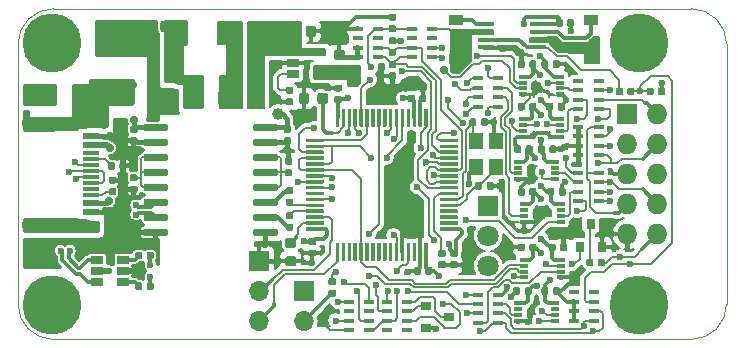
<source format=gbr>
G04 #@! TF.GenerationSoftware,KiCad,Pcbnew,5.1.4+dfsg1-1*
G04 #@! TF.CreationDate,2020-04-28T19:27:45+04:00*
G04 #@! TF.ProjectId,RailLink,5261696c-4c69-46e6-9b2e-6b696361645f,rev?*
G04 #@! TF.SameCoordinates,Original*
G04 #@! TF.FileFunction,Copper,L1,Top*
G04 #@! TF.FilePolarity,Positive*
%FSLAX46Y46*%
G04 Gerber Fmt 4.6, Leading zero omitted, Abs format (unit mm)*
G04 Created by KiCad (PCBNEW 5.1.4+dfsg1-1) date 2020-04-28 19:27:45*
%MOMM*%
%LPD*%
G04 APERTURE LIST*
%ADD10C,0.050000*%
%ADD11C,1.800000*%
%ADD12R,1.800000X1.800000*%
%ADD13C,0.160000*%
%ADD14C,0.590000*%
%ADD15R,1.200000X0.900000*%
%ADD16R,1.450000X0.450000*%
%ADD17O,1.700000X1.700000*%
%ADD18R,1.700000X1.700000*%
%ADD19C,0.300000*%
%ADD20R,0.800000X0.300000*%
%ADD21C,5.000000*%
%ADD22C,0.800000*%
%ADD23R,1.450000X0.600000*%
%ADD24R,1.450000X0.300000*%
%ADD25O,2.100000X1.000000*%
%ADD26O,1.600000X1.000000*%
%ADD27O,1.727200X1.727200*%
%ADD28R,1.727200X1.727200*%
%ADD29R,0.900000X0.400000*%
%ADD30R,1.400000X1.800000*%
%ADD31O,1.400000X1.800000*%
%ADD32R,1.200000X1.400000*%
%ADD33R,1.060000X0.650000*%
%ADD34C,0.600000*%
%ADD35C,1.250000*%
%ADD36R,0.900000X0.800000*%
%ADD37R,0.800000X0.900000*%
%ADD38C,0.875000*%
%ADD39C,1.125000*%
%ADD40C,0.700000*%
%ADD41C,1.000000*%
%ADD42C,0.400000*%
%ADD43C,0.200000*%
%ADD44C,0.300000*%
%ADD45C,0.500000*%
%ADD46C,0.350000*%
G04 APERTURE END LIST*
D10*
X103000000Y-128000000D02*
G75*
G02X100000000Y-125000000I0J3000000D01*
G01*
X100000000Y-103000000D02*
G75*
G02X103000000Y-100000000I3000000J0D01*
G01*
X157000000Y-100000000D02*
G75*
G02X160000000Y-103000000I0J-3000000D01*
G01*
X160000000Y-125000000D02*
G75*
G02X157000000Y-128000000I-3000000J0D01*
G01*
X157000000Y-100000000D02*
X103000000Y-100000000D01*
X160000000Y-125000000D02*
X160000000Y-103000000D01*
X103000000Y-128000000D02*
X157000000Y-128000000D01*
X100000000Y-103000000D02*
X100000000Y-125000000D01*
D11*
X139800000Y-121780000D03*
X139800000Y-119240000D03*
D12*
X139800000Y-116700000D03*
D13*
G36*
X126786958Y-123790710D02*
G01*
X126801276Y-123792834D01*
X126815317Y-123796351D01*
X126828946Y-123801228D01*
X126842031Y-123807417D01*
X126854447Y-123814858D01*
X126866073Y-123823481D01*
X126876798Y-123833202D01*
X126886519Y-123843927D01*
X126895142Y-123855553D01*
X126902583Y-123867969D01*
X126908772Y-123881054D01*
X126913649Y-123894683D01*
X126917166Y-123908724D01*
X126919290Y-123923042D01*
X126920000Y-123937500D01*
X126920000Y-124232500D01*
X126919290Y-124246958D01*
X126917166Y-124261276D01*
X126913649Y-124275317D01*
X126908772Y-124288946D01*
X126902583Y-124302031D01*
X126895142Y-124314447D01*
X126886519Y-124326073D01*
X126876798Y-124336798D01*
X126866073Y-124346519D01*
X126854447Y-124355142D01*
X126842031Y-124362583D01*
X126828946Y-124368772D01*
X126815317Y-124373649D01*
X126801276Y-124377166D01*
X126786958Y-124379290D01*
X126772500Y-124380000D01*
X126427500Y-124380000D01*
X126413042Y-124379290D01*
X126398724Y-124377166D01*
X126384683Y-124373649D01*
X126371054Y-124368772D01*
X126357969Y-124362583D01*
X126345553Y-124355142D01*
X126333927Y-124346519D01*
X126323202Y-124336798D01*
X126313481Y-124326073D01*
X126304858Y-124314447D01*
X126297417Y-124302031D01*
X126291228Y-124288946D01*
X126286351Y-124275317D01*
X126282834Y-124261276D01*
X126280710Y-124246958D01*
X126280000Y-124232500D01*
X126280000Y-123937500D01*
X126280710Y-123923042D01*
X126282834Y-123908724D01*
X126286351Y-123894683D01*
X126291228Y-123881054D01*
X126297417Y-123867969D01*
X126304858Y-123855553D01*
X126313481Y-123843927D01*
X126323202Y-123833202D01*
X126333927Y-123823481D01*
X126345553Y-123814858D01*
X126357969Y-123807417D01*
X126371054Y-123801228D01*
X126384683Y-123796351D01*
X126398724Y-123792834D01*
X126413042Y-123790710D01*
X126427500Y-123790000D01*
X126772500Y-123790000D01*
X126786958Y-123790710D01*
X126786958Y-123790710D01*
G37*
D14*
X126600000Y-124085000D03*
D13*
G36*
X126786958Y-122820710D02*
G01*
X126801276Y-122822834D01*
X126815317Y-122826351D01*
X126828946Y-122831228D01*
X126842031Y-122837417D01*
X126854447Y-122844858D01*
X126866073Y-122853481D01*
X126876798Y-122863202D01*
X126886519Y-122873927D01*
X126895142Y-122885553D01*
X126902583Y-122897969D01*
X126908772Y-122911054D01*
X126913649Y-122924683D01*
X126917166Y-122938724D01*
X126919290Y-122953042D01*
X126920000Y-122967500D01*
X126920000Y-123262500D01*
X126919290Y-123276958D01*
X126917166Y-123291276D01*
X126913649Y-123305317D01*
X126908772Y-123318946D01*
X126902583Y-123332031D01*
X126895142Y-123344447D01*
X126886519Y-123356073D01*
X126876798Y-123366798D01*
X126866073Y-123376519D01*
X126854447Y-123385142D01*
X126842031Y-123392583D01*
X126828946Y-123398772D01*
X126815317Y-123403649D01*
X126801276Y-123407166D01*
X126786958Y-123409290D01*
X126772500Y-123410000D01*
X126427500Y-123410000D01*
X126413042Y-123409290D01*
X126398724Y-123407166D01*
X126384683Y-123403649D01*
X126371054Y-123398772D01*
X126357969Y-123392583D01*
X126345553Y-123385142D01*
X126333927Y-123376519D01*
X126323202Y-123366798D01*
X126313481Y-123356073D01*
X126304858Y-123344447D01*
X126297417Y-123332031D01*
X126291228Y-123318946D01*
X126286351Y-123305317D01*
X126282834Y-123291276D01*
X126280710Y-123276958D01*
X126280000Y-123262500D01*
X126280000Y-122967500D01*
X126280710Y-122953042D01*
X126282834Y-122938724D01*
X126286351Y-122924683D01*
X126291228Y-122911054D01*
X126297417Y-122897969D01*
X126304858Y-122885553D01*
X126313481Y-122873927D01*
X126323202Y-122863202D01*
X126333927Y-122853481D01*
X126345553Y-122844858D01*
X126357969Y-122837417D01*
X126371054Y-122831228D01*
X126384683Y-122826351D01*
X126398724Y-122822834D01*
X126413042Y-122820710D01*
X126427500Y-122820000D01*
X126772500Y-122820000D01*
X126786958Y-122820710D01*
X126786958Y-122820710D01*
G37*
D14*
X126600000Y-123115000D03*
D15*
X148500000Y-100950000D03*
X148500000Y-104250000D03*
D16*
X144000000Y-101325000D03*
X144000000Y-101975000D03*
X144000000Y-102625000D03*
X144000000Y-103275000D03*
X139600000Y-103275000D03*
X139600000Y-102625000D03*
X139600000Y-101975000D03*
X139600000Y-101325000D03*
D17*
X124200000Y-126440000D03*
D18*
X124200000Y-123900000D03*
D13*
G36*
X134632351Y-119800361D02*
G01*
X134639632Y-119801441D01*
X134646771Y-119803229D01*
X134653701Y-119805709D01*
X134660355Y-119808856D01*
X134666668Y-119812640D01*
X134672579Y-119817024D01*
X134678033Y-119821967D01*
X134682976Y-119827421D01*
X134687360Y-119833332D01*
X134691144Y-119839645D01*
X134694291Y-119846299D01*
X134696771Y-119853229D01*
X134698559Y-119860368D01*
X134699639Y-119867649D01*
X134700000Y-119875000D01*
X134700000Y-121275000D01*
X134699639Y-121282351D01*
X134698559Y-121289632D01*
X134696771Y-121296771D01*
X134694291Y-121303701D01*
X134691144Y-121310355D01*
X134687360Y-121316668D01*
X134682976Y-121322579D01*
X134678033Y-121328033D01*
X134672579Y-121332976D01*
X134666668Y-121337360D01*
X134660355Y-121341144D01*
X134653701Y-121344291D01*
X134646771Y-121346771D01*
X134639632Y-121348559D01*
X134632351Y-121349639D01*
X134625000Y-121350000D01*
X134475000Y-121350000D01*
X134467649Y-121349639D01*
X134460368Y-121348559D01*
X134453229Y-121346771D01*
X134446299Y-121344291D01*
X134439645Y-121341144D01*
X134433332Y-121337360D01*
X134427421Y-121332976D01*
X134421967Y-121328033D01*
X134417024Y-121322579D01*
X134412640Y-121316668D01*
X134408856Y-121310355D01*
X134405709Y-121303701D01*
X134403229Y-121296771D01*
X134401441Y-121289632D01*
X134400361Y-121282351D01*
X134400000Y-121275000D01*
X134400000Y-119875000D01*
X134400361Y-119867649D01*
X134401441Y-119860368D01*
X134403229Y-119853229D01*
X134405709Y-119846299D01*
X134408856Y-119839645D01*
X134412640Y-119833332D01*
X134417024Y-119827421D01*
X134421967Y-119821967D01*
X134427421Y-119817024D01*
X134433332Y-119812640D01*
X134439645Y-119808856D01*
X134446299Y-119805709D01*
X134453229Y-119803229D01*
X134460368Y-119801441D01*
X134467649Y-119800361D01*
X134475000Y-119800000D01*
X134625000Y-119800000D01*
X134632351Y-119800361D01*
X134632351Y-119800361D01*
G37*
D19*
X134550000Y-120575000D03*
D13*
G36*
X134132351Y-119800361D02*
G01*
X134139632Y-119801441D01*
X134146771Y-119803229D01*
X134153701Y-119805709D01*
X134160355Y-119808856D01*
X134166668Y-119812640D01*
X134172579Y-119817024D01*
X134178033Y-119821967D01*
X134182976Y-119827421D01*
X134187360Y-119833332D01*
X134191144Y-119839645D01*
X134194291Y-119846299D01*
X134196771Y-119853229D01*
X134198559Y-119860368D01*
X134199639Y-119867649D01*
X134200000Y-119875000D01*
X134200000Y-121275000D01*
X134199639Y-121282351D01*
X134198559Y-121289632D01*
X134196771Y-121296771D01*
X134194291Y-121303701D01*
X134191144Y-121310355D01*
X134187360Y-121316668D01*
X134182976Y-121322579D01*
X134178033Y-121328033D01*
X134172579Y-121332976D01*
X134166668Y-121337360D01*
X134160355Y-121341144D01*
X134153701Y-121344291D01*
X134146771Y-121346771D01*
X134139632Y-121348559D01*
X134132351Y-121349639D01*
X134125000Y-121350000D01*
X133975000Y-121350000D01*
X133967649Y-121349639D01*
X133960368Y-121348559D01*
X133953229Y-121346771D01*
X133946299Y-121344291D01*
X133939645Y-121341144D01*
X133933332Y-121337360D01*
X133927421Y-121332976D01*
X133921967Y-121328033D01*
X133917024Y-121322579D01*
X133912640Y-121316668D01*
X133908856Y-121310355D01*
X133905709Y-121303701D01*
X133903229Y-121296771D01*
X133901441Y-121289632D01*
X133900361Y-121282351D01*
X133900000Y-121275000D01*
X133900000Y-119875000D01*
X133900361Y-119867649D01*
X133901441Y-119860368D01*
X133903229Y-119853229D01*
X133905709Y-119846299D01*
X133908856Y-119839645D01*
X133912640Y-119833332D01*
X133917024Y-119827421D01*
X133921967Y-119821967D01*
X133927421Y-119817024D01*
X133933332Y-119812640D01*
X133939645Y-119808856D01*
X133946299Y-119805709D01*
X133953229Y-119803229D01*
X133960368Y-119801441D01*
X133967649Y-119800361D01*
X133975000Y-119800000D01*
X134125000Y-119800000D01*
X134132351Y-119800361D01*
X134132351Y-119800361D01*
G37*
D19*
X134050000Y-120575000D03*
D13*
G36*
X133632351Y-119800361D02*
G01*
X133639632Y-119801441D01*
X133646771Y-119803229D01*
X133653701Y-119805709D01*
X133660355Y-119808856D01*
X133666668Y-119812640D01*
X133672579Y-119817024D01*
X133678033Y-119821967D01*
X133682976Y-119827421D01*
X133687360Y-119833332D01*
X133691144Y-119839645D01*
X133694291Y-119846299D01*
X133696771Y-119853229D01*
X133698559Y-119860368D01*
X133699639Y-119867649D01*
X133700000Y-119875000D01*
X133700000Y-121275000D01*
X133699639Y-121282351D01*
X133698559Y-121289632D01*
X133696771Y-121296771D01*
X133694291Y-121303701D01*
X133691144Y-121310355D01*
X133687360Y-121316668D01*
X133682976Y-121322579D01*
X133678033Y-121328033D01*
X133672579Y-121332976D01*
X133666668Y-121337360D01*
X133660355Y-121341144D01*
X133653701Y-121344291D01*
X133646771Y-121346771D01*
X133639632Y-121348559D01*
X133632351Y-121349639D01*
X133625000Y-121350000D01*
X133475000Y-121350000D01*
X133467649Y-121349639D01*
X133460368Y-121348559D01*
X133453229Y-121346771D01*
X133446299Y-121344291D01*
X133439645Y-121341144D01*
X133433332Y-121337360D01*
X133427421Y-121332976D01*
X133421967Y-121328033D01*
X133417024Y-121322579D01*
X133412640Y-121316668D01*
X133408856Y-121310355D01*
X133405709Y-121303701D01*
X133403229Y-121296771D01*
X133401441Y-121289632D01*
X133400361Y-121282351D01*
X133400000Y-121275000D01*
X133400000Y-119875000D01*
X133400361Y-119867649D01*
X133401441Y-119860368D01*
X133403229Y-119853229D01*
X133405709Y-119846299D01*
X133408856Y-119839645D01*
X133412640Y-119833332D01*
X133417024Y-119827421D01*
X133421967Y-119821967D01*
X133427421Y-119817024D01*
X133433332Y-119812640D01*
X133439645Y-119808856D01*
X133446299Y-119805709D01*
X133453229Y-119803229D01*
X133460368Y-119801441D01*
X133467649Y-119800361D01*
X133475000Y-119800000D01*
X133625000Y-119800000D01*
X133632351Y-119800361D01*
X133632351Y-119800361D01*
G37*
D19*
X133550000Y-120575000D03*
D13*
G36*
X133132351Y-119800361D02*
G01*
X133139632Y-119801441D01*
X133146771Y-119803229D01*
X133153701Y-119805709D01*
X133160355Y-119808856D01*
X133166668Y-119812640D01*
X133172579Y-119817024D01*
X133178033Y-119821967D01*
X133182976Y-119827421D01*
X133187360Y-119833332D01*
X133191144Y-119839645D01*
X133194291Y-119846299D01*
X133196771Y-119853229D01*
X133198559Y-119860368D01*
X133199639Y-119867649D01*
X133200000Y-119875000D01*
X133200000Y-121275000D01*
X133199639Y-121282351D01*
X133198559Y-121289632D01*
X133196771Y-121296771D01*
X133194291Y-121303701D01*
X133191144Y-121310355D01*
X133187360Y-121316668D01*
X133182976Y-121322579D01*
X133178033Y-121328033D01*
X133172579Y-121332976D01*
X133166668Y-121337360D01*
X133160355Y-121341144D01*
X133153701Y-121344291D01*
X133146771Y-121346771D01*
X133139632Y-121348559D01*
X133132351Y-121349639D01*
X133125000Y-121350000D01*
X132975000Y-121350000D01*
X132967649Y-121349639D01*
X132960368Y-121348559D01*
X132953229Y-121346771D01*
X132946299Y-121344291D01*
X132939645Y-121341144D01*
X132933332Y-121337360D01*
X132927421Y-121332976D01*
X132921967Y-121328033D01*
X132917024Y-121322579D01*
X132912640Y-121316668D01*
X132908856Y-121310355D01*
X132905709Y-121303701D01*
X132903229Y-121296771D01*
X132901441Y-121289632D01*
X132900361Y-121282351D01*
X132900000Y-121275000D01*
X132900000Y-119875000D01*
X132900361Y-119867649D01*
X132901441Y-119860368D01*
X132903229Y-119853229D01*
X132905709Y-119846299D01*
X132908856Y-119839645D01*
X132912640Y-119833332D01*
X132917024Y-119827421D01*
X132921967Y-119821967D01*
X132927421Y-119817024D01*
X132933332Y-119812640D01*
X132939645Y-119808856D01*
X132946299Y-119805709D01*
X132953229Y-119803229D01*
X132960368Y-119801441D01*
X132967649Y-119800361D01*
X132975000Y-119800000D01*
X133125000Y-119800000D01*
X133132351Y-119800361D01*
X133132351Y-119800361D01*
G37*
D19*
X133050000Y-120575000D03*
D13*
G36*
X132632351Y-119800361D02*
G01*
X132639632Y-119801441D01*
X132646771Y-119803229D01*
X132653701Y-119805709D01*
X132660355Y-119808856D01*
X132666668Y-119812640D01*
X132672579Y-119817024D01*
X132678033Y-119821967D01*
X132682976Y-119827421D01*
X132687360Y-119833332D01*
X132691144Y-119839645D01*
X132694291Y-119846299D01*
X132696771Y-119853229D01*
X132698559Y-119860368D01*
X132699639Y-119867649D01*
X132700000Y-119875000D01*
X132700000Y-121275000D01*
X132699639Y-121282351D01*
X132698559Y-121289632D01*
X132696771Y-121296771D01*
X132694291Y-121303701D01*
X132691144Y-121310355D01*
X132687360Y-121316668D01*
X132682976Y-121322579D01*
X132678033Y-121328033D01*
X132672579Y-121332976D01*
X132666668Y-121337360D01*
X132660355Y-121341144D01*
X132653701Y-121344291D01*
X132646771Y-121346771D01*
X132639632Y-121348559D01*
X132632351Y-121349639D01*
X132625000Y-121350000D01*
X132475000Y-121350000D01*
X132467649Y-121349639D01*
X132460368Y-121348559D01*
X132453229Y-121346771D01*
X132446299Y-121344291D01*
X132439645Y-121341144D01*
X132433332Y-121337360D01*
X132427421Y-121332976D01*
X132421967Y-121328033D01*
X132417024Y-121322579D01*
X132412640Y-121316668D01*
X132408856Y-121310355D01*
X132405709Y-121303701D01*
X132403229Y-121296771D01*
X132401441Y-121289632D01*
X132400361Y-121282351D01*
X132400000Y-121275000D01*
X132400000Y-119875000D01*
X132400361Y-119867649D01*
X132401441Y-119860368D01*
X132403229Y-119853229D01*
X132405709Y-119846299D01*
X132408856Y-119839645D01*
X132412640Y-119833332D01*
X132417024Y-119827421D01*
X132421967Y-119821967D01*
X132427421Y-119817024D01*
X132433332Y-119812640D01*
X132439645Y-119808856D01*
X132446299Y-119805709D01*
X132453229Y-119803229D01*
X132460368Y-119801441D01*
X132467649Y-119800361D01*
X132475000Y-119800000D01*
X132625000Y-119800000D01*
X132632351Y-119800361D01*
X132632351Y-119800361D01*
G37*
D19*
X132550000Y-120575000D03*
D13*
G36*
X132132351Y-119800361D02*
G01*
X132139632Y-119801441D01*
X132146771Y-119803229D01*
X132153701Y-119805709D01*
X132160355Y-119808856D01*
X132166668Y-119812640D01*
X132172579Y-119817024D01*
X132178033Y-119821967D01*
X132182976Y-119827421D01*
X132187360Y-119833332D01*
X132191144Y-119839645D01*
X132194291Y-119846299D01*
X132196771Y-119853229D01*
X132198559Y-119860368D01*
X132199639Y-119867649D01*
X132200000Y-119875000D01*
X132200000Y-121275000D01*
X132199639Y-121282351D01*
X132198559Y-121289632D01*
X132196771Y-121296771D01*
X132194291Y-121303701D01*
X132191144Y-121310355D01*
X132187360Y-121316668D01*
X132182976Y-121322579D01*
X132178033Y-121328033D01*
X132172579Y-121332976D01*
X132166668Y-121337360D01*
X132160355Y-121341144D01*
X132153701Y-121344291D01*
X132146771Y-121346771D01*
X132139632Y-121348559D01*
X132132351Y-121349639D01*
X132125000Y-121350000D01*
X131975000Y-121350000D01*
X131967649Y-121349639D01*
X131960368Y-121348559D01*
X131953229Y-121346771D01*
X131946299Y-121344291D01*
X131939645Y-121341144D01*
X131933332Y-121337360D01*
X131927421Y-121332976D01*
X131921967Y-121328033D01*
X131917024Y-121322579D01*
X131912640Y-121316668D01*
X131908856Y-121310355D01*
X131905709Y-121303701D01*
X131903229Y-121296771D01*
X131901441Y-121289632D01*
X131900361Y-121282351D01*
X131900000Y-121275000D01*
X131900000Y-119875000D01*
X131900361Y-119867649D01*
X131901441Y-119860368D01*
X131903229Y-119853229D01*
X131905709Y-119846299D01*
X131908856Y-119839645D01*
X131912640Y-119833332D01*
X131917024Y-119827421D01*
X131921967Y-119821967D01*
X131927421Y-119817024D01*
X131933332Y-119812640D01*
X131939645Y-119808856D01*
X131946299Y-119805709D01*
X131953229Y-119803229D01*
X131960368Y-119801441D01*
X131967649Y-119800361D01*
X131975000Y-119800000D01*
X132125000Y-119800000D01*
X132132351Y-119800361D01*
X132132351Y-119800361D01*
G37*
D19*
X132050000Y-120575000D03*
D13*
G36*
X131632351Y-119800361D02*
G01*
X131639632Y-119801441D01*
X131646771Y-119803229D01*
X131653701Y-119805709D01*
X131660355Y-119808856D01*
X131666668Y-119812640D01*
X131672579Y-119817024D01*
X131678033Y-119821967D01*
X131682976Y-119827421D01*
X131687360Y-119833332D01*
X131691144Y-119839645D01*
X131694291Y-119846299D01*
X131696771Y-119853229D01*
X131698559Y-119860368D01*
X131699639Y-119867649D01*
X131700000Y-119875000D01*
X131700000Y-121275000D01*
X131699639Y-121282351D01*
X131698559Y-121289632D01*
X131696771Y-121296771D01*
X131694291Y-121303701D01*
X131691144Y-121310355D01*
X131687360Y-121316668D01*
X131682976Y-121322579D01*
X131678033Y-121328033D01*
X131672579Y-121332976D01*
X131666668Y-121337360D01*
X131660355Y-121341144D01*
X131653701Y-121344291D01*
X131646771Y-121346771D01*
X131639632Y-121348559D01*
X131632351Y-121349639D01*
X131625000Y-121350000D01*
X131475000Y-121350000D01*
X131467649Y-121349639D01*
X131460368Y-121348559D01*
X131453229Y-121346771D01*
X131446299Y-121344291D01*
X131439645Y-121341144D01*
X131433332Y-121337360D01*
X131427421Y-121332976D01*
X131421967Y-121328033D01*
X131417024Y-121322579D01*
X131412640Y-121316668D01*
X131408856Y-121310355D01*
X131405709Y-121303701D01*
X131403229Y-121296771D01*
X131401441Y-121289632D01*
X131400361Y-121282351D01*
X131400000Y-121275000D01*
X131400000Y-119875000D01*
X131400361Y-119867649D01*
X131401441Y-119860368D01*
X131403229Y-119853229D01*
X131405709Y-119846299D01*
X131408856Y-119839645D01*
X131412640Y-119833332D01*
X131417024Y-119827421D01*
X131421967Y-119821967D01*
X131427421Y-119817024D01*
X131433332Y-119812640D01*
X131439645Y-119808856D01*
X131446299Y-119805709D01*
X131453229Y-119803229D01*
X131460368Y-119801441D01*
X131467649Y-119800361D01*
X131475000Y-119800000D01*
X131625000Y-119800000D01*
X131632351Y-119800361D01*
X131632351Y-119800361D01*
G37*
D19*
X131550000Y-120575000D03*
D13*
G36*
X131132351Y-119800361D02*
G01*
X131139632Y-119801441D01*
X131146771Y-119803229D01*
X131153701Y-119805709D01*
X131160355Y-119808856D01*
X131166668Y-119812640D01*
X131172579Y-119817024D01*
X131178033Y-119821967D01*
X131182976Y-119827421D01*
X131187360Y-119833332D01*
X131191144Y-119839645D01*
X131194291Y-119846299D01*
X131196771Y-119853229D01*
X131198559Y-119860368D01*
X131199639Y-119867649D01*
X131200000Y-119875000D01*
X131200000Y-121275000D01*
X131199639Y-121282351D01*
X131198559Y-121289632D01*
X131196771Y-121296771D01*
X131194291Y-121303701D01*
X131191144Y-121310355D01*
X131187360Y-121316668D01*
X131182976Y-121322579D01*
X131178033Y-121328033D01*
X131172579Y-121332976D01*
X131166668Y-121337360D01*
X131160355Y-121341144D01*
X131153701Y-121344291D01*
X131146771Y-121346771D01*
X131139632Y-121348559D01*
X131132351Y-121349639D01*
X131125000Y-121350000D01*
X130975000Y-121350000D01*
X130967649Y-121349639D01*
X130960368Y-121348559D01*
X130953229Y-121346771D01*
X130946299Y-121344291D01*
X130939645Y-121341144D01*
X130933332Y-121337360D01*
X130927421Y-121332976D01*
X130921967Y-121328033D01*
X130917024Y-121322579D01*
X130912640Y-121316668D01*
X130908856Y-121310355D01*
X130905709Y-121303701D01*
X130903229Y-121296771D01*
X130901441Y-121289632D01*
X130900361Y-121282351D01*
X130900000Y-121275000D01*
X130900000Y-119875000D01*
X130900361Y-119867649D01*
X130901441Y-119860368D01*
X130903229Y-119853229D01*
X130905709Y-119846299D01*
X130908856Y-119839645D01*
X130912640Y-119833332D01*
X130917024Y-119827421D01*
X130921967Y-119821967D01*
X130927421Y-119817024D01*
X130933332Y-119812640D01*
X130939645Y-119808856D01*
X130946299Y-119805709D01*
X130953229Y-119803229D01*
X130960368Y-119801441D01*
X130967649Y-119800361D01*
X130975000Y-119800000D01*
X131125000Y-119800000D01*
X131132351Y-119800361D01*
X131132351Y-119800361D01*
G37*
D19*
X131050000Y-120575000D03*
D13*
G36*
X130632351Y-119800361D02*
G01*
X130639632Y-119801441D01*
X130646771Y-119803229D01*
X130653701Y-119805709D01*
X130660355Y-119808856D01*
X130666668Y-119812640D01*
X130672579Y-119817024D01*
X130678033Y-119821967D01*
X130682976Y-119827421D01*
X130687360Y-119833332D01*
X130691144Y-119839645D01*
X130694291Y-119846299D01*
X130696771Y-119853229D01*
X130698559Y-119860368D01*
X130699639Y-119867649D01*
X130700000Y-119875000D01*
X130700000Y-121275000D01*
X130699639Y-121282351D01*
X130698559Y-121289632D01*
X130696771Y-121296771D01*
X130694291Y-121303701D01*
X130691144Y-121310355D01*
X130687360Y-121316668D01*
X130682976Y-121322579D01*
X130678033Y-121328033D01*
X130672579Y-121332976D01*
X130666668Y-121337360D01*
X130660355Y-121341144D01*
X130653701Y-121344291D01*
X130646771Y-121346771D01*
X130639632Y-121348559D01*
X130632351Y-121349639D01*
X130625000Y-121350000D01*
X130475000Y-121350000D01*
X130467649Y-121349639D01*
X130460368Y-121348559D01*
X130453229Y-121346771D01*
X130446299Y-121344291D01*
X130439645Y-121341144D01*
X130433332Y-121337360D01*
X130427421Y-121332976D01*
X130421967Y-121328033D01*
X130417024Y-121322579D01*
X130412640Y-121316668D01*
X130408856Y-121310355D01*
X130405709Y-121303701D01*
X130403229Y-121296771D01*
X130401441Y-121289632D01*
X130400361Y-121282351D01*
X130400000Y-121275000D01*
X130400000Y-119875000D01*
X130400361Y-119867649D01*
X130401441Y-119860368D01*
X130403229Y-119853229D01*
X130405709Y-119846299D01*
X130408856Y-119839645D01*
X130412640Y-119833332D01*
X130417024Y-119827421D01*
X130421967Y-119821967D01*
X130427421Y-119817024D01*
X130433332Y-119812640D01*
X130439645Y-119808856D01*
X130446299Y-119805709D01*
X130453229Y-119803229D01*
X130460368Y-119801441D01*
X130467649Y-119800361D01*
X130475000Y-119800000D01*
X130625000Y-119800000D01*
X130632351Y-119800361D01*
X130632351Y-119800361D01*
G37*
D19*
X130550000Y-120575000D03*
D13*
G36*
X130132351Y-119800361D02*
G01*
X130139632Y-119801441D01*
X130146771Y-119803229D01*
X130153701Y-119805709D01*
X130160355Y-119808856D01*
X130166668Y-119812640D01*
X130172579Y-119817024D01*
X130178033Y-119821967D01*
X130182976Y-119827421D01*
X130187360Y-119833332D01*
X130191144Y-119839645D01*
X130194291Y-119846299D01*
X130196771Y-119853229D01*
X130198559Y-119860368D01*
X130199639Y-119867649D01*
X130200000Y-119875000D01*
X130200000Y-121275000D01*
X130199639Y-121282351D01*
X130198559Y-121289632D01*
X130196771Y-121296771D01*
X130194291Y-121303701D01*
X130191144Y-121310355D01*
X130187360Y-121316668D01*
X130182976Y-121322579D01*
X130178033Y-121328033D01*
X130172579Y-121332976D01*
X130166668Y-121337360D01*
X130160355Y-121341144D01*
X130153701Y-121344291D01*
X130146771Y-121346771D01*
X130139632Y-121348559D01*
X130132351Y-121349639D01*
X130125000Y-121350000D01*
X129975000Y-121350000D01*
X129967649Y-121349639D01*
X129960368Y-121348559D01*
X129953229Y-121346771D01*
X129946299Y-121344291D01*
X129939645Y-121341144D01*
X129933332Y-121337360D01*
X129927421Y-121332976D01*
X129921967Y-121328033D01*
X129917024Y-121322579D01*
X129912640Y-121316668D01*
X129908856Y-121310355D01*
X129905709Y-121303701D01*
X129903229Y-121296771D01*
X129901441Y-121289632D01*
X129900361Y-121282351D01*
X129900000Y-121275000D01*
X129900000Y-119875000D01*
X129900361Y-119867649D01*
X129901441Y-119860368D01*
X129903229Y-119853229D01*
X129905709Y-119846299D01*
X129908856Y-119839645D01*
X129912640Y-119833332D01*
X129917024Y-119827421D01*
X129921967Y-119821967D01*
X129927421Y-119817024D01*
X129933332Y-119812640D01*
X129939645Y-119808856D01*
X129946299Y-119805709D01*
X129953229Y-119803229D01*
X129960368Y-119801441D01*
X129967649Y-119800361D01*
X129975000Y-119800000D01*
X130125000Y-119800000D01*
X130132351Y-119800361D01*
X130132351Y-119800361D01*
G37*
D19*
X130050000Y-120575000D03*
D13*
G36*
X129632351Y-119800361D02*
G01*
X129639632Y-119801441D01*
X129646771Y-119803229D01*
X129653701Y-119805709D01*
X129660355Y-119808856D01*
X129666668Y-119812640D01*
X129672579Y-119817024D01*
X129678033Y-119821967D01*
X129682976Y-119827421D01*
X129687360Y-119833332D01*
X129691144Y-119839645D01*
X129694291Y-119846299D01*
X129696771Y-119853229D01*
X129698559Y-119860368D01*
X129699639Y-119867649D01*
X129700000Y-119875000D01*
X129700000Y-121275000D01*
X129699639Y-121282351D01*
X129698559Y-121289632D01*
X129696771Y-121296771D01*
X129694291Y-121303701D01*
X129691144Y-121310355D01*
X129687360Y-121316668D01*
X129682976Y-121322579D01*
X129678033Y-121328033D01*
X129672579Y-121332976D01*
X129666668Y-121337360D01*
X129660355Y-121341144D01*
X129653701Y-121344291D01*
X129646771Y-121346771D01*
X129639632Y-121348559D01*
X129632351Y-121349639D01*
X129625000Y-121350000D01*
X129475000Y-121350000D01*
X129467649Y-121349639D01*
X129460368Y-121348559D01*
X129453229Y-121346771D01*
X129446299Y-121344291D01*
X129439645Y-121341144D01*
X129433332Y-121337360D01*
X129427421Y-121332976D01*
X129421967Y-121328033D01*
X129417024Y-121322579D01*
X129412640Y-121316668D01*
X129408856Y-121310355D01*
X129405709Y-121303701D01*
X129403229Y-121296771D01*
X129401441Y-121289632D01*
X129400361Y-121282351D01*
X129400000Y-121275000D01*
X129400000Y-119875000D01*
X129400361Y-119867649D01*
X129401441Y-119860368D01*
X129403229Y-119853229D01*
X129405709Y-119846299D01*
X129408856Y-119839645D01*
X129412640Y-119833332D01*
X129417024Y-119827421D01*
X129421967Y-119821967D01*
X129427421Y-119817024D01*
X129433332Y-119812640D01*
X129439645Y-119808856D01*
X129446299Y-119805709D01*
X129453229Y-119803229D01*
X129460368Y-119801441D01*
X129467649Y-119800361D01*
X129475000Y-119800000D01*
X129625000Y-119800000D01*
X129632351Y-119800361D01*
X129632351Y-119800361D01*
G37*
D19*
X129550000Y-120575000D03*
D13*
G36*
X129132351Y-119800361D02*
G01*
X129139632Y-119801441D01*
X129146771Y-119803229D01*
X129153701Y-119805709D01*
X129160355Y-119808856D01*
X129166668Y-119812640D01*
X129172579Y-119817024D01*
X129178033Y-119821967D01*
X129182976Y-119827421D01*
X129187360Y-119833332D01*
X129191144Y-119839645D01*
X129194291Y-119846299D01*
X129196771Y-119853229D01*
X129198559Y-119860368D01*
X129199639Y-119867649D01*
X129200000Y-119875000D01*
X129200000Y-121275000D01*
X129199639Y-121282351D01*
X129198559Y-121289632D01*
X129196771Y-121296771D01*
X129194291Y-121303701D01*
X129191144Y-121310355D01*
X129187360Y-121316668D01*
X129182976Y-121322579D01*
X129178033Y-121328033D01*
X129172579Y-121332976D01*
X129166668Y-121337360D01*
X129160355Y-121341144D01*
X129153701Y-121344291D01*
X129146771Y-121346771D01*
X129139632Y-121348559D01*
X129132351Y-121349639D01*
X129125000Y-121350000D01*
X128975000Y-121350000D01*
X128967649Y-121349639D01*
X128960368Y-121348559D01*
X128953229Y-121346771D01*
X128946299Y-121344291D01*
X128939645Y-121341144D01*
X128933332Y-121337360D01*
X128927421Y-121332976D01*
X128921967Y-121328033D01*
X128917024Y-121322579D01*
X128912640Y-121316668D01*
X128908856Y-121310355D01*
X128905709Y-121303701D01*
X128903229Y-121296771D01*
X128901441Y-121289632D01*
X128900361Y-121282351D01*
X128900000Y-121275000D01*
X128900000Y-119875000D01*
X128900361Y-119867649D01*
X128901441Y-119860368D01*
X128903229Y-119853229D01*
X128905709Y-119846299D01*
X128908856Y-119839645D01*
X128912640Y-119833332D01*
X128917024Y-119827421D01*
X128921967Y-119821967D01*
X128927421Y-119817024D01*
X128933332Y-119812640D01*
X128939645Y-119808856D01*
X128946299Y-119805709D01*
X128953229Y-119803229D01*
X128960368Y-119801441D01*
X128967649Y-119800361D01*
X128975000Y-119800000D01*
X129125000Y-119800000D01*
X129132351Y-119800361D01*
X129132351Y-119800361D01*
G37*
D19*
X129050000Y-120575000D03*
D13*
G36*
X128632351Y-119800361D02*
G01*
X128639632Y-119801441D01*
X128646771Y-119803229D01*
X128653701Y-119805709D01*
X128660355Y-119808856D01*
X128666668Y-119812640D01*
X128672579Y-119817024D01*
X128678033Y-119821967D01*
X128682976Y-119827421D01*
X128687360Y-119833332D01*
X128691144Y-119839645D01*
X128694291Y-119846299D01*
X128696771Y-119853229D01*
X128698559Y-119860368D01*
X128699639Y-119867649D01*
X128700000Y-119875000D01*
X128700000Y-121275000D01*
X128699639Y-121282351D01*
X128698559Y-121289632D01*
X128696771Y-121296771D01*
X128694291Y-121303701D01*
X128691144Y-121310355D01*
X128687360Y-121316668D01*
X128682976Y-121322579D01*
X128678033Y-121328033D01*
X128672579Y-121332976D01*
X128666668Y-121337360D01*
X128660355Y-121341144D01*
X128653701Y-121344291D01*
X128646771Y-121346771D01*
X128639632Y-121348559D01*
X128632351Y-121349639D01*
X128625000Y-121350000D01*
X128475000Y-121350000D01*
X128467649Y-121349639D01*
X128460368Y-121348559D01*
X128453229Y-121346771D01*
X128446299Y-121344291D01*
X128439645Y-121341144D01*
X128433332Y-121337360D01*
X128427421Y-121332976D01*
X128421967Y-121328033D01*
X128417024Y-121322579D01*
X128412640Y-121316668D01*
X128408856Y-121310355D01*
X128405709Y-121303701D01*
X128403229Y-121296771D01*
X128401441Y-121289632D01*
X128400361Y-121282351D01*
X128400000Y-121275000D01*
X128400000Y-119875000D01*
X128400361Y-119867649D01*
X128401441Y-119860368D01*
X128403229Y-119853229D01*
X128405709Y-119846299D01*
X128408856Y-119839645D01*
X128412640Y-119833332D01*
X128417024Y-119827421D01*
X128421967Y-119821967D01*
X128427421Y-119817024D01*
X128433332Y-119812640D01*
X128439645Y-119808856D01*
X128446299Y-119805709D01*
X128453229Y-119803229D01*
X128460368Y-119801441D01*
X128467649Y-119800361D01*
X128475000Y-119800000D01*
X128625000Y-119800000D01*
X128632351Y-119800361D01*
X128632351Y-119800361D01*
G37*
D19*
X128550000Y-120575000D03*
D13*
G36*
X128132351Y-119800361D02*
G01*
X128139632Y-119801441D01*
X128146771Y-119803229D01*
X128153701Y-119805709D01*
X128160355Y-119808856D01*
X128166668Y-119812640D01*
X128172579Y-119817024D01*
X128178033Y-119821967D01*
X128182976Y-119827421D01*
X128187360Y-119833332D01*
X128191144Y-119839645D01*
X128194291Y-119846299D01*
X128196771Y-119853229D01*
X128198559Y-119860368D01*
X128199639Y-119867649D01*
X128200000Y-119875000D01*
X128200000Y-121275000D01*
X128199639Y-121282351D01*
X128198559Y-121289632D01*
X128196771Y-121296771D01*
X128194291Y-121303701D01*
X128191144Y-121310355D01*
X128187360Y-121316668D01*
X128182976Y-121322579D01*
X128178033Y-121328033D01*
X128172579Y-121332976D01*
X128166668Y-121337360D01*
X128160355Y-121341144D01*
X128153701Y-121344291D01*
X128146771Y-121346771D01*
X128139632Y-121348559D01*
X128132351Y-121349639D01*
X128125000Y-121350000D01*
X127975000Y-121350000D01*
X127967649Y-121349639D01*
X127960368Y-121348559D01*
X127953229Y-121346771D01*
X127946299Y-121344291D01*
X127939645Y-121341144D01*
X127933332Y-121337360D01*
X127927421Y-121332976D01*
X127921967Y-121328033D01*
X127917024Y-121322579D01*
X127912640Y-121316668D01*
X127908856Y-121310355D01*
X127905709Y-121303701D01*
X127903229Y-121296771D01*
X127901441Y-121289632D01*
X127900361Y-121282351D01*
X127900000Y-121275000D01*
X127900000Y-119875000D01*
X127900361Y-119867649D01*
X127901441Y-119860368D01*
X127903229Y-119853229D01*
X127905709Y-119846299D01*
X127908856Y-119839645D01*
X127912640Y-119833332D01*
X127917024Y-119827421D01*
X127921967Y-119821967D01*
X127927421Y-119817024D01*
X127933332Y-119812640D01*
X127939645Y-119808856D01*
X127946299Y-119805709D01*
X127953229Y-119803229D01*
X127960368Y-119801441D01*
X127967649Y-119800361D01*
X127975000Y-119800000D01*
X128125000Y-119800000D01*
X128132351Y-119800361D01*
X128132351Y-119800361D01*
G37*
D19*
X128050000Y-120575000D03*
D13*
G36*
X127632351Y-119800361D02*
G01*
X127639632Y-119801441D01*
X127646771Y-119803229D01*
X127653701Y-119805709D01*
X127660355Y-119808856D01*
X127666668Y-119812640D01*
X127672579Y-119817024D01*
X127678033Y-119821967D01*
X127682976Y-119827421D01*
X127687360Y-119833332D01*
X127691144Y-119839645D01*
X127694291Y-119846299D01*
X127696771Y-119853229D01*
X127698559Y-119860368D01*
X127699639Y-119867649D01*
X127700000Y-119875000D01*
X127700000Y-121275000D01*
X127699639Y-121282351D01*
X127698559Y-121289632D01*
X127696771Y-121296771D01*
X127694291Y-121303701D01*
X127691144Y-121310355D01*
X127687360Y-121316668D01*
X127682976Y-121322579D01*
X127678033Y-121328033D01*
X127672579Y-121332976D01*
X127666668Y-121337360D01*
X127660355Y-121341144D01*
X127653701Y-121344291D01*
X127646771Y-121346771D01*
X127639632Y-121348559D01*
X127632351Y-121349639D01*
X127625000Y-121350000D01*
X127475000Y-121350000D01*
X127467649Y-121349639D01*
X127460368Y-121348559D01*
X127453229Y-121346771D01*
X127446299Y-121344291D01*
X127439645Y-121341144D01*
X127433332Y-121337360D01*
X127427421Y-121332976D01*
X127421967Y-121328033D01*
X127417024Y-121322579D01*
X127412640Y-121316668D01*
X127408856Y-121310355D01*
X127405709Y-121303701D01*
X127403229Y-121296771D01*
X127401441Y-121289632D01*
X127400361Y-121282351D01*
X127400000Y-121275000D01*
X127400000Y-119875000D01*
X127400361Y-119867649D01*
X127401441Y-119860368D01*
X127403229Y-119853229D01*
X127405709Y-119846299D01*
X127408856Y-119839645D01*
X127412640Y-119833332D01*
X127417024Y-119827421D01*
X127421967Y-119821967D01*
X127427421Y-119817024D01*
X127433332Y-119812640D01*
X127439645Y-119808856D01*
X127446299Y-119805709D01*
X127453229Y-119803229D01*
X127460368Y-119801441D01*
X127467649Y-119800361D01*
X127475000Y-119800000D01*
X127625000Y-119800000D01*
X127632351Y-119800361D01*
X127632351Y-119800361D01*
G37*
D19*
X127550000Y-120575000D03*
D13*
G36*
X127132351Y-119800361D02*
G01*
X127139632Y-119801441D01*
X127146771Y-119803229D01*
X127153701Y-119805709D01*
X127160355Y-119808856D01*
X127166668Y-119812640D01*
X127172579Y-119817024D01*
X127178033Y-119821967D01*
X127182976Y-119827421D01*
X127187360Y-119833332D01*
X127191144Y-119839645D01*
X127194291Y-119846299D01*
X127196771Y-119853229D01*
X127198559Y-119860368D01*
X127199639Y-119867649D01*
X127200000Y-119875000D01*
X127200000Y-121275000D01*
X127199639Y-121282351D01*
X127198559Y-121289632D01*
X127196771Y-121296771D01*
X127194291Y-121303701D01*
X127191144Y-121310355D01*
X127187360Y-121316668D01*
X127182976Y-121322579D01*
X127178033Y-121328033D01*
X127172579Y-121332976D01*
X127166668Y-121337360D01*
X127160355Y-121341144D01*
X127153701Y-121344291D01*
X127146771Y-121346771D01*
X127139632Y-121348559D01*
X127132351Y-121349639D01*
X127125000Y-121350000D01*
X126975000Y-121350000D01*
X126967649Y-121349639D01*
X126960368Y-121348559D01*
X126953229Y-121346771D01*
X126946299Y-121344291D01*
X126939645Y-121341144D01*
X126933332Y-121337360D01*
X126927421Y-121332976D01*
X126921967Y-121328033D01*
X126917024Y-121322579D01*
X126912640Y-121316668D01*
X126908856Y-121310355D01*
X126905709Y-121303701D01*
X126903229Y-121296771D01*
X126901441Y-121289632D01*
X126900361Y-121282351D01*
X126900000Y-121275000D01*
X126900000Y-119875000D01*
X126900361Y-119867649D01*
X126901441Y-119860368D01*
X126903229Y-119853229D01*
X126905709Y-119846299D01*
X126908856Y-119839645D01*
X126912640Y-119833332D01*
X126917024Y-119827421D01*
X126921967Y-119821967D01*
X126927421Y-119817024D01*
X126933332Y-119812640D01*
X126939645Y-119808856D01*
X126946299Y-119805709D01*
X126953229Y-119803229D01*
X126960368Y-119801441D01*
X126967649Y-119800361D01*
X126975000Y-119800000D01*
X127125000Y-119800000D01*
X127132351Y-119800361D01*
X127132351Y-119800361D01*
G37*
D19*
X127050000Y-120575000D03*
D13*
G36*
X125832351Y-118500361D02*
G01*
X125839632Y-118501441D01*
X125846771Y-118503229D01*
X125853701Y-118505709D01*
X125860355Y-118508856D01*
X125866668Y-118512640D01*
X125872579Y-118517024D01*
X125878033Y-118521967D01*
X125882976Y-118527421D01*
X125887360Y-118533332D01*
X125891144Y-118539645D01*
X125894291Y-118546299D01*
X125896771Y-118553229D01*
X125898559Y-118560368D01*
X125899639Y-118567649D01*
X125900000Y-118575000D01*
X125900000Y-118725000D01*
X125899639Y-118732351D01*
X125898559Y-118739632D01*
X125896771Y-118746771D01*
X125894291Y-118753701D01*
X125891144Y-118760355D01*
X125887360Y-118766668D01*
X125882976Y-118772579D01*
X125878033Y-118778033D01*
X125872579Y-118782976D01*
X125866668Y-118787360D01*
X125860355Y-118791144D01*
X125853701Y-118794291D01*
X125846771Y-118796771D01*
X125839632Y-118798559D01*
X125832351Y-118799639D01*
X125825000Y-118800000D01*
X124425000Y-118800000D01*
X124417649Y-118799639D01*
X124410368Y-118798559D01*
X124403229Y-118796771D01*
X124396299Y-118794291D01*
X124389645Y-118791144D01*
X124383332Y-118787360D01*
X124377421Y-118782976D01*
X124371967Y-118778033D01*
X124367024Y-118772579D01*
X124362640Y-118766668D01*
X124358856Y-118760355D01*
X124355709Y-118753701D01*
X124353229Y-118746771D01*
X124351441Y-118739632D01*
X124350361Y-118732351D01*
X124350000Y-118725000D01*
X124350000Y-118575000D01*
X124350361Y-118567649D01*
X124351441Y-118560368D01*
X124353229Y-118553229D01*
X124355709Y-118546299D01*
X124358856Y-118539645D01*
X124362640Y-118533332D01*
X124367024Y-118527421D01*
X124371967Y-118521967D01*
X124377421Y-118517024D01*
X124383332Y-118512640D01*
X124389645Y-118508856D01*
X124396299Y-118505709D01*
X124403229Y-118503229D01*
X124410368Y-118501441D01*
X124417649Y-118500361D01*
X124425000Y-118500000D01*
X125825000Y-118500000D01*
X125832351Y-118500361D01*
X125832351Y-118500361D01*
G37*
D19*
X125125000Y-118650000D03*
D13*
G36*
X125832351Y-118000361D02*
G01*
X125839632Y-118001441D01*
X125846771Y-118003229D01*
X125853701Y-118005709D01*
X125860355Y-118008856D01*
X125866668Y-118012640D01*
X125872579Y-118017024D01*
X125878033Y-118021967D01*
X125882976Y-118027421D01*
X125887360Y-118033332D01*
X125891144Y-118039645D01*
X125894291Y-118046299D01*
X125896771Y-118053229D01*
X125898559Y-118060368D01*
X125899639Y-118067649D01*
X125900000Y-118075000D01*
X125900000Y-118225000D01*
X125899639Y-118232351D01*
X125898559Y-118239632D01*
X125896771Y-118246771D01*
X125894291Y-118253701D01*
X125891144Y-118260355D01*
X125887360Y-118266668D01*
X125882976Y-118272579D01*
X125878033Y-118278033D01*
X125872579Y-118282976D01*
X125866668Y-118287360D01*
X125860355Y-118291144D01*
X125853701Y-118294291D01*
X125846771Y-118296771D01*
X125839632Y-118298559D01*
X125832351Y-118299639D01*
X125825000Y-118300000D01*
X124425000Y-118300000D01*
X124417649Y-118299639D01*
X124410368Y-118298559D01*
X124403229Y-118296771D01*
X124396299Y-118294291D01*
X124389645Y-118291144D01*
X124383332Y-118287360D01*
X124377421Y-118282976D01*
X124371967Y-118278033D01*
X124367024Y-118272579D01*
X124362640Y-118266668D01*
X124358856Y-118260355D01*
X124355709Y-118253701D01*
X124353229Y-118246771D01*
X124351441Y-118239632D01*
X124350361Y-118232351D01*
X124350000Y-118225000D01*
X124350000Y-118075000D01*
X124350361Y-118067649D01*
X124351441Y-118060368D01*
X124353229Y-118053229D01*
X124355709Y-118046299D01*
X124358856Y-118039645D01*
X124362640Y-118033332D01*
X124367024Y-118027421D01*
X124371967Y-118021967D01*
X124377421Y-118017024D01*
X124383332Y-118012640D01*
X124389645Y-118008856D01*
X124396299Y-118005709D01*
X124403229Y-118003229D01*
X124410368Y-118001441D01*
X124417649Y-118000361D01*
X124425000Y-118000000D01*
X125825000Y-118000000D01*
X125832351Y-118000361D01*
X125832351Y-118000361D01*
G37*
D19*
X125125000Y-118150000D03*
D13*
G36*
X125832351Y-117500361D02*
G01*
X125839632Y-117501441D01*
X125846771Y-117503229D01*
X125853701Y-117505709D01*
X125860355Y-117508856D01*
X125866668Y-117512640D01*
X125872579Y-117517024D01*
X125878033Y-117521967D01*
X125882976Y-117527421D01*
X125887360Y-117533332D01*
X125891144Y-117539645D01*
X125894291Y-117546299D01*
X125896771Y-117553229D01*
X125898559Y-117560368D01*
X125899639Y-117567649D01*
X125900000Y-117575000D01*
X125900000Y-117725000D01*
X125899639Y-117732351D01*
X125898559Y-117739632D01*
X125896771Y-117746771D01*
X125894291Y-117753701D01*
X125891144Y-117760355D01*
X125887360Y-117766668D01*
X125882976Y-117772579D01*
X125878033Y-117778033D01*
X125872579Y-117782976D01*
X125866668Y-117787360D01*
X125860355Y-117791144D01*
X125853701Y-117794291D01*
X125846771Y-117796771D01*
X125839632Y-117798559D01*
X125832351Y-117799639D01*
X125825000Y-117800000D01*
X124425000Y-117800000D01*
X124417649Y-117799639D01*
X124410368Y-117798559D01*
X124403229Y-117796771D01*
X124396299Y-117794291D01*
X124389645Y-117791144D01*
X124383332Y-117787360D01*
X124377421Y-117782976D01*
X124371967Y-117778033D01*
X124367024Y-117772579D01*
X124362640Y-117766668D01*
X124358856Y-117760355D01*
X124355709Y-117753701D01*
X124353229Y-117746771D01*
X124351441Y-117739632D01*
X124350361Y-117732351D01*
X124350000Y-117725000D01*
X124350000Y-117575000D01*
X124350361Y-117567649D01*
X124351441Y-117560368D01*
X124353229Y-117553229D01*
X124355709Y-117546299D01*
X124358856Y-117539645D01*
X124362640Y-117533332D01*
X124367024Y-117527421D01*
X124371967Y-117521967D01*
X124377421Y-117517024D01*
X124383332Y-117512640D01*
X124389645Y-117508856D01*
X124396299Y-117505709D01*
X124403229Y-117503229D01*
X124410368Y-117501441D01*
X124417649Y-117500361D01*
X124425000Y-117500000D01*
X125825000Y-117500000D01*
X125832351Y-117500361D01*
X125832351Y-117500361D01*
G37*
D19*
X125125000Y-117650000D03*
D13*
G36*
X125832351Y-117000361D02*
G01*
X125839632Y-117001441D01*
X125846771Y-117003229D01*
X125853701Y-117005709D01*
X125860355Y-117008856D01*
X125866668Y-117012640D01*
X125872579Y-117017024D01*
X125878033Y-117021967D01*
X125882976Y-117027421D01*
X125887360Y-117033332D01*
X125891144Y-117039645D01*
X125894291Y-117046299D01*
X125896771Y-117053229D01*
X125898559Y-117060368D01*
X125899639Y-117067649D01*
X125900000Y-117075000D01*
X125900000Y-117225000D01*
X125899639Y-117232351D01*
X125898559Y-117239632D01*
X125896771Y-117246771D01*
X125894291Y-117253701D01*
X125891144Y-117260355D01*
X125887360Y-117266668D01*
X125882976Y-117272579D01*
X125878033Y-117278033D01*
X125872579Y-117282976D01*
X125866668Y-117287360D01*
X125860355Y-117291144D01*
X125853701Y-117294291D01*
X125846771Y-117296771D01*
X125839632Y-117298559D01*
X125832351Y-117299639D01*
X125825000Y-117300000D01*
X124425000Y-117300000D01*
X124417649Y-117299639D01*
X124410368Y-117298559D01*
X124403229Y-117296771D01*
X124396299Y-117294291D01*
X124389645Y-117291144D01*
X124383332Y-117287360D01*
X124377421Y-117282976D01*
X124371967Y-117278033D01*
X124367024Y-117272579D01*
X124362640Y-117266668D01*
X124358856Y-117260355D01*
X124355709Y-117253701D01*
X124353229Y-117246771D01*
X124351441Y-117239632D01*
X124350361Y-117232351D01*
X124350000Y-117225000D01*
X124350000Y-117075000D01*
X124350361Y-117067649D01*
X124351441Y-117060368D01*
X124353229Y-117053229D01*
X124355709Y-117046299D01*
X124358856Y-117039645D01*
X124362640Y-117033332D01*
X124367024Y-117027421D01*
X124371967Y-117021967D01*
X124377421Y-117017024D01*
X124383332Y-117012640D01*
X124389645Y-117008856D01*
X124396299Y-117005709D01*
X124403229Y-117003229D01*
X124410368Y-117001441D01*
X124417649Y-117000361D01*
X124425000Y-117000000D01*
X125825000Y-117000000D01*
X125832351Y-117000361D01*
X125832351Y-117000361D01*
G37*
D19*
X125125000Y-117150000D03*
D13*
G36*
X125832351Y-116500361D02*
G01*
X125839632Y-116501441D01*
X125846771Y-116503229D01*
X125853701Y-116505709D01*
X125860355Y-116508856D01*
X125866668Y-116512640D01*
X125872579Y-116517024D01*
X125878033Y-116521967D01*
X125882976Y-116527421D01*
X125887360Y-116533332D01*
X125891144Y-116539645D01*
X125894291Y-116546299D01*
X125896771Y-116553229D01*
X125898559Y-116560368D01*
X125899639Y-116567649D01*
X125900000Y-116575000D01*
X125900000Y-116725000D01*
X125899639Y-116732351D01*
X125898559Y-116739632D01*
X125896771Y-116746771D01*
X125894291Y-116753701D01*
X125891144Y-116760355D01*
X125887360Y-116766668D01*
X125882976Y-116772579D01*
X125878033Y-116778033D01*
X125872579Y-116782976D01*
X125866668Y-116787360D01*
X125860355Y-116791144D01*
X125853701Y-116794291D01*
X125846771Y-116796771D01*
X125839632Y-116798559D01*
X125832351Y-116799639D01*
X125825000Y-116800000D01*
X124425000Y-116800000D01*
X124417649Y-116799639D01*
X124410368Y-116798559D01*
X124403229Y-116796771D01*
X124396299Y-116794291D01*
X124389645Y-116791144D01*
X124383332Y-116787360D01*
X124377421Y-116782976D01*
X124371967Y-116778033D01*
X124367024Y-116772579D01*
X124362640Y-116766668D01*
X124358856Y-116760355D01*
X124355709Y-116753701D01*
X124353229Y-116746771D01*
X124351441Y-116739632D01*
X124350361Y-116732351D01*
X124350000Y-116725000D01*
X124350000Y-116575000D01*
X124350361Y-116567649D01*
X124351441Y-116560368D01*
X124353229Y-116553229D01*
X124355709Y-116546299D01*
X124358856Y-116539645D01*
X124362640Y-116533332D01*
X124367024Y-116527421D01*
X124371967Y-116521967D01*
X124377421Y-116517024D01*
X124383332Y-116512640D01*
X124389645Y-116508856D01*
X124396299Y-116505709D01*
X124403229Y-116503229D01*
X124410368Y-116501441D01*
X124417649Y-116500361D01*
X124425000Y-116500000D01*
X125825000Y-116500000D01*
X125832351Y-116500361D01*
X125832351Y-116500361D01*
G37*
D19*
X125125000Y-116650000D03*
D13*
G36*
X125832351Y-116000361D02*
G01*
X125839632Y-116001441D01*
X125846771Y-116003229D01*
X125853701Y-116005709D01*
X125860355Y-116008856D01*
X125866668Y-116012640D01*
X125872579Y-116017024D01*
X125878033Y-116021967D01*
X125882976Y-116027421D01*
X125887360Y-116033332D01*
X125891144Y-116039645D01*
X125894291Y-116046299D01*
X125896771Y-116053229D01*
X125898559Y-116060368D01*
X125899639Y-116067649D01*
X125900000Y-116075000D01*
X125900000Y-116225000D01*
X125899639Y-116232351D01*
X125898559Y-116239632D01*
X125896771Y-116246771D01*
X125894291Y-116253701D01*
X125891144Y-116260355D01*
X125887360Y-116266668D01*
X125882976Y-116272579D01*
X125878033Y-116278033D01*
X125872579Y-116282976D01*
X125866668Y-116287360D01*
X125860355Y-116291144D01*
X125853701Y-116294291D01*
X125846771Y-116296771D01*
X125839632Y-116298559D01*
X125832351Y-116299639D01*
X125825000Y-116300000D01*
X124425000Y-116300000D01*
X124417649Y-116299639D01*
X124410368Y-116298559D01*
X124403229Y-116296771D01*
X124396299Y-116294291D01*
X124389645Y-116291144D01*
X124383332Y-116287360D01*
X124377421Y-116282976D01*
X124371967Y-116278033D01*
X124367024Y-116272579D01*
X124362640Y-116266668D01*
X124358856Y-116260355D01*
X124355709Y-116253701D01*
X124353229Y-116246771D01*
X124351441Y-116239632D01*
X124350361Y-116232351D01*
X124350000Y-116225000D01*
X124350000Y-116075000D01*
X124350361Y-116067649D01*
X124351441Y-116060368D01*
X124353229Y-116053229D01*
X124355709Y-116046299D01*
X124358856Y-116039645D01*
X124362640Y-116033332D01*
X124367024Y-116027421D01*
X124371967Y-116021967D01*
X124377421Y-116017024D01*
X124383332Y-116012640D01*
X124389645Y-116008856D01*
X124396299Y-116005709D01*
X124403229Y-116003229D01*
X124410368Y-116001441D01*
X124417649Y-116000361D01*
X124425000Y-116000000D01*
X125825000Y-116000000D01*
X125832351Y-116000361D01*
X125832351Y-116000361D01*
G37*
D19*
X125125000Y-116150000D03*
D13*
G36*
X125832351Y-115500361D02*
G01*
X125839632Y-115501441D01*
X125846771Y-115503229D01*
X125853701Y-115505709D01*
X125860355Y-115508856D01*
X125866668Y-115512640D01*
X125872579Y-115517024D01*
X125878033Y-115521967D01*
X125882976Y-115527421D01*
X125887360Y-115533332D01*
X125891144Y-115539645D01*
X125894291Y-115546299D01*
X125896771Y-115553229D01*
X125898559Y-115560368D01*
X125899639Y-115567649D01*
X125900000Y-115575000D01*
X125900000Y-115725000D01*
X125899639Y-115732351D01*
X125898559Y-115739632D01*
X125896771Y-115746771D01*
X125894291Y-115753701D01*
X125891144Y-115760355D01*
X125887360Y-115766668D01*
X125882976Y-115772579D01*
X125878033Y-115778033D01*
X125872579Y-115782976D01*
X125866668Y-115787360D01*
X125860355Y-115791144D01*
X125853701Y-115794291D01*
X125846771Y-115796771D01*
X125839632Y-115798559D01*
X125832351Y-115799639D01*
X125825000Y-115800000D01*
X124425000Y-115800000D01*
X124417649Y-115799639D01*
X124410368Y-115798559D01*
X124403229Y-115796771D01*
X124396299Y-115794291D01*
X124389645Y-115791144D01*
X124383332Y-115787360D01*
X124377421Y-115782976D01*
X124371967Y-115778033D01*
X124367024Y-115772579D01*
X124362640Y-115766668D01*
X124358856Y-115760355D01*
X124355709Y-115753701D01*
X124353229Y-115746771D01*
X124351441Y-115739632D01*
X124350361Y-115732351D01*
X124350000Y-115725000D01*
X124350000Y-115575000D01*
X124350361Y-115567649D01*
X124351441Y-115560368D01*
X124353229Y-115553229D01*
X124355709Y-115546299D01*
X124358856Y-115539645D01*
X124362640Y-115533332D01*
X124367024Y-115527421D01*
X124371967Y-115521967D01*
X124377421Y-115517024D01*
X124383332Y-115512640D01*
X124389645Y-115508856D01*
X124396299Y-115505709D01*
X124403229Y-115503229D01*
X124410368Y-115501441D01*
X124417649Y-115500361D01*
X124425000Y-115500000D01*
X125825000Y-115500000D01*
X125832351Y-115500361D01*
X125832351Y-115500361D01*
G37*
D19*
X125125000Y-115650000D03*
D13*
G36*
X125832351Y-115000361D02*
G01*
X125839632Y-115001441D01*
X125846771Y-115003229D01*
X125853701Y-115005709D01*
X125860355Y-115008856D01*
X125866668Y-115012640D01*
X125872579Y-115017024D01*
X125878033Y-115021967D01*
X125882976Y-115027421D01*
X125887360Y-115033332D01*
X125891144Y-115039645D01*
X125894291Y-115046299D01*
X125896771Y-115053229D01*
X125898559Y-115060368D01*
X125899639Y-115067649D01*
X125900000Y-115075000D01*
X125900000Y-115225000D01*
X125899639Y-115232351D01*
X125898559Y-115239632D01*
X125896771Y-115246771D01*
X125894291Y-115253701D01*
X125891144Y-115260355D01*
X125887360Y-115266668D01*
X125882976Y-115272579D01*
X125878033Y-115278033D01*
X125872579Y-115282976D01*
X125866668Y-115287360D01*
X125860355Y-115291144D01*
X125853701Y-115294291D01*
X125846771Y-115296771D01*
X125839632Y-115298559D01*
X125832351Y-115299639D01*
X125825000Y-115300000D01*
X124425000Y-115300000D01*
X124417649Y-115299639D01*
X124410368Y-115298559D01*
X124403229Y-115296771D01*
X124396299Y-115294291D01*
X124389645Y-115291144D01*
X124383332Y-115287360D01*
X124377421Y-115282976D01*
X124371967Y-115278033D01*
X124367024Y-115272579D01*
X124362640Y-115266668D01*
X124358856Y-115260355D01*
X124355709Y-115253701D01*
X124353229Y-115246771D01*
X124351441Y-115239632D01*
X124350361Y-115232351D01*
X124350000Y-115225000D01*
X124350000Y-115075000D01*
X124350361Y-115067649D01*
X124351441Y-115060368D01*
X124353229Y-115053229D01*
X124355709Y-115046299D01*
X124358856Y-115039645D01*
X124362640Y-115033332D01*
X124367024Y-115027421D01*
X124371967Y-115021967D01*
X124377421Y-115017024D01*
X124383332Y-115012640D01*
X124389645Y-115008856D01*
X124396299Y-115005709D01*
X124403229Y-115003229D01*
X124410368Y-115001441D01*
X124417649Y-115000361D01*
X124425000Y-115000000D01*
X125825000Y-115000000D01*
X125832351Y-115000361D01*
X125832351Y-115000361D01*
G37*
D19*
X125125000Y-115150000D03*
D13*
G36*
X125832351Y-114500361D02*
G01*
X125839632Y-114501441D01*
X125846771Y-114503229D01*
X125853701Y-114505709D01*
X125860355Y-114508856D01*
X125866668Y-114512640D01*
X125872579Y-114517024D01*
X125878033Y-114521967D01*
X125882976Y-114527421D01*
X125887360Y-114533332D01*
X125891144Y-114539645D01*
X125894291Y-114546299D01*
X125896771Y-114553229D01*
X125898559Y-114560368D01*
X125899639Y-114567649D01*
X125900000Y-114575000D01*
X125900000Y-114725000D01*
X125899639Y-114732351D01*
X125898559Y-114739632D01*
X125896771Y-114746771D01*
X125894291Y-114753701D01*
X125891144Y-114760355D01*
X125887360Y-114766668D01*
X125882976Y-114772579D01*
X125878033Y-114778033D01*
X125872579Y-114782976D01*
X125866668Y-114787360D01*
X125860355Y-114791144D01*
X125853701Y-114794291D01*
X125846771Y-114796771D01*
X125839632Y-114798559D01*
X125832351Y-114799639D01*
X125825000Y-114800000D01*
X124425000Y-114800000D01*
X124417649Y-114799639D01*
X124410368Y-114798559D01*
X124403229Y-114796771D01*
X124396299Y-114794291D01*
X124389645Y-114791144D01*
X124383332Y-114787360D01*
X124377421Y-114782976D01*
X124371967Y-114778033D01*
X124367024Y-114772579D01*
X124362640Y-114766668D01*
X124358856Y-114760355D01*
X124355709Y-114753701D01*
X124353229Y-114746771D01*
X124351441Y-114739632D01*
X124350361Y-114732351D01*
X124350000Y-114725000D01*
X124350000Y-114575000D01*
X124350361Y-114567649D01*
X124351441Y-114560368D01*
X124353229Y-114553229D01*
X124355709Y-114546299D01*
X124358856Y-114539645D01*
X124362640Y-114533332D01*
X124367024Y-114527421D01*
X124371967Y-114521967D01*
X124377421Y-114517024D01*
X124383332Y-114512640D01*
X124389645Y-114508856D01*
X124396299Y-114505709D01*
X124403229Y-114503229D01*
X124410368Y-114501441D01*
X124417649Y-114500361D01*
X124425000Y-114500000D01*
X125825000Y-114500000D01*
X125832351Y-114500361D01*
X125832351Y-114500361D01*
G37*
D19*
X125125000Y-114650000D03*
D13*
G36*
X125832351Y-114000361D02*
G01*
X125839632Y-114001441D01*
X125846771Y-114003229D01*
X125853701Y-114005709D01*
X125860355Y-114008856D01*
X125866668Y-114012640D01*
X125872579Y-114017024D01*
X125878033Y-114021967D01*
X125882976Y-114027421D01*
X125887360Y-114033332D01*
X125891144Y-114039645D01*
X125894291Y-114046299D01*
X125896771Y-114053229D01*
X125898559Y-114060368D01*
X125899639Y-114067649D01*
X125900000Y-114075000D01*
X125900000Y-114225000D01*
X125899639Y-114232351D01*
X125898559Y-114239632D01*
X125896771Y-114246771D01*
X125894291Y-114253701D01*
X125891144Y-114260355D01*
X125887360Y-114266668D01*
X125882976Y-114272579D01*
X125878033Y-114278033D01*
X125872579Y-114282976D01*
X125866668Y-114287360D01*
X125860355Y-114291144D01*
X125853701Y-114294291D01*
X125846771Y-114296771D01*
X125839632Y-114298559D01*
X125832351Y-114299639D01*
X125825000Y-114300000D01*
X124425000Y-114300000D01*
X124417649Y-114299639D01*
X124410368Y-114298559D01*
X124403229Y-114296771D01*
X124396299Y-114294291D01*
X124389645Y-114291144D01*
X124383332Y-114287360D01*
X124377421Y-114282976D01*
X124371967Y-114278033D01*
X124367024Y-114272579D01*
X124362640Y-114266668D01*
X124358856Y-114260355D01*
X124355709Y-114253701D01*
X124353229Y-114246771D01*
X124351441Y-114239632D01*
X124350361Y-114232351D01*
X124350000Y-114225000D01*
X124350000Y-114075000D01*
X124350361Y-114067649D01*
X124351441Y-114060368D01*
X124353229Y-114053229D01*
X124355709Y-114046299D01*
X124358856Y-114039645D01*
X124362640Y-114033332D01*
X124367024Y-114027421D01*
X124371967Y-114021967D01*
X124377421Y-114017024D01*
X124383332Y-114012640D01*
X124389645Y-114008856D01*
X124396299Y-114005709D01*
X124403229Y-114003229D01*
X124410368Y-114001441D01*
X124417649Y-114000361D01*
X124425000Y-114000000D01*
X125825000Y-114000000D01*
X125832351Y-114000361D01*
X125832351Y-114000361D01*
G37*
D19*
X125125000Y-114150000D03*
D13*
G36*
X125832351Y-113500361D02*
G01*
X125839632Y-113501441D01*
X125846771Y-113503229D01*
X125853701Y-113505709D01*
X125860355Y-113508856D01*
X125866668Y-113512640D01*
X125872579Y-113517024D01*
X125878033Y-113521967D01*
X125882976Y-113527421D01*
X125887360Y-113533332D01*
X125891144Y-113539645D01*
X125894291Y-113546299D01*
X125896771Y-113553229D01*
X125898559Y-113560368D01*
X125899639Y-113567649D01*
X125900000Y-113575000D01*
X125900000Y-113725000D01*
X125899639Y-113732351D01*
X125898559Y-113739632D01*
X125896771Y-113746771D01*
X125894291Y-113753701D01*
X125891144Y-113760355D01*
X125887360Y-113766668D01*
X125882976Y-113772579D01*
X125878033Y-113778033D01*
X125872579Y-113782976D01*
X125866668Y-113787360D01*
X125860355Y-113791144D01*
X125853701Y-113794291D01*
X125846771Y-113796771D01*
X125839632Y-113798559D01*
X125832351Y-113799639D01*
X125825000Y-113800000D01*
X124425000Y-113800000D01*
X124417649Y-113799639D01*
X124410368Y-113798559D01*
X124403229Y-113796771D01*
X124396299Y-113794291D01*
X124389645Y-113791144D01*
X124383332Y-113787360D01*
X124377421Y-113782976D01*
X124371967Y-113778033D01*
X124367024Y-113772579D01*
X124362640Y-113766668D01*
X124358856Y-113760355D01*
X124355709Y-113753701D01*
X124353229Y-113746771D01*
X124351441Y-113739632D01*
X124350361Y-113732351D01*
X124350000Y-113725000D01*
X124350000Y-113575000D01*
X124350361Y-113567649D01*
X124351441Y-113560368D01*
X124353229Y-113553229D01*
X124355709Y-113546299D01*
X124358856Y-113539645D01*
X124362640Y-113533332D01*
X124367024Y-113527421D01*
X124371967Y-113521967D01*
X124377421Y-113517024D01*
X124383332Y-113512640D01*
X124389645Y-113508856D01*
X124396299Y-113505709D01*
X124403229Y-113503229D01*
X124410368Y-113501441D01*
X124417649Y-113500361D01*
X124425000Y-113500000D01*
X125825000Y-113500000D01*
X125832351Y-113500361D01*
X125832351Y-113500361D01*
G37*
D19*
X125125000Y-113650000D03*
D13*
G36*
X125832351Y-113000361D02*
G01*
X125839632Y-113001441D01*
X125846771Y-113003229D01*
X125853701Y-113005709D01*
X125860355Y-113008856D01*
X125866668Y-113012640D01*
X125872579Y-113017024D01*
X125878033Y-113021967D01*
X125882976Y-113027421D01*
X125887360Y-113033332D01*
X125891144Y-113039645D01*
X125894291Y-113046299D01*
X125896771Y-113053229D01*
X125898559Y-113060368D01*
X125899639Y-113067649D01*
X125900000Y-113075000D01*
X125900000Y-113225000D01*
X125899639Y-113232351D01*
X125898559Y-113239632D01*
X125896771Y-113246771D01*
X125894291Y-113253701D01*
X125891144Y-113260355D01*
X125887360Y-113266668D01*
X125882976Y-113272579D01*
X125878033Y-113278033D01*
X125872579Y-113282976D01*
X125866668Y-113287360D01*
X125860355Y-113291144D01*
X125853701Y-113294291D01*
X125846771Y-113296771D01*
X125839632Y-113298559D01*
X125832351Y-113299639D01*
X125825000Y-113300000D01*
X124425000Y-113300000D01*
X124417649Y-113299639D01*
X124410368Y-113298559D01*
X124403229Y-113296771D01*
X124396299Y-113294291D01*
X124389645Y-113291144D01*
X124383332Y-113287360D01*
X124377421Y-113282976D01*
X124371967Y-113278033D01*
X124367024Y-113272579D01*
X124362640Y-113266668D01*
X124358856Y-113260355D01*
X124355709Y-113253701D01*
X124353229Y-113246771D01*
X124351441Y-113239632D01*
X124350361Y-113232351D01*
X124350000Y-113225000D01*
X124350000Y-113075000D01*
X124350361Y-113067649D01*
X124351441Y-113060368D01*
X124353229Y-113053229D01*
X124355709Y-113046299D01*
X124358856Y-113039645D01*
X124362640Y-113033332D01*
X124367024Y-113027421D01*
X124371967Y-113021967D01*
X124377421Y-113017024D01*
X124383332Y-113012640D01*
X124389645Y-113008856D01*
X124396299Y-113005709D01*
X124403229Y-113003229D01*
X124410368Y-113001441D01*
X124417649Y-113000361D01*
X124425000Y-113000000D01*
X125825000Y-113000000D01*
X125832351Y-113000361D01*
X125832351Y-113000361D01*
G37*
D19*
X125125000Y-113150000D03*
D13*
G36*
X125832351Y-112500361D02*
G01*
X125839632Y-112501441D01*
X125846771Y-112503229D01*
X125853701Y-112505709D01*
X125860355Y-112508856D01*
X125866668Y-112512640D01*
X125872579Y-112517024D01*
X125878033Y-112521967D01*
X125882976Y-112527421D01*
X125887360Y-112533332D01*
X125891144Y-112539645D01*
X125894291Y-112546299D01*
X125896771Y-112553229D01*
X125898559Y-112560368D01*
X125899639Y-112567649D01*
X125900000Y-112575000D01*
X125900000Y-112725000D01*
X125899639Y-112732351D01*
X125898559Y-112739632D01*
X125896771Y-112746771D01*
X125894291Y-112753701D01*
X125891144Y-112760355D01*
X125887360Y-112766668D01*
X125882976Y-112772579D01*
X125878033Y-112778033D01*
X125872579Y-112782976D01*
X125866668Y-112787360D01*
X125860355Y-112791144D01*
X125853701Y-112794291D01*
X125846771Y-112796771D01*
X125839632Y-112798559D01*
X125832351Y-112799639D01*
X125825000Y-112800000D01*
X124425000Y-112800000D01*
X124417649Y-112799639D01*
X124410368Y-112798559D01*
X124403229Y-112796771D01*
X124396299Y-112794291D01*
X124389645Y-112791144D01*
X124383332Y-112787360D01*
X124377421Y-112782976D01*
X124371967Y-112778033D01*
X124367024Y-112772579D01*
X124362640Y-112766668D01*
X124358856Y-112760355D01*
X124355709Y-112753701D01*
X124353229Y-112746771D01*
X124351441Y-112739632D01*
X124350361Y-112732351D01*
X124350000Y-112725000D01*
X124350000Y-112575000D01*
X124350361Y-112567649D01*
X124351441Y-112560368D01*
X124353229Y-112553229D01*
X124355709Y-112546299D01*
X124358856Y-112539645D01*
X124362640Y-112533332D01*
X124367024Y-112527421D01*
X124371967Y-112521967D01*
X124377421Y-112517024D01*
X124383332Y-112512640D01*
X124389645Y-112508856D01*
X124396299Y-112505709D01*
X124403229Y-112503229D01*
X124410368Y-112501441D01*
X124417649Y-112500361D01*
X124425000Y-112500000D01*
X125825000Y-112500000D01*
X125832351Y-112500361D01*
X125832351Y-112500361D01*
G37*
D19*
X125125000Y-112650000D03*
D13*
G36*
X125832351Y-112000361D02*
G01*
X125839632Y-112001441D01*
X125846771Y-112003229D01*
X125853701Y-112005709D01*
X125860355Y-112008856D01*
X125866668Y-112012640D01*
X125872579Y-112017024D01*
X125878033Y-112021967D01*
X125882976Y-112027421D01*
X125887360Y-112033332D01*
X125891144Y-112039645D01*
X125894291Y-112046299D01*
X125896771Y-112053229D01*
X125898559Y-112060368D01*
X125899639Y-112067649D01*
X125900000Y-112075000D01*
X125900000Y-112225000D01*
X125899639Y-112232351D01*
X125898559Y-112239632D01*
X125896771Y-112246771D01*
X125894291Y-112253701D01*
X125891144Y-112260355D01*
X125887360Y-112266668D01*
X125882976Y-112272579D01*
X125878033Y-112278033D01*
X125872579Y-112282976D01*
X125866668Y-112287360D01*
X125860355Y-112291144D01*
X125853701Y-112294291D01*
X125846771Y-112296771D01*
X125839632Y-112298559D01*
X125832351Y-112299639D01*
X125825000Y-112300000D01*
X124425000Y-112300000D01*
X124417649Y-112299639D01*
X124410368Y-112298559D01*
X124403229Y-112296771D01*
X124396299Y-112294291D01*
X124389645Y-112291144D01*
X124383332Y-112287360D01*
X124377421Y-112282976D01*
X124371967Y-112278033D01*
X124367024Y-112272579D01*
X124362640Y-112266668D01*
X124358856Y-112260355D01*
X124355709Y-112253701D01*
X124353229Y-112246771D01*
X124351441Y-112239632D01*
X124350361Y-112232351D01*
X124350000Y-112225000D01*
X124350000Y-112075000D01*
X124350361Y-112067649D01*
X124351441Y-112060368D01*
X124353229Y-112053229D01*
X124355709Y-112046299D01*
X124358856Y-112039645D01*
X124362640Y-112033332D01*
X124367024Y-112027421D01*
X124371967Y-112021967D01*
X124377421Y-112017024D01*
X124383332Y-112012640D01*
X124389645Y-112008856D01*
X124396299Y-112005709D01*
X124403229Y-112003229D01*
X124410368Y-112001441D01*
X124417649Y-112000361D01*
X124425000Y-112000000D01*
X125825000Y-112000000D01*
X125832351Y-112000361D01*
X125832351Y-112000361D01*
G37*
D19*
X125125000Y-112150000D03*
D13*
G36*
X125832351Y-111500361D02*
G01*
X125839632Y-111501441D01*
X125846771Y-111503229D01*
X125853701Y-111505709D01*
X125860355Y-111508856D01*
X125866668Y-111512640D01*
X125872579Y-111517024D01*
X125878033Y-111521967D01*
X125882976Y-111527421D01*
X125887360Y-111533332D01*
X125891144Y-111539645D01*
X125894291Y-111546299D01*
X125896771Y-111553229D01*
X125898559Y-111560368D01*
X125899639Y-111567649D01*
X125900000Y-111575000D01*
X125900000Y-111725000D01*
X125899639Y-111732351D01*
X125898559Y-111739632D01*
X125896771Y-111746771D01*
X125894291Y-111753701D01*
X125891144Y-111760355D01*
X125887360Y-111766668D01*
X125882976Y-111772579D01*
X125878033Y-111778033D01*
X125872579Y-111782976D01*
X125866668Y-111787360D01*
X125860355Y-111791144D01*
X125853701Y-111794291D01*
X125846771Y-111796771D01*
X125839632Y-111798559D01*
X125832351Y-111799639D01*
X125825000Y-111800000D01*
X124425000Y-111800000D01*
X124417649Y-111799639D01*
X124410368Y-111798559D01*
X124403229Y-111796771D01*
X124396299Y-111794291D01*
X124389645Y-111791144D01*
X124383332Y-111787360D01*
X124377421Y-111782976D01*
X124371967Y-111778033D01*
X124367024Y-111772579D01*
X124362640Y-111766668D01*
X124358856Y-111760355D01*
X124355709Y-111753701D01*
X124353229Y-111746771D01*
X124351441Y-111739632D01*
X124350361Y-111732351D01*
X124350000Y-111725000D01*
X124350000Y-111575000D01*
X124350361Y-111567649D01*
X124351441Y-111560368D01*
X124353229Y-111553229D01*
X124355709Y-111546299D01*
X124358856Y-111539645D01*
X124362640Y-111533332D01*
X124367024Y-111527421D01*
X124371967Y-111521967D01*
X124377421Y-111517024D01*
X124383332Y-111512640D01*
X124389645Y-111508856D01*
X124396299Y-111505709D01*
X124403229Y-111503229D01*
X124410368Y-111501441D01*
X124417649Y-111500361D01*
X124425000Y-111500000D01*
X125825000Y-111500000D01*
X125832351Y-111500361D01*
X125832351Y-111500361D01*
G37*
D19*
X125125000Y-111650000D03*
D13*
G36*
X125832351Y-111000361D02*
G01*
X125839632Y-111001441D01*
X125846771Y-111003229D01*
X125853701Y-111005709D01*
X125860355Y-111008856D01*
X125866668Y-111012640D01*
X125872579Y-111017024D01*
X125878033Y-111021967D01*
X125882976Y-111027421D01*
X125887360Y-111033332D01*
X125891144Y-111039645D01*
X125894291Y-111046299D01*
X125896771Y-111053229D01*
X125898559Y-111060368D01*
X125899639Y-111067649D01*
X125900000Y-111075000D01*
X125900000Y-111225000D01*
X125899639Y-111232351D01*
X125898559Y-111239632D01*
X125896771Y-111246771D01*
X125894291Y-111253701D01*
X125891144Y-111260355D01*
X125887360Y-111266668D01*
X125882976Y-111272579D01*
X125878033Y-111278033D01*
X125872579Y-111282976D01*
X125866668Y-111287360D01*
X125860355Y-111291144D01*
X125853701Y-111294291D01*
X125846771Y-111296771D01*
X125839632Y-111298559D01*
X125832351Y-111299639D01*
X125825000Y-111300000D01*
X124425000Y-111300000D01*
X124417649Y-111299639D01*
X124410368Y-111298559D01*
X124403229Y-111296771D01*
X124396299Y-111294291D01*
X124389645Y-111291144D01*
X124383332Y-111287360D01*
X124377421Y-111282976D01*
X124371967Y-111278033D01*
X124367024Y-111272579D01*
X124362640Y-111266668D01*
X124358856Y-111260355D01*
X124355709Y-111253701D01*
X124353229Y-111246771D01*
X124351441Y-111239632D01*
X124350361Y-111232351D01*
X124350000Y-111225000D01*
X124350000Y-111075000D01*
X124350361Y-111067649D01*
X124351441Y-111060368D01*
X124353229Y-111053229D01*
X124355709Y-111046299D01*
X124358856Y-111039645D01*
X124362640Y-111033332D01*
X124367024Y-111027421D01*
X124371967Y-111021967D01*
X124377421Y-111017024D01*
X124383332Y-111012640D01*
X124389645Y-111008856D01*
X124396299Y-111005709D01*
X124403229Y-111003229D01*
X124410368Y-111001441D01*
X124417649Y-111000361D01*
X124425000Y-111000000D01*
X125825000Y-111000000D01*
X125832351Y-111000361D01*
X125832351Y-111000361D01*
G37*
D19*
X125125000Y-111150000D03*
D13*
G36*
X127132351Y-108450361D02*
G01*
X127139632Y-108451441D01*
X127146771Y-108453229D01*
X127153701Y-108455709D01*
X127160355Y-108458856D01*
X127166668Y-108462640D01*
X127172579Y-108467024D01*
X127178033Y-108471967D01*
X127182976Y-108477421D01*
X127187360Y-108483332D01*
X127191144Y-108489645D01*
X127194291Y-108496299D01*
X127196771Y-108503229D01*
X127198559Y-108510368D01*
X127199639Y-108517649D01*
X127200000Y-108525000D01*
X127200000Y-109925000D01*
X127199639Y-109932351D01*
X127198559Y-109939632D01*
X127196771Y-109946771D01*
X127194291Y-109953701D01*
X127191144Y-109960355D01*
X127187360Y-109966668D01*
X127182976Y-109972579D01*
X127178033Y-109978033D01*
X127172579Y-109982976D01*
X127166668Y-109987360D01*
X127160355Y-109991144D01*
X127153701Y-109994291D01*
X127146771Y-109996771D01*
X127139632Y-109998559D01*
X127132351Y-109999639D01*
X127125000Y-110000000D01*
X126975000Y-110000000D01*
X126967649Y-109999639D01*
X126960368Y-109998559D01*
X126953229Y-109996771D01*
X126946299Y-109994291D01*
X126939645Y-109991144D01*
X126933332Y-109987360D01*
X126927421Y-109982976D01*
X126921967Y-109978033D01*
X126917024Y-109972579D01*
X126912640Y-109966668D01*
X126908856Y-109960355D01*
X126905709Y-109953701D01*
X126903229Y-109946771D01*
X126901441Y-109939632D01*
X126900361Y-109932351D01*
X126900000Y-109925000D01*
X126900000Y-108525000D01*
X126900361Y-108517649D01*
X126901441Y-108510368D01*
X126903229Y-108503229D01*
X126905709Y-108496299D01*
X126908856Y-108489645D01*
X126912640Y-108483332D01*
X126917024Y-108477421D01*
X126921967Y-108471967D01*
X126927421Y-108467024D01*
X126933332Y-108462640D01*
X126939645Y-108458856D01*
X126946299Y-108455709D01*
X126953229Y-108453229D01*
X126960368Y-108451441D01*
X126967649Y-108450361D01*
X126975000Y-108450000D01*
X127125000Y-108450000D01*
X127132351Y-108450361D01*
X127132351Y-108450361D01*
G37*
D19*
X127050000Y-109225000D03*
D13*
G36*
X127632351Y-108450361D02*
G01*
X127639632Y-108451441D01*
X127646771Y-108453229D01*
X127653701Y-108455709D01*
X127660355Y-108458856D01*
X127666668Y-108462640D01*
X127672579Y-108467024D01*
X127678033Y-108471967D01*
X127682976Y-108477421D01*
X127687360Y-108483332D01*
X127691144Y-108489645D01*
X127694291Y-108496299D01*
X127696771Y-108503229D01*
X127698559Y-108510368D01*
X127699639Y-108517649D01*
X127700000Y-108525000D01*
X127700000Y-109925000D01*
X127699639Y-109932351D01*
X127698559Y-109939632D01*
X127696771Y-109946771D01*
X127694291Y-109953701D01*
X127691144Y-109960355D01*
X127687360Y-109966668D01*
X127682976Y-109972579D01*
X127678033Y-109978033D01*
X127672579Y-109982976D01*
X127666668Y-109987360D01*
X127660355Y-109991144D01*
X127653701Y-109994291D01*
X127646771Y-109996771D01*
X127639632Y-109998559D01*
X127632351Y-109999639D01*
X127625000Y-110000000D01*
X127475000Y-110000000D01*
X127467649Y-109999639D01*
X127460368Y-109998559D01*
X127453229Y-109996771D01*
X127446299Y-109994291D01*
X127439645Y-109991144D01*
X127433332Y-109987360D01*
X127427421Y-109982976D01*
X127421967Y-109978033D01*
X127417024Y-109972579D01*
X127412640Y-109966668D01*
X127408856Y-109960355D01*
X127405709Y-109953701D01*
X127403229Y-109946771D01*
X127401441Y-109939632D01*
X127400361Y-109932351D01*
X127400000Y-109925000D01*
X127400000Y-108525000D01*
X127400361Y-108517649D01*
X127401441Y-108510368D01*
X127403229Y-108503229D01*
X127405709Y-108496299D01*
X127408856Y-108489645D01*
X127412640Y-108483332D01*
X127417024Y-108477421D01*
X127421967Y-108471967D01*
X127427421Y-108467024D01*
X127433332Y-108462640D01*
X127439645Y-108458856D01*
X127446299Y-108455709D01*
X127453229Y-108453229D01*
X127460368Y-108451441D01*
X127467649Y-108450361D01*
X127475000Y-108450000D01*
X127625000Y-108450000D01*
X127632351Y-108450361D01*
X127632351Y-108450361D01*
G37*
D19*
X127550000Y-109225000D03*
D13*
G36*
X128132351Y-108450361D02*
G01*
X128139632Y-108451441D01*
X128146771Y-108453229D01*
X128153701Y-108455709D01*
X128160355Y-108458856D01*
X128166668Y-108462640D01*
X128172579Y-108467024D01*
X128178033Y-108471967D01*
X128182976Y-108477421D01*
X128187360Y-108483332D01*
X128191144Y-108489645D01*
X128194291Y-108496299D01*
X128196771Y-108503229D01*
X128198559Y-108510368D01*
X128199639Y-108517649D01*
X128200000Y-108525000D01*
X128200000Y-109925000D01*
X128199639Y-109932351D01*
X128198559Y-109939632D01*
X128196771Y-109946771D01*
X128194291Y-109953701D01*
X128191144Y-109960355D01*
X128187360Y-109966668D01*
X128182976Y-109972579D01*
X128178033Y-109978033D01*
X128172579Y-109982976D01*
X128166668Y-109987360D01*
X128160355Y-109991144D01*
X128153701Y-109994291D01*
X128146771Y-109996771D01*
X128139632Y-109998559D01*
X128132351Y-109999639D01*
X128125000Y-110000000D01*
X127975000Y-110000000D01*
X127967649Y-109999639D01*
X127960368Y-109998559D01*
X127953229Y-109996771D01*
X127946299Y-109994291D01*
X127939645Y-109991144D01*
X127933332Y-109987360D01*
X127927421Y-109982976D01*
X127921967Y-109978033D01*
X127917024Y-109972579D01*
X127912640Y-109966668D01*
X127908856Y-109960355D01*
X127905709Y-109953701D01*
X127903229Y-109946771D01*
X127901441Y-109939632D01*
X127900361Y-109932351D01*
X127900000Y-109925000D01*
X127900000Y-108525000D01*
X127900361Y-108517649D01*
X127901441Y-108510368D01*
X127903229Y-108503229D01*
X127905709Y-108496299D01*
X127908856Y-108489645D01*
X127912640Y-108483332D01*
X127917024Y-108477421D01*
X127921967Y-108471967D01*
X127927421Y-108467024D01*
X127933332Y-108462640D01*
X127939645Y-108458856D01*
X127946299Y-108455709D01*
X127953229Y-108453229D01*
X127960368Y-108451441D01*
X127967649Y-108450361D01*
X127975000Y-108450000D01*
X128125000Y-108450000D01*
X128132351Y-108450361D01*
X128132351Y-108450361D01*
G37*
D19*
X128050000Y-109225000D03*
D13*
G36*
X128632351Y-108450361D02*
G01*
X128639632Y-108451441D01*
X128646771Y-108453229D01*
X128653701Y-108455709D01*
X128660355Y-108458856D01*
X128666668Y-108462640D01*
X128672579Y-108467024D01*
X128678033Y-108471967D01*
X128682976Y-108477421D01*
X128687360Y-108483332D01*
X128691144Y-108489645D01*
X128694291Y-108496299D01*
X128696771Y-108503229D01*
X128698559Y-108510368D01*
X128699639Y-108517649D01*
X128700000Y-108525000D01*
X128700000Y-109925000D01*
X128699639Y-109932351D01*
X128698559Y-109939632D01*
X128696771Y-109946771D01*
X128694291Y-109953701D01*
X128691144Y-109960355D01*
X128687360Y-109966668D01*
X128682976Y-109972579D01*
X128678033Y-109978033D01*
X128672579Y-109982976D01*
X128666668Y-109987360D01*
X128660355Y-109991144D01*
X128653701Y-109994291D01*
X128646771Y-109996771D01*
X128639632Y-109998559D01*
X128632351Y-109999639D01*
X128625000Y-110000000D01*
X128475000Y-110000000D01*
X128467649Y-109999639D01*
X128460368Y-109998559D01*
X128453229Y-109996771D01*
X128446299Y-109994291D01*
X128439645Y-109991144D01*
X128433332Y-109987360D01*
X128427421Y-109982976D01*
X128421967Y-109978033D01*
X128417024Y-109972579D01*
X128412640Y-109966668D01*
X128408856Y-109960355D01*
X128405709Y-109953701D01*
X128403229Y-109946771D01*
X128401441Y-109939632D01*
X128400361Y-109932351D01*
X128400000Y-109925000D01*
X128400000Y-108525000D01*
X128400361Y-108517649D01*
X128401441Y-108510368D01*
X128403229Y-108503229D01*
X128405709Y-108496299D01*
X128408856Y-108489645D01*
X128412640Y-108483332D01*
X128417024Y-108477421D01*
X128421967Y-108471967D01*
X128427421Y-108467024D01*
X128433332Y-108462640D01*
X128439645Y-108458856D01*
X128446299Y-108455709D01*
X128453229Y-108453229D01*
X128460368Y-108451441D01*
X128467649Y-108450361D01*
X128475000Y-108450000D01*
X128625000Y-108450000D01*
X128632351Y-108450361D01*
X128632351Y-108450361D01*
G37*
D19*
X128550000Y-109225000D03*
D13*
G36*
X129132351Y-108450361D02*
G01*
X129139632Y-108451441D01*
X129146771Y-108453229D01*
X129153701Y-108455709D01*
X129160355Y-108458856D01*
X129166668Y-108462640D01*
X129172579Y-108467024D01*
X129178033Y-108471967D01*
X129182976Y-108477421D01*
X129187360Y-108483332D01*
X129191144Y-108489645D01*
X129194291Y-108496299D01*
X129196771Y-108503229D01*
X129198559Y-108510368D01*
X129199639Y-108517649D01*
X129200000Y-108525000D01*
X129200000Y-109925000D01*
X129199639Y-109932351D01*
X129198559Y-109939632D01*
X129196771Y-109946771D01*
X129194291Y-109953701D01*
X129191144Y-109960355D01*
X129187360Y-109966668D01*
X129182976Y-109972579D01*
X129178033Y-109978033D01*
X129172579Y-109982976D01*
X129166668Y-109987360D01*
X129160355Y-109991144D01*
X129153701Y-109994291D01*
X129146771Y-109996771D01*
X129139632Y-109998559D01*
X129132351Y-109999639D01*
X129125000Y-110000000D01*
X128975000Y-110000000D01*
X128967649Y-109999639D01*
X128960368Y-109998559D01*
X128953229Y-109996771D01*
X128946299Y-109994291D01*
X128939645Y-109991144D01*
X128933332Y-109987360D01*
X128927421Y-109982976D01*
X128921967Y-109978033D01*
X128917024Y-109972579D01*
X128912640Y-109966668D01*
X128908856Y-109960355D01*
X128905709Y-109953701D01*
X128903229Y-109946771D01*
X128901441Y-109939632D01*
X128900361Y-109932351D01*
X128900000Y-109925000D01*
X128900000Y-108525000D01*
X128900361Y-108517649D01*
X128901441Y-108510368D01*
X128903229Y-108503229D01*
X128905709Y-108496299D01*
X128908856Y-108489645D01*
X128912640Y-108483332D01*
X128917024Y-108477421D01*
X128921967Y-108471967D01*
X128927421Y-108467024D01*
X128933332Y-108462640D01*
X128939645Y-108458856D01*
X128946299Y-108455709D01*
X128953229Y-108453229D01*
X128960368Y-108451441D01*
X128967649Y-108450361D01*
X128975000Y-108450000D01*
X129125000Y-108450000D01*
X129132351Y-108450361D01*
X129132351Y-108450361D01*
G37*
D19*
X129050000Y-109225000D03*
D13*
G36*
X129632351Y-108450361D02*
G01*
X129639632Y-108451441D01*
X129646771Y-108453229D01*
X129653701Y-108455709D01*
X129660355Y-108458856D01*
X129666668Y-108462640D01*
X129672579Y-108467024D01*
X129678033Y-108471967D01*
X129682976Y-108477421D01*
X129687360Y-108483332D01*
X129691144Y-108489645D01*
X129694291Y-108496299D01*
X129696771Y-108503229D01*
X129698559Y-108510368D01*
X129699639Y-108517649D01*
X129700000Y-108525000D01*
X129700000Y-109925000D01*
X129699639Y-109932351D01*
X129698559Y-109939632D01*
X129696771Y-109946771D01*
X129694291Y-109953701D01*
X129691144Y-109960355D01*
X129687360Y-109966668D01*
X129682976Y-109972579D01*
X129678033Y-109978033D01*
X129672579Y-109982976D01*
X129666668Y-109987360D01*
X129660355Y-109991144D01*
X129653701Y-109994291D01*
X129646771Y-109996771D01*
X129639632Y-109998559D01*
X129632351Y-109999639D01*
X129625000Y-110000000D01*
X129475000Y-110000000D01*
X129467649Y-109999639D01*
X129460368Y-109998559D01*
X129453229Y-109996771D01*
X129446299Y-109994291D01*
X129439645Y-109991144D01*
X129433332Y-109987360D01*
X129427421Y-109982976D01*
X129421967Y-109978033D01*
X129417024Y-109972579D01*
X129412640Y-109966668D01*
X129408856Y-109960355D01*
X129405709Y-109953701D01*
X129403229Y-109946771D01*
X129401441Y-109939632D01*
X129400361Y-109932351D01*
X129400000Y-109925000D01*
X129400000Y-108525000D01*
X129400361Y-108517649D01*
X129401441Y-108510368D01*
X129403229Y-108503229D01*
X129405709Y-108496299D01*
X129408856Y-108489645D01*
X129412640Y-108483332D01*
X129417024Y-108477421D01*
X129421967Y-108471967D01*
X129427421Y-108467024D01*
X129433332Y-108462640D01*
X129439645Y-108458856D01*
X129446299Y-108455709D01*
X129453229Y-108453229D01*
X129460368Y-108451441D01*
X129467649Y-108450361D01*
X129475000Y-108450000D01*
X129625000Y-108450000D01*
X129632351Y-108450361D01*
X129632351Y-108450361D01*
G37*
D19*
X129550000Y-109225000D03*
D13*
G36*
X130132351Y-108450361D02*
G01*
X130139632Y-108451441D01*
X130146771Y-108453229D01*
X130153701Y-108455709D01*
X130160355Y-108458856D01*
X130166668Y-108462640D01*
X130172579Y-108467024D01*
X130178033Y-108471967D01*
X130182976Y-108477421D01*
X130187360Y-108483332D01*
X130191144Y-108489645D01*
X130194291Y-108496299D01*
X130196771Y-108503229D01*
X130198559Y-108510368D01*
X130199639Y-108517649D01*
X130200000Y-108525000D01*
X130200000Y-109925000D01*
X130199639Y-109932351D01*
X130198559Y-109939632D01*
X130196771Y-109946771D01*
X130194291Y-109953701D01*
X130191144Y-109960355D01*
X130187360Y-109966668D01*
X130182976Y-109972579D01*
X130178033Y-109978033D01*
X130172579Y-109982976D01*
X130166668Y-109987360D01*
X130160355Y-109991144D01*
X130153701Y-109994291D01*
X130146771Y-109996771D01*
X130139632Y-109998559D01*
X130132351Y-109999639D01*
X130125000Y-110000000D01*
X129975000Y-110000000D01*
X129967649Y-109999639D01*
X129960368Y-109998559D01*
X129953229Y-109996771D01*
X129946299Y-109994291D01*
X129939645Y-109991144D01*
X129933332Y-109987360D01*
X129927421Y-109982976D01*
X129921967Y-109978033D01*
X129917024Y-109972579D01*
X129912640Y-109966668D01*
X129908856Y-109960355D01*
X129905709Y-109953701D01*
X129903229Y-109946771D01*
X129901441Y-109939632D01*
X129900361Y-109932351D01*
X129900000Y-109925000D01*
X129900000Y-108525000D01*
X129900361Y-108517649D01*
X129901441Y-108510368D01*
X129903229Y-108503229D01*
X129905709Y-108496299D01*
X129908856Y-108489645D01*
X129912640Y-108483332D01*
X129917024Y-108477421D01*
X129921967Y-108471967D01*
X129927421Y-108467024D01*
X129933332Y-108462640D01*
X129939645Y-108458856D01*
X129946299Y-108455709D01*
X129953229Y-108453229D01*
X129960368Y-108451441D01*
X129967649Y-108450361D01*
X129975000Y-108450000D01*
X130125000Y-108450000D01*
X130132351Y-108450361D01*
X130132351Y-108450361D01*
G37*
D19*
X130050000Y-109225000D03*
D13*
G36*
X130632351Y-108450361D02*
G01*
X130639632Y-108451441D01*
X130646771Y-108453229D01*
X130653701Y-108455709D01*
X130660355Y-108458856D01*
X130666668Y-108462640D01*
X130672579Y-108467024D01*
X130678033Y-108471967D01*
X130682976Y-108477421D01*
X130687360Y-108483332D01*
X130691144Y-108489645D01*
X130694291Y-108496299D01*
X130696771Y-108503229D01*
X130698559Y-108510368D01*
X130699639Y-108517649D01*
X130700000Y-108525000D01*
X130700000Y-109925000D01*
X130699639Y-109932351D01*
X130698559Y-109939632D01*
X130696771Y-109946771D01*
X130694291Y-109953701D01*
X130691144Y-109960355D01*
X130687360Y-109966668D01*
X130682976Y-109972579D01*
X130678033Y-109978033D01*
X130672579Y-109982976D01*
X130666668Y-109987360D01*
X130660355Y-109991144D01*
X130653701Y-109994291D01*
X130646771Y-109996771D01*
X130639632Y-109998559D01*
X130632351Y-109999639D01*
X130625000Y-110000000D01*
X130475000Y-110000000D01*
X130467649Y-109999639D01*
X130460368Y-109998559D01*
X130453229Y-109996771D01*
X130446299Y-109994291D01*
X130439645Y-109991144D01*
X130433332Y-109987360D01*
X130427421Y-109982976D01*
X130421967Y-109978033D01*
X130417024Y-109972579D01*
X130412640Y-109966668D01*
X130408856Y-109960355D01*
X130405709Y-109953701D01*
X130403229Y-109946771D01*
X130401441Y-109939632D01*
X130400361Y-109932351D01*
X130400000Y-109925000D01*
X130400000Y-108525000D01*
X130400361Y-108517649D01*
X130401441Y-108510368D01*
X130403229Y-108503229D01*
X130405709Y-108496299D01*
X130408856Y-108489645D01*
X130412640Y-108483332D01*
X130417024Y-108477421D01*
X130421967Y-108471967D01*
X130427421Y-108467024D01*
X130433332Y-108462640D01*
X130439645Y-108458856D01*
X130446299Y-108455709D01*
X130453229Y-108453229D01*
X130460368Y-108451441D01*
X130467649Y-108450361D01*
X130475000Y-108450000D01*
X130625000Y-108450000D01*
X130632351Y-108450361D01*
X130632351Y-108450361D01*
G37*
D19*
X130550000Y-109225000D03*
D13*
G36*
X131132351Y-108450361D02*
G01*
X131139632Y-108451441D01*
X131146771Y-108453229D01*
X131153701Y-108455709D01*
X131160355Y-108458856D01*
X131166668Y-108462640D01*
X131172579Y-108467024D01*
X131178033Y-108471967D01*
X131182976Y-108477421D01*
X131187360Y-108483332D01*
X131191144Y-108489645D01*
X131194291Y-108496299D01*
X131196771Y-108503229D01*
X131198559Y-108510368D01*
X131199639Y-108517649D01*
X131200000Y-108525000D01*
X131200000Y-109925000D01*
X131199639Y-109932351D01*
X131198559Y-109939632D01*
X131196771Y-109946771D01*
X131194291Y-109953701D01*
X131191144Y-109960355D01*
X131187360Y-109966668D01*
X131182976Y-109972579D01*
X131178033Y-109978033D01*
X131172579Y-109982976D01*
X131166668Y-109987360D01*
X131160355Y-109991144D01*
X131153701Y-109994291D01*
X131146771Y-109996771D01*
X131139632Y-109998559D01*
X131132351Y-109999639D01*
X131125000Y-110000000D01*
X130975000Y-110000000D01*
X130967649Y-109999639D01*
X130960368Y-109998559D01*
X130953229Y-109996771D01*
X130946299Y-109994291D01*
X130939645Y-109991144D01*
X130933332Y-109987360D01*
X130927421Y-109982976D01*
X130921967Y-109978033D01*
X130917024Y-109972579D01*
X130912640Y-109966668D01*
X130908856Y-109960355D01*
X130905709Y-109953701D01*
X130903229Y-109946771D01*
X130901441Y-109939632D01*
X130900361Y-109932351D01*
X130900000Y-109925000D01*
X130900000Y-108525000D01*
X130900361Y-108517649D01*
X130901441Y-108510368D01*
X130903229Y-108503229D01*
X130905709Y-108496299D01*
X130908856Y-108489645D01*
X130912640Y-108483332D01*
X130917024Y-108477421D01*
X130921967Y-108471967D01*
X130927421Y-108467024D01*
X130933332Y-108462640D01*
X130939645Y-108458856D01*
X130946299Y-108455709D01*
X130953229Y-108453229D01*
X130960368Y-108451441D01*
X130967649Y-108450361D01*
X130975000Y-108450000D01*
X131125000Y-108450000D01*
X131132351Y-108450361D01*
X131132351Y-108450361D01*
G37*
D19*
X131050000Y-109225000D03*
D13*
G36*
X131632351Y-108450361D02*
G01*
X131639632Y-108451441D01*
X131646771Y-108453229D01*
X131653701Y-108455709D01*
X131660355Y-108458856D01*
X131666668Y-108462640D01*
X131672579Y-108467024D01*
X131678033Y-108471967D01*
X131682976Y-108477421D01*
X131687360Y-108483332D01*
X131691144Y-108489645D01*
X131694291Y-108496299D01*
X131696771Y-108503229D01*
X131698559Y-108510368D01*
X131699639Y-108517649D01*
X131700000Y-108525000D01*
X131700000Y-109925000D01*
X131699639Y-109932351D01*
X131698559Y-109939632D01*
X131696771Y-109946771D01*
X131694291Y-109953701D01*
X131691144Y-109960355D01*
X131687360Y-109966668D01*
X131682976Y-109972579D01*
X131678033Y-109978033D01*
X131672579Y-109982976D01*
X131666668Y-109987360D01*
X131660355Y-109991144D01*
X131653701Y-109994291D01*
X131646771Y-109996771D01*
X131639632Y-109998559D01*
X131632351Y-109999639D01*
X131625000Y-110000000D01*
X131475000Y-110000000D01*
X131467649Y-109999639D01*
X131460368Y-109998559D01*
X131453229Y-109996771D01*
X131446299Y-109994291D01*
X131439645Y-109991144D01*
X131433332Y-109987360D01*
X131427421Y-109982976D01*
X131421967Y-109978033D01*
X131417024Y-109972579D01*
X131412640Y-109966668D01*
X131408856Y-109960355D01*
X131405709Y-109953701D01*
X131403229Y-109946771D01*
X131401441Y-109939632D01*
X131400361Y-109932351D01*
X131400000Y-109925000D01*
X131400000Y-108525000D01*
X131400361Y-108517649D01*
X131401441Y-108510368D01*
X131403229Y-108503229D01*
X131405709Y-108496299D01*
X131408856Y-108489645D01*
X131412640Y-108483332D01*
X131417024Y-108477421D01*
X131421967Y-108471967D01*
X131427421Y-108467024D01*
X131433332Y-108462640D01*
X131439645Y-108458856D01*
X131446299Y-108455709D01*
X131453229Y-108453229D01*
X131460368Y-108451441D01*
X131467649Y-108450361D01*
X131475000Y-108450000D01*
X131625000Y-108450000D01*
X131632351Y-108450361D01*
X131632351Y-108450361D01*
G37*
D19*
X131550000Y-109225000D03*
D13*
G36*
X132132351Y-108450361D02*
G01*
X132139632Y-108451441D01*
X132146771Y-108453229D01*
X132153701Y-108455709D01*
X132160355Y-108458856D01*
X132166668Y-108462640D01*
X132172579Y-108467024D01*
X132178033Y-108471967D01*
X132182976Y-108477421D01*
X132187360Y-108483332D01*
X132191144Y-108489645D01*
X132194291Y-108496299D01*
X132196771Y-108503229D01*
X132198559Y-108510368D01*
X132199639Y-108517649D01*
X132200000Y-108525000D01*
X132200000Y-109925000D01*
X132199639Y-109932351D01*
X132198559Y-109939632D01*
X132196771Y-109946771D01*
X132194291Y-109953701D01*
X132191144Y-109960355D01*
X132187360Y-109966668D01*
X132182976Y-109972579D01*
X132178033Y-109978033D01*
X132172579Y-109982976D01*
X132166668Y-109987360D01*
X132160355Y-109991144D01*
X132153701Y-109994291D01*
X132146771Y-109996771D01*
X132139632Y-109998559D01*
X132132351Y-109999639D01*
X132125000Y-110000000D01*
X131975000Y-110000000D01*
X131967649Y-109999639D01*
X131960368Y-109998559D01*
X131953229Y-109996771D01*
X131946299Y-109994291D01*
X131939645Y-109991144D01*
X131933332Y-109987360D01*
X131927421Y-109982976D01*
X131921967Y-109978033D01*
X131917024Y-109972579D01*
X131912640Y-109966668D01*
X131908856Y-109960355D01*
X131905709Y-109953701D01*
X131903229Y-109946771D01*
X131901441Y-109939632D01*
X131900361Y-109932351D01*
X131900000Y-109925000D01*
X131900000Y-108525000D01*
X131900361Y-108517649D01*
X131901441Y-108510368D01*
X131903229Y-108503229D01*
X131905709Y-108496299D01*
X131908856Y-108489645D01*
X131912640Y-108483332D01*
X131917024Y-108477421D01*
X131921967Y-108471967D01*
X131927421Y-108467024D01*
X131933332Y-108462640D01*
X131939645Y-108458856D01*
X131946299Y-108455709D01*
X131953229Y-108453229D01*
X131960368Y-108451441D01*
X131967649Y-108450361D01*
X131975000Y-108450000D01*
X132125000Y-108450000D01*
X132132351Y-108450361D01*
X132132351Y-108450361D01*
G37*
D19*
X132050000Y-109225000D03*
D13*
G36*
X132632351Y-108450361D02*
G01*
X132639632Y-108451441D01*
X132646771Y-108453229D01*
X132653701Y-108455709D01*
X132660355Y-108458856D01*
X132666668Y-108462640D01*
X132672579Y-108467024D01*
X132678033Y-108471967D01*
X132682976Y-108477421D01*
X132687360Y-108483332D01*
X132691144Y-108489645D01*
X132694291Y-108496299D01*
X132696771Y-108503229D01*
X132698559Y-108510368D01*
X132699639Y-108517649D01*
X132700000Y-108525000D01*
X132700000Y-109925000D01*
X132699639Y-109932351D01*
X132698559Y-109939632D01*
X132696771Y-109946771D01*
X132694291Y-109953701D01*
X132691144Y-109960355D01*
X132687360Y-109966668D01*
X132682976Y-109972579D01*
X132678033Y-109978033D01*
X132672579Y-109982976D01*
X132666668Y-109987360D01*
X132660355Y-109991144D01*
X132653701Y-109994291D01*
X132646771Y-109996771D01*
X132639632Y-109998559D01*
X132632351Y-109999639D01*
X132625000Y-110000000D01*
X132475000Y-110000000D01*
X132467649Y-109999639D01*
X132460368Y-109998559D01*
X132453229Y-109996771D01*
X132446299Y-109994291D01*
X132439645Y-109991144D01*
X132433332Y-109987360D01*
X132427421Y-109982976D01*
X132421967Y-109978033D01*
X132417024Y-109972579D01*
X132412640Y-109966668D01*
X132408856Y-109960355D01*
X132405709Y-109953701D01*
X132403229Y-109946771D01*
X132401441Y-109939632D01*
X132400361Y-109932351D01*
X132400000Y-109925000D01*
X132400000Y-108525000D01*
X132400361Y-108517649D01*
X132401441Y-108510368D01*
X132403229Y-108503229D01*
X132405709Y-108496299D01*
X132408856Y-108489645D01*
X132412640Y-108483332D01*
X132417024Y-108477421D01*
X132421967Y-108471967D01*
X132427421Y-108467024D01*
X132433332Y-108462640D01*
X132439645Y-108458856D01*
X132446299Y-108455709D01*
X132453229Y-108453229D01*
X132460368Y-108451441D01*
X132467649Y-108450361D01*
X132475000Y-108450000D01*
X132625000Y-108450000D01*
X132632351Y-108450361D01*
X132632351Y-108450361D01*
G37*
D19*
X132550000Y-109225000D03*
D13*
G36*
X133132351Y-108450361D02*
G01*
X133139632Y-108451441D01*
X133146771Y-108453229D01*
X133153701Y-108455709D01*
X133160355Y-108458856D01*
X133166668Y-108462640D01*
X133172579Y-108467024D01*
X133178033Y-108471967D01*
X133182976Y-108477421D01*
X133187360Y-108483332D01*
X133191144Y-108489645D01*
X133194291Y-108496299D01*
X133196771Y-108503229D01*
X133198559Y-108510368D01*
X133199639Y-108517649D01*
X133200000Y-108525000D01*
X133200000Y-109925000D01*
X133199639Y-109932351D01*
X133198559Y-109939632D01*
X133196771Y-109946771D01*
X133194291Y-109953701D01*
X133191144Y-109960355D01*
X133187360Y-109966668D01*
X133182976Y-109972579D01*
X133178033Y-109978033D01*
X133172579Y-109982976D01*
X133166668Y-109987360D01*
X133160355Y-109991144D01*
X133153701Y-109994291D01*
X133146771Y-109996771D01*
X133139632Y-109998559D01*
X133132351Y-109999639D01*
X133125000Y-110000000D01*
X132975000Y-110000000D01*
X132967649Y-109999639D01*
X132960368Y-109998559D01*
X132953229Y-109996771D01*
X132946299Y-109994291D01*
X132939645Y-109991144D01*
X132933332Y-109987360D01*
X132927421Y-109982976D01*
X132921967Y-109978033D01*
X132917024Y-109972579D01*
X132912640Y-109966668D01*
X132908856Y-109960355D01*
X132905709Y-109953701D01*
X132903229Y-109946771D01*
X132901441Y-109939632D01*
X132900361Y-109932351D01*
X132900000Y-109925000D01*
X132900000Y-108525000D01*
X132900361Y-108517649D01*
X132901441Y-108510368D01*
X132903229Y-108503229D01*
X132905709Y-108496299D01*
X132908856Y-108489645D01*
X132912640Y-108483332D01*
X132917024Y-108477421D01*
X132921967Y-108471967D01*
X132927421Y-108467024D01*
X132933332Y-108462640D01*
X132939645Y-108458856D01*
X132946299Y-108455709D01*
X132953229Y-108453229D01*
X132960368Y-108451441D01*
X132967649Y-108450361D01*
X132975000Y-108450000D01*
X133125000Y-108450000D01*
X133132351Y-108450361D01*
X133132351Y-108450361D01*
G37*
D19*
X133050000Y-109225000D03*
D13*
G36*
X133632351Y-108450361D02*
G01*
X133639632Y-108451441D01*
X133646771Y-108453229D01*
X133653701Y-108455709D01*
X133660355Y-108458856D01*
X133666668Y-108462640D01*
X133672579Y-108467024D01*
X133678033Y-108471967D01*
X133682976Y-108477421D01*
X133687360Y-108483332D01*
X133691144Y-108489645D01*
X133694291Y-108496299D01*
X133696771Y-108503229D01*
X133698559Y-108510368D01*
X133699639Y-108517649D01*
X133700000Y-108525000D01*
X133700000Y-109925000D01*
X133699639Y-109932351D01*
X133698559Y-109939632D01*
X133696771Y-109946771D01*
X133694291Y-109953701D01*
X133691144Y-109960355D01*
X133687360Y-109966668D01*
X133682976Y-109972579D01*
X133678033Y-109978033D01*
X133672579Y-109982976D01*
X133666668Y-109987360D01*
X133660355Y-109991144D01*
X133653701Y-109994291D01*
X133646771Y-109996771D01*
X133639632Y-109998559D01*
X133632351Y-109999639D01*
X133625000Y-110000000D01*
X133475000Y-110000000D01*
X133467649Y-109999639D01*
X133460368Y-109998559D01*
X133453229Y-109996771D01*
X133446299Y-109994291D01*
X133439645Y-109991144D01*
X133433332Y-109987360D01*
X133427421Y-109982976D01*
X133421967Y-109978033D01*
X133417024Y-109972579D01*
X133412640Y-109966668D01*
X133408856Y-109960355D01*
X133405709Y-109953701D01*
X133403229Y-109946771D01*
X133401441Y-109939632D01*
X133400361Y-109932351D01*
X133400000Y-109925000D01*
X133400000Y-108525000D01*
X133400361Y-108517649D01*
X133401441Y-108510368D01*
X133403229Y-108503229D01*
X133405709Y-108496299D01*
X133408856Y-108489645D01*
X133412640Y-108483332D01*
X133417024Y-108477421D01*
X133421967Y-108471967D01*
X133427421Y-108467024D01*
X133433332Y-108462640D01*
X133439645Y-108458856D01*
X133446299Y-108455709D01*
X133453229Y-108453229D01*
X133460368Y-108451441D01*
X133467649Y-108450361D01*
X133475000Y-108450000D01*
X133625000Y-108450000D01*
X133632351Y-108450361D01*
X133632351Y-108450361D01*
G37*
D19*
X133550000Y-109225000D03*
D13*
G36*
X134132351Y-108450361D02*
G01*
X134139632Y-108451441D01*
X134146771Y-108453229D01*
X134153701Y-108455709D01*
X134160355Y-108458856D01*
X134166668Y-108462640D01*
X134172579Y-108467024D01*
X134178033Y-108471967D01*
X134182976Y-108477421D01*
X134187360Y-108483332D01*
X134191144Y-108489645D01*
X134194291Y-108496299D01*
X134196771Y-108503229D01*
X134198559Y-108510368D01*
X134199639Y-108517649D01*
X134200000Y-108525000D01*
X134200000Y-109925000D01*
X134199639Y-109932351D01*
X134198559Y-109939632D01*
X134196771Y-109946771D01*
X134194291Y-109953701D01*
X134191144Y-109960355D01*
X134187360Y-109966668D01*
X134182976Y-109972579D01*
X134178033Y-109978033D01*
X134172579Y-109982976D01*
X134166668Y-109987360D01*
X134160355Y-109991144D01*
X134153701Y-109994291D01*
X134146771Y-109996771D01*
X134139632Y-109998559D01*
X134132351Y-109999639D01*
X134125000Y-110000000D01*
X133975000Y-110000000D01*
X133967649Y-109999639D01*
X133960368Y-109998559D01*
X133953229Y-109996771D01*
X133946299Y-109994291D01*
X133939645Y-109991144D01*
X133933332Y-109987360D01*
X133927421Y-109982976D01*
X133921967Y-109978033D01*
X133917024Y-109972579D01*
X133912640Y-109966668D01*
X133908856Y-109960355D01*
X133905709Y-109953701D01*
X133903229Y-109946771D01*
X133901441Y-109939632D01*
X133900361Y-109932351D01*
X133900000Y-109925000D01*
X133900000Y-108525000D01*
X133900361Y-108517649D01*
X133901441Y-108510368D01*
X133903229Y-108503229D01*
X133905709Y-108496299D01*
X133908856Y-108489645D01*
X133912640Y-108483332D01*
X133917024Y-108477421D01*
X133921967Y-108471967D01*
X133927421Y-108467024D01*
X133933332Y-108462640D01*
X133939645Y-108458856D01*
X133946299Y-108455709D01*
X133953229Y-108453229D01*
X133960368Y-108451441D01*
X133967649Y-108450361D01*
X133975000Y-108450000D01*
X134125000Y-108450000D01*
X134132351Y-108450361D01*
X134132351Y-108450361D01*
G37*
D19*
X134050000Y-109225000D03*
D13*
G36*
X134632351Y-108450361D02*
G01*
X134639632Y-108451441D01*
X134646771Y-108453229D01*
X134653701Y-108455709D01*
X134660355Y-108458856D01*
X134666668Y-108462640D01*
X134672579Y-108467024D01*
X134678033Y-108471967D01*
X134682976Y-108477421D01*
X134687360Y-108483332D01*
X134691144Y-108489645D01*
X134694291Y-108496299D01*
X134696771Y-108503229D01*
X134698559Y-108510368D01*
X134699639Y-108517649D01*
X134700000Y-108525000D01*
X134700000Y-109925000D01*
X134699639Y-109932351D01*
X134698559Y-109939632D01*
X134696771Y-109946771D01*
X134694291Y-109953701D01*
X134691144Y-109960355D01*
X134687360Y-109966668D01*
X134682976Y-109972579D01*
X134678033Y-109978033D01*
X134672579Y-109982976D01*
X134666668Y-109987360D01*
X134660355Y-109991144D01*
X134653701Y-109994291D01*
X134646771Y-109996771D01*
X134639632Y-109998559D01*
X134632351Y-109999639D01*
X134625000Y-110000000D01*
X134475000Y-110000000D01*
X134467649Y-109999639D01*
X134460368Y-109998559D01*
X134453229Y-109996771D01*
X134446299Y-109994291D01*
X134439645Y-109991144D01*
X134433332Y-109987360D01*
X134427421Y-109982976D01*
X134421967Y-109978033D01*
X134417024Y-109972579D01*
X134412640Y-109966668D01*
X134408856Y-109960355D01*
X134405709Y-109953701D01*
X134403229Y-109946771D01*
X134401441Y-109939632D01*
X134400361Y-109932351D01*
X134400000Y-109925000D01*
X134400000Y-108525000D01*
X134400361Y-108517649D01*
X134401441Y-108510368D01*
X134403229Y-108503229D01*
X134405709Y-108496299D01*
X134408856Y-108489645D01*
X134412640Y-108483332D01*
X134417024Y-108477421D01*
X134421967Y-108471967D01*
X134427421Y-108467024D01*
X134433332Y-108462640D01*
X134439645Y-108458856D01*
X134446299Y-108455709D01*
X134453229Y-108453229D01*
X134460368Y-108451441D01*
X134467649Y-108450361D01*
X134475000Y-108450000D01*
X134625000Y-108450000D01*
X134632351Y-108450361D01*
X134632351Y-108450361D01*
G37*
D19*
X134550000Y-109225000D03*
D13*
G36*
X137182351Y-111000361D02*
G01*
X137189632Y-111001441D01*
X137196771Y-111003229D01*
X137203701Y-111005709D01*
X137210355Y-111008856D01*
X137216668Y-111012640D01*
X137222579Y-111017024D01*
X137228033Y-111021967D01*
X137232976Y-111027421D01*
X137237360Y-111033332D01*
X137241144Y-111039645D01*
X137244291Y-111046299D01*
X137246771Y-111053229D01*
X137248559Y-111060368D01*
X137249639Y-111067649D01*
X137250000Y-111075000D01*
X137250000Y-111225000D01*
X137249639Y-111232351D01*
X137248559Y-111239632D01*
X137246771Y-111246771D01*
X137244291Y-111253701D01*
X137241144Y-111260355D01*
X137237360Y-111266668D01*
X137232976Y-111272579D01*
X137228033Y-111278033D01*
X137222579Y-111282976D01*
X137216668Y-111287360D01*
X137210355Y-111291144D01*
X137203701Y-111294291D01*
X137196771Y-111296771D01*
X137189632Y-111298559D01*
X137182351Y-111299639D01*
X137175000Y-111300000D01*
X135775000Y-111300000D01*
X135767649Y-111299639D01*
X135760368Y-111298559D01*
X135753229Y-111296771D01*
X135746299Y-111294291D01*
X135739645Y-111291144D01*
X135733332Y-111287360D01*
X135727421Y-111282976D01*
X135721967Y-111278033D01*
X135717024Y-111272579D01*
X135712640Y-111266668D01*
X135708856Y-111260355D01*
X135705709Y-111253701D01*
X135703229Y-111246771D01*
X135701441Y-111239632D01*
X135700361Y-111232351D01*
X135700000Y-111225000D01*
X135700000Y-111075000D01*
X135700361Y-111067649D01*
X135701441Y-111060368D01*
X135703229Y-111053229D01*
X135705709Y-111046299D01*
X135708856Y-111039645D01*
X135712640Y-111033332D01*
X135717024Y-111027421D01*
X135721967Y-111021967D01*
X135727421Y-111017024D01*
X135733332Y-111012640D01*
X135739645Y-111008856D01*
X135746299Y-111005709D01*
X135753229Y-111003229D01*
X135760368Y-111001441D01*
X135767649Y-111000361D01*
X135775000Y-111000000D01*
X137175000Y-111000000D01*
X137182351Y-111000361D01*
X137182351Y-111000361D01*
G37*
D19*
X136475000Y-111150000D03*
D13*
G36*
X137182351Y-111500361D02*
G01*
X137189632Y-111501441D01*
X137196771Y-111503229D01*
X137203701Y-111505709D01*
X137210355Y-111508856D01*
X137216668Y-111512640D01*
X137222579Y-111517024D01*
X137228033Y-111521967D01*
X137232976Y-111527421D01*
X137237360Y-111533332D01*
X137241144Y-111539645D01*
X137244291Y-111546299D01*
X137246771Y-111553229D01*
X137248559Y-111560368D01*
X137249639Y-111567649D01*
X137250000Y-111575000D01*
X137250000Y-111725000D01*
X137249639Y-111732351D01*
X137248559Y-111739632D01*
X137246771Y-111746771D01*
X137244291Y-111753701D01*
X137241144Y-111760355D01*
X137237360Y-111766668D01*
X137232976Y-111772579D01*
X137228033Y-111778033D01*
X137222579Y-111782976D01*
X137216668Y-111787360D01*
X137210355Y-111791144D01*
X137203701Y-111794291D01*
X137196771Y-111796771D01*
X137189632Y-111798559D01*
X137182351Y-111799639D01*
X137175000Y-111800000D01*
X135775000Y-111800000D01*
X135767649Y-111799639D01*
X135760368Y-111798559D01*
X135753229Y-111796771D01*
X135746299Y-111794291D01*
X135739645Y-111791144D01*
X135733332Y-111787360D01*
X135727421Y-111782976D01*
X135721967Y-111778033D01*
X135717024Y-111772579D01*
X135712640Y-111766668D01*
X135708856Y-111760355D01*
X135705709Y-111753701D01*
X135703229Y-111746771D01*
X135701441Y-111739632D01*
X135700361Y-111732351D01*
X135700000Y-111725000D01*
X135700000Y-111575000D01*
X135700361Y-111567649D01*
X135701441Y-111560368D01*
X135703229Y-111553229D01*
X135705709Y-111546299D01*
X135708856Y-111539645D01*
X135712640Y-111533332D01*
X135717024Y-111527421D01*
X135721967Y-111521967D01*
X135727421Y-111517024D01*
X135733332Y-111512640D01*
X135739645Y-111508856D01*
X135746299Y-111505709D01*
X135753229Y-111503229D01*
X135760368Y-111501441D01*
X135767649Y-111500361D01*
X135775000Y-111500000D01*
X137175000Y-111500000D01*
X137182351Y-111500361D01*
X137182351Y-111500361D01*
G37*
D19*
X136475000Y-111650000D03*
D13*
G36*
X137182351Y-112000361D02*
G01*
X137189632Y-112001441D01*
X137196771Y-112003229D01*
X137203701Y-112005709D01*
X137210355Y-112008856D01*
X137216668Y-112012640D01*
X137222579Y-112017024D01*
X137228033Y-112021967D01*
X137232976Y-112027421D01*
X137237360Y-112033332D01*
X137241144Y-112039645D01*
X137244291Y-112046299D01*
X137246771Y-112053229D01*
X137248559Y-112060368D01*
X137249639Y-112067649D01*
X137250000Y-112075000D01*
X137250000Y-112225000D01*
X137249639Y-112232351D01*
X137248559Y-112239632D01*
X137246771Y-112246771D01*
X137244291Y-112253701D01*
X137241144Y-112260355D01*
X137237360Y-112266668D01*
X137232976Y-112272579D01*
X137228033Y-112278033D01*
X137222579Y-112282976D01*
X137216668Y-112287360D01*
X137210355Y-112291144D01*
X137203701Y-112294291D01*
X137196771Y-112296771D01*
X137189632Y-112298559D01*
X137182351Y-112299639D01*
X137175000Y-112300000D01*
X135775000Y-112300000D01*
X135767649Y-112299639D01*
X135760368Y-112298559D01*
X135753229Y-112296771D01*
X135746299Y-112294291D01*
X135739645Y-112291144D01*
X135733332Y-112287360D01*
X135727421Y-112282976D01*
X135721967Y-112278033D01*
X135717024Y-112272579D01*
X135712640Y-112266668D01*
X135708856Y-112260355D01*
X135705709Y-112253701D01*
X135703229Y-112246771D01*
X135701441Y-112239632D01*
X135700361Y-112232351D01*
X135700000Y-112225000D01*
X135700000Y-112075000D01*
X135700361Y-112067649D01*
X135701441Y-112060368D01*
X135703229Y-112053229D01*
X135705709Y-112046299D01*
X135708856Y-112039645D01*
X135712640Y-112033332D01*
X135717024Y-112027421D01*
X135721967Y-112021967D01*
X135727421Y-112017024D01*
X135733332Y-112012640D01*
X135739645Y-112008856D01*
X135746299Y-112005709D01*
X135753229Y-112003229D01*
X135760368Y-112001441D01*
X135767649Y-112000361D01*
X135775000Y-112000000D01*
X137175000Y-112000000D01*
X137182351Y-112000361D01*
X137182351Y-112000361D01*
G37*
D19*
X136475000Y-112150000D03*
D13*
G36*
X137182351Y-112500361D02*
G01*
X137189632Y-112501441D01*
X137196771Y-112503229D01*
X137203701Y-112505709D01*
X137210355Y-112508856D01*
X137216668Y-112512640D01*
X137222579Y-112517024D01*
X137228033Y-112521967D01*
X137232976Y-112527421D01*
X137237360Y-112533332D01*
X137241144Y-112539645D01*
X137244291Y-112546299D01*
X137246771Y-112553229D01*
X137248559Y-112560368D01*
X137249639Y-112567649D01*
X137250000Y-112575000D01*
X137250000Y-112725000D01*
X137249639Y-112732351D01*
X137248559Y-112739632D01*
X137246771Y-112746771D01*
X137244291Y-112753701D01*
X137241144Y-112760355D01*
X137237360Y-112766668D01*
X137232976Y-112772579D01*
X137228033Y-112778033D01*
X137222579Y-112782976D01*
X137216668Y-112787360D01*
X137210355Y-112791144D01*
X137203701Y-112794291D01*
X137196771Y-112796771D01*
X137189632Y-112798559D01*
X137182351Y-112799639D01*
X137175000Y-112800000D01*
X135775000Y-112800000D01*
X135767649Y-112799639D01*
X135760368Y-112798559D01*
X135753229Y-112796771D01*
X135746299Y-112794291D01*
X135739645Y-112791144D01*
X135733332Y-112787360D01*
X135727421Y-112782976D01*
X135721967Y-112778033D01*
X135717024Y-112772579D01*
X135712640Y-112766668D01*
X135708856Y-112760355D01*
X135705709Y-112753701D01*
X135703229Y-112746771D01*
X135701441Y-112739632D01*
X135700361Y-112732351D01*
X135700000Y-112725000D01*
X135700000Y-112575000D01*
X135700361Y-112567649D01*
X135701441Y-112560368D01*
X135703229Y-112553229D01*
X135705709Y-112546299D01*
X135708856Y-112539645D01*
X135712640Y-112533332D01*
X135717024Y-112527421D01*
X135721967Y-112521967D01*
X135727421Y-112517024D01*
X135733332Y-112512640D01*
X135739645Y-112508856D01*
X135746299Y-112505709D01*
X135753229Y-112503229D01*
X135760368Y-112501441D01*
X135767649Y-112500361D01*
X135775000Y-112500000D01*
X137175000Y-112500000D01*
X137182351Y-112500361D01*
X137182351Y-112500361D01*
G37*
D19*
X136475000Y-112650000D03*
D13*
G36*
X137182351Y-113000361D02*
G01*
X137189632Y-113001441D01*
X137196771Y-113003229D01*
X137203701Y-113005709D01*
X137210355Y-113008856D01*
X137216668Y-113012640D01*
X137222579Y-113017024D01*
X137228033Y-113021967D01*
X137232976Y-113027421D01*
X137237360Y-113033332D01*
X137241144Y-113039645D01*
X137244291Y-113046299D01*
X137246771Y-113053229D01*
X137248559Y-113060368D01*
X137249639Y-113067649D01*
X137250000Y-113075000D01*
X137250000Y-113225000D01*
X137249639Y-113232351D01*
X137248559Y-113239632D01*
X137246771Y-113246771D01*
X137244291Y-113253701D01*
X137241144Y-113260355D01*
X137237360Y-113266668D01*
X137232976Y-113272579D01*
X137228033Y-113278033D01*
X137222579Y-113282976D01*
X137216668Y-113287360D01*
X137210355Y-113291144D01*
X137203701Y-113294291D01*
X137196771Y-113296771D01*
X137189632Y-113298559D01*
X137182351Y-113299639D01*
X137175000Y-113300000D01*
X135775000Y-113300000D01*
X135767649Y-113299639D01*
X135760368Y-113298559D01*
X135753229Y-113296771D01*
X135746299Y-113294291D01*
X135739645Y-113291144D01*
X135733332Y-113287360D01*
X135727421Y-113282976D01*
X135721967Y-113278033D01*
X135717024Y-113272579D01*
X135712640Y-113266668D01*
X135708856Y-113260355D01*
X135705709Y-113253701D01*
X135703229Y-113246771D01*
X135701441Y-113239632D01*
X135700361Y-113232351D01*
X135700000Y-113225000D01*
X135700000Y-113075000D01*
X135700361Y-113067649D01*
X135701441Y-113060368D01*
X135703229Y-113053229D01*
X135705709Y-113046299D01*
X135708856Y-113039645D01*
X135712640Y-113033332D01*
X135717024Y-113027421D01*
X135721967Y-113021967D01*
X135727421Y-113017024D01*
X135733332Y-113012640D01*
X135739645Y-113008856D01*
X135746299Y-113005709D01*
X135753229Y-113003229D01*
X135760368Y-113001441D01*
X135767649Y-113000361D01*
X135775000Y-113000000D01*
X137175000Y-113000000D01*
X137182351Y-113000361D01*
X137182351Y-113000361D01*
G37*
D19*
X136475000Y-113150000D03*
D13*
G36*
X137182351Y-113500361D02*
G01*
X137189632Y-113501441D01*
X137196771Y-113503229D01*
X137203701Y-113505709D01*
X137210355Y-113508856D01*
X137216668Y-113512640D01*
X137222579Y-113517024D01*
X137228033Y-113521967D01*
X137232976Y-113527421D01*
X137237360Y-113533332D01*
X137241144Y-113539645D01*
X137244291Y-113546299D01*
X137246771Y-113553229D01*
X137248559Y-113560368D01*
X137249639Y-113567649D01*
X137250000Y-113575000D01*
X137250000Y-113725000D01*
X137249639Y-113732351D01*
X137248559Y-113739632D01*
X137246771Y-113746771D01*
X137244291Y-113753701D01*
X137241144Y-113760355D01*
X137237360Y-113766668D01*
X137232976Y-113772579D01*
X137228033Y-113778033D01*
X137222579Y-113782976D01*
X137216668Y-113787360D01*
X137210355Y-113791144D01*
X137203701Y-113794291D01*
X137196771Y-113796771D01*
X137189632Y-113798559D01*
X137182351Y-113799639D01*
X137175000Y-113800000D01*
X135775000Y-113800000D01*
X135767649Y-113799639D01*
X135760368Y-113798559D01*
X135753229Y-113796771D01*
X135746299Y-113794291D01*
X135739645Y-113791144D01*
X135733332Y-113787360D01*
X135727421Y-113782976D01*
X135721967Y-113778033D01*
X135717024Y-113772579D01*
X135712640Y-113766668D01*
X135708856Y-113760355D01*
X135705709Y-113753701D01*
X135703229Y-113746771D01*
X135701441Y-113739632D01*
X135700361Y-113732351D01*
X135700000Y-113725000D01*
X135700000Y-113575000D01*
X135700361Y-113567649D01*
X135701441Y-113560368D01*
X135703229Y-113553229D01*
X135705709Y-113546299D01*
X135708856Y-113539645D01*
X135712640Y-113533332D01*
X135717024Y-113527421D01*
X135721967Y-113521967D01*
X135727421Y-113517024D01*
X135733332Y-113512640D01*
X135739645Y-113508856D01*
X135746299Y-113505709D01*
X135753229Y-113503229D01*
X135760368Y-113501441D01*
X135767649Y-113500361D01*
X135775000Y-113500000D01*
X137175000Y-113500000D01*
X137182351Y-113500361D01*
X137182351Y-113500361D01*
G37*
D19*
X136475000Y-113650000D03*
D13*
G36*
X137182351Y-114000361D02*
G01*
X137189632Y-114001441D01*
X137196771Y-114003229D01*
X137203701Y-114005709D01*
X137210355Y-114008856D01*
X137216668Y-114012640D01*
X137222579Y-114017024D01*
X137228033Y-114021967D01*
X137232976Y-114027421D01*
X137237360Y-114033332D01*
X137241144Y-114039645D01*
X137244291Y-114046299D01*
X137246771Y-114053229D01*
X137248559Y-114060368D01*
X137249639Y-114067649D01*
X137250000Y-114075000D01*
X137250000Y-114225000D01*
X137249639Y-114232351D01*
X137248559Y-114239632D01*
X137246771Y-114246771D01*
X137244291Y-114253701D01*
X137241144Y-114260355D01*
X137237360Y-114266668D01*
X137232976Y-114272579D01*
X137228033Y-114278033D01*
X137222579Y-114282976D01*
X137216668Y-114287360D01*
X137210355Y-114291144D01*
X137203701Y-114294291D01*
X137196771Y-114296771D01*
X137189632Y-114298559D01*
X137182351Y-114299639D01*
X137175000Y-114300000D01*
X135775000Y-114300000D01*
X135767649Y-114299639D01*
X135760368Y-114298559D01*
X135753229Y-114296771D01*
X135746299Y-114294291D01*
X135739645Y-114291144D01*
X135733332Y-114287360D01*
X135727421Y-114282976D01*
X135721967Y-114278033D01*
X135717024Y-114272579D01*
X135712640Y-114266668D01*
X135708856Y-114260355D01*
X135705709Y-114253701D01*
X135703229Y-114246771D01*
X135701441Y-114239632D01*
X135700361Y-114232351D01*
X135700000Y-114225000D01*
X135700000Y-114075000D01*
X135700361Y-114067649D01*
X135701441Y-114060368D01*
X135703229Y-114053229D01*
X135705709Y-114046299D01*
X135708856Y-114039645D01*
X135712640Y-114033332D01*
X135717024Y-114027421D01*
X135721967Y-114021967D01*
X135727421Y-114017024D01*
X135733332Y-114012640D01*
X135739645Y-114008856D01*
X135746299Y-114005709D01*
X135753229Y-114003229D01*
X135760368Y-114001441D01*
X135767649Y-114000361D01*
X135775000Y-114000000D01*
X137175000Y-114000000D01*
X137182351Y-114000361D01*
X137182351Y-114000361D01*
G37*
D19*
X136475000Y-114150000D03*
D13*
G36*
X137182351Y-114500361D02*
G01*
X137189632Y-114501441D01*
X137196771Y-114503229D01*
X137203701Y-114505709D01*
X137210355Y-114508856D01*
X137216668Y-114512640D01*
X137222579Y-114517024D01*
X137228033Y-114521967D01*
X137232976Y-114527421D01*
X137237360Y-114533332D01*
X137241144Y-114539645D01*
X137244291Y-114546299D01*
X137246771Y-114553229D01*
X137248559Y-114560368D01*
X137249639Y-114567649D01*
X137250000Y-114575000D01*
X137250000Y-114725000D01*
X137249639Y-114732351D01*
X137248559Y-114739632D01*
X137246771Y-114746771D01*
X137244291Y-114753701D01*
X137241144Y-114760355D01*
X137237360Y-114766668D01*
X137232976Y-114772579D01*
X137228033Y-114778033D01*
X137222579Y-114782976D01*
X137216668Y-114787360D01*
X137210355Y-114791144D01*
X137203701Y-114794291D01*
X137196771Y-114796771D01*
X137189632Y-114798559D01*
X137182351Y-114799639D01*
X137175000Y-114800000D01*
X135775000Y-114800000D01*
X135767649Y-114799639D01*
X135760368Y-114798559D01*
X135753229Y-114796771D01*
X135746299Y-114794291D01*
X135739645Y-114791144D01*
X135733332Y-114787360D01*
X135727421Y-114782976D01*
X135721967Y-114778033D01*
X135717024Y-114772579D01*
X135712640Y-114766668D01*
X135708856Y-114760355D01*
X135705709Y-114753701D01*
X135703229Y-114746771D01*
X135701441Y-114739632D01*
X135700361Y-114732351D01*
X135700000Y-114725000D01*
X135700000Y-114575000D01*
X135700361Y-114567649D01*
X135701441Y-114560368D01*
X135703229Y-114553229D01*
X135705709Y-114546299D01*
X135708856Y-114539645D01*
X135712640Y-114533332D01*
X135717024Y-114527421D01*
X135721967Y-114521967D01*
X135727421Y-114517024D01*
X135733332Y-114512640D01*
X135739645Y-114508856D01*
X135746299Y-114505709D01*
X135753229Y-114503229D01*
X135760368Y-114501441D01*
X135767649Y-114500361D01*
X135775000Y-114500000D01*
X137175000Y-114500000D01*
X137182351Y-114500361D01*
X137182351Y-114500361D01*
G37*
D19*
X136475000Y-114650000D03*
D13*
G36*
X137182351Y-115000361D02*
G01*
X137189632Y-115001441D01*
X137196771Y-115003229D01*
X137203701Y-115005709D01*
X137210355Y-115008856D01*
X137216668Y-115012640D01*
X137222579Y-115017024D01*
X137228033Y-115021967D01*
X137232976Y-115027421D01*
X137237360Y-115033332D01*
X137241144Y-115039645D01*
X137244291Y-115046299D01*
X137246771Y-115053229D01*
X137248559Y-115060368D01*
X137249639Y-115067649D01*
X137250000Y-115075000D01*
X137250000Y-115225000D01*
X137249639Y-115232351D01*
X137248559Y-115239632D01*
X137246771Y-115246771D01*
X137244291Y-115253701D01*
X137241144Y-115260355D01*
X137237360Y-115266668D01*
X137232976Y-115272579D01*
X137228033Y-115278033D01*
X137222579Y-115282976D01*
X137216668Y-115287360D01*
X137210355Y-115291144D01*
X137203701Y-115294291D01*
X137196771Y-115296771D01*
X137189632Y-115298559D01*
X137182351Y-115299639D01*
X137175000Y-115300000D01*
X135775000Y-115300000D01*
X135767649Y-115299639D01*
X135760368Y-115298559D01*
X135753229Y-115296771D01*
X135746299Y-115294291D01*
X135739645Y-115291144D01*
X135733332Y-115287360D01*
X135727421Y-115282976D01*
X135721967Y-115278033D01*
X135717024Y-115272579D01*
X135712640Y-115266668D01*
X135708856Y-115260355D01*
X135705709Y-115253701D01*
X135703229Y-115246771D01*
X135701441Y-115239632D01*
X135700361Y-115232351D01*
X135700000Y-115225000D01*
X135700000Y-115075000D01*
X135700361Y-115067649D01*
X135701441Y-115060368D01*
X135703229Y-115053229D01*
X135705709Y-115046299D01*
X135708856Y-115039645D01*
X135712640Y-115033332D01*
X135717024Y-115027421D01*
X135721967Y-115021967D01*
X135727421Y-115017024D01*
X135733332Y-115012640D01*
X135739645Y-115008856D01*
X135746299Y-115005709D01*
X135753229Y-115003229D01*
X135760368Y-115001441D01*
X135767649Y-115000361D01*
X135775000Y-115000000D01*
X137175000Y-115000000D01*
X137182351Y-115000361D01*
X137182351Y-115000361D01*
G37*
D19*
X136475000Y-115150000D03*
D13*
G36*
X137182351Y-115500361D02*
G01*
X137189632Y-115501441D01*
X137196771Y-115503229D01*
X137203701Y-115505709D01*
X137210355Y-115508856D01*
X137216668Y-115512640D01*
X137222579Y-115517024D01*
X137228033Y-115521967D01*
X137232976Y-115527421D01*
X137237360Y-115533332D01*
X137241144Y-115539645D01*
X137244291Y-115546299D01*
X137246771Y-115553229D01*
X137248559Y-115560368D01*
X137249639Y-115567649D01*
X137250000Y-115575000D01*
X137250000Y-115725000D01*
X137249639Y-115732351D01*
X137248559Y-115739632D01*
X137246771Y-115746771D01*
X137244291Y-115753701D01*
X137241144Y-115760355D01*
X137237360Y-115766668D01*
X137232976Y-115772579D01*
X137228033Y-115778033D01*
X137222579Y-115782976D01*
X137216668Y-115787360D01*
X137210355Y-115791144D01*
X137203701Y-115794291D01*
X137196771Y-115796771D01*
X137189632Y-115798559D01*
X137182351Y-115799639D01*
X137175000Y-115800000D01*
X135775000Y-115800000D01*
X135767649Y-115799639D01*
X135760368Y-115798559D01*
X135753229Y-115796771D01*
X135746299Y-115794291D01*
X135739645Y-115791144D01*
X135733332Y-115787360D01*
X135727421Y-115782976D01*
X135721967Y-115778033D01*
X135717024Y-115772579D01*
X135712640Y-115766668D01*
X135708856Y-115760355D01*
X135705709Y-115753701D01*
X135703229Y-115746771D01*
X135701441Y-115739632D01*
X135700361Y-115732351D01*
X135700000Y-115725000D01*
X135700000Y-115575000D01*
X135700361Y-115567649D01*
X135701441Y-115560368D01*
X135703229Y-115553229D01*
X135705709Y-115546299D01*
X135708856Y-115539645D01*
X135712640Y-115533332D01*
X135717024Y-115527421D01*
X135721967Y-115521967D01*
X135727421Y-115517024D01*
X135733332Y-115512640D01*
X135739645Y-115508856D01*
X135746299Y-115505709D01*
X135753229Y-115503229D01*
X135760368Y-115501441D01*
X135767649Y-115500361D01*
X135775000Y-115500000D01*
X137175000Y-115500000D01*
X137182351Y-115500361D01*
X137182351Y-115500361D01*
G37*
D19*
X136475000Y-115650000D03*
D13*
G36*
X137182351Y-116000361D02*
G01*
X137189632Y-116001441D01*
X137196771Y-116003229D01*
X137203701Y-116005709D01*
X137210355Y-116008856D01*
X137216668Y-116012640D01*
X137222579Y-116017024D01*
X137228033Y-116021967D01*
X137232976Y-116027421D01*
X137237360Y-116033332D01*
X137241144Y-116039645D01*
X137244291Y-116046299D01*
X137246771Y-116053229D01*
X137248559Y-116060368D01*
X137249639Y-116067649D01*
X137250000Y-116075000D01*
X137250000Y-116225000D01*
X137249639Y-116232351D01*
X137248559Y-116239632D01*
X137246771Y-116246771D01*
X137244291Y-116253701D01*
X137241144Y-116260355D01*
X137237360Y-116266668D01*
X137232976Y-116272579D01*
X137228033Y-116278033D01*
X137222579Y-116282976D01*
X137216668Y-116287360D01*
X137210355Y-116291144D01*
X137203701Y-116294291D01*
X137196771Y-116296771D01*
X137189632Y-116298559D01*
X137182351Y-116299639D01*
X137175000Y-116300000D01*
X135775000Y-116300000D01*
X135767649Y-116299639D01*
X135760368Y-116298559D01*
X135753229Y-116296771D01*
X135746299Y-116294291D01*
X135739645Y-116291144D01*
X135733332Y-116287360D01*
X135727421Y-116282976D01*
X135721967Y-116278033D01*
X135717024Y-116272579D01*
X135712640Y-116266668D01*
X135708856Y-116260355D01*
X135705709Y-116253701D01*
X135703229Y-116246771D01*
X135701441Y-116239632D01*
X135700361Y-116232351D01*
X135700000Y-116225000D01*
X135700000Y-116075000D01*
X135700361Y-116067649D01*
X135701441Y-116060368D01*
X135703229Y-116053229D01*
X135705709Y-116046299D01*
X135708856Y-116039645D01*
X135712640Y-116033332D01*
X135717024Y-116027421D01*
X135721967Y-116021967D01*
X135727421Y-116017024D01*
X135733332Y-116012640D01*
X135739645Y-116008856D01*
X135746299Y-116005709D01*
X135753229Y-116003229D01*
X135760368Y-116001441D01*
X135767649Y-116000361D01*
X135775000Y-116000000D01*
X137175000Y-116000000D01*
X137182351Y-116000361D01*
X137182351Y-116000361D01*
G37*
D19*
X136475000Y-116150000D03*
D13*
G36*
X137182351Y-116500361D02*
G01*
X137189632Y-116501441D01*
X137196771Y-116503229D01*
X137203701Y-116505709D01*
X137210355Y-116508856D01*
X137216668Y-116512640D01*
X137222579Y-116517024D01*
X137228033Y-116521967D01*
X137232976Y-116527421D01*
X137237360Y-116533332D01*
X137241144Y-116539645D01*
X137244291Y-116546299D01*
X137246771Y-116553229D01*
X137248559Y-116560368D01*
X137249639Y-116567649D01*
X137250000Y-116575000D01*
X137250000Y-116725000D01*
X137249639Y-116732351D01*
X137248559Y-116739632D01*
X137246771Y-116746771D01*
X137244291Y-116753701D01*
X137241144Y-116760355D01*
X137237360Y-116766668D01*
X137232976Y-116772579D01*
X137228033Y-116778033D01*
X137222579Y-116782976D01*
X137216668Y-116787360D01*
X137210355Y-116791144D01*
X137203701Y-116794291D01*
X137196771Y-116796771D01*
X137189632Y-116798559D01*
X137182351Y-116799639D01*
X137175000Y-116800000D01*
X135775000Y-116800000D01*
X135767649Y-116799639D01*
X135760368Y-116798559D01*
X135753229Y-116796771D01*
X135746299Y-116794291D01*
X135739645Y-116791144D01*
X135733332Y-116787360D01*
X135727421Y-116782976D01*
X135721967Y-116778033D01*
X135717024Y-116772579D01*
X135712640Y-116766668D01*
X135708856Y-116760355D01*
X135705709Y-116753701D01*
X135703229Y-116746771D01*
X135701441Y-116739632D01*
X135700361Y-116732351D01*
X135700000Y-116725000D01*
X135700000Y-116575000D01*
X135700361Y-116567649D01*
X135701441Y-116560368D01*
X135703229Y-116553229D01*
X135705709Y-116546299D01*
X135708856Y-116539645D01*
X135712640Y-116533332D01*
X135717024Y-116527421D01*
X135721967Y-116521967D01*
X135727421Y-116517024D01*
X135733332Y-116512640D01*
X135739645Y-116508856D01*
X135746299Y-116505709D01*
X135753229Y-116503229D01*
X135760368Y-116501441D01*
X135767649Y-116500361D01*
X135775000Y-116500000D01*
X137175000Y-116500000D01*
X137182351Y-116500361D01*
X137182351Y-116500361D01*
G37*
D19*
X136475000Y-116650000D03*
D13*
G36*
X137182351Y-117000361D02*
G01*
X137189632Y-117001441D01*
X137196771Y-117003229D01*
X137203701Y-117005709D01*
X137210355Y-117008856D01*
X137216668Y-117012640D01*
X137222579Y-117017024D01*
X137228033Y-117021967D01*
X137232976Y-117027421D01*
X137237360Y-117033332D01*
X137241144Y-117039645D01*
X137244291Y-117046299D01*
X137246771Y-117053229D01*
X137248559Y-117060368D01*
X137249639Y-117067649D01*
X137250000Y-117075000D01*
X137250000Y-117225000D01*
X137249639Y-117232351D01*
X137248559Y-117239632D01*
X137246771Y-117246771D01*
X137244291Y-117253701D01*
X137241144Y-117260355D01*
X137237360Y-117266668D01*
X137232976Y-117272579D01*
X137228033Y-117278033D01*
X137222579Y-117282976D01*
X137216668Y-117287360D01*
X137210355Y-117291144D01*
X137203701Y-117294291D01*
X137196771Y-117296771D01*
X137189632Y-117298559D01*
X137182351Y-117299639D01*
X137175000Y-117300000D01*
X135775000Y-117300000D01*
X135767649Y-117299639D01*
X135760368Y-117298559D01*
X135753229Y-117296771D01*
X135746299Y-117294291D01*
X135739645Y-117291144D01*
X135733332Y-117287360D01*
X135727421Y-117282976D01*
X135721967Y-117278033D01*
X135717024Y-117272579D01*
X135712640Y-117266668D01*
X135708856Y-117260355D01*
X135705709Y-117253701D01*
X135703229Y-117246771D01*
X135701441Y-117239632D01*
X135700361Y-117232351D01*
X135700000Y-117225000D01*
X135700000Y-117075000D01*
X135700361Y-117067649D01*
X135701441Y-117060368D01*
X135703229Y-117053229D01*
X135705709Y-117046299D01*
X135708856Y-117039645D01*
X135712640Y-117033332D01*
X135717024Y-117027421D01*
X135721967Y-117021967D01*
X135727421Y-117017024D01*
X135733332Y-117012640D01*
X135739645Y-117008856D01*
X135746299Y-117005709D01*
X135753229Y-117003229D01*
X135760368Y-117001441D01*
X135767649Y-117000361D01*
X135775000Y-117000000D01*
X137175000Y-117000000D01*
X137182351Y-117000361D01*
X137182351Y-117000361D01*
G37*
D19*
X136475000Y-117150000D03*
D13*
G36*
X137182351Y-117500361D02*
G01*
X137189632Y-117501441D01*
X137196771Y-117503229D01*
X137203701Y-117505709D01*
X137210355Y-117508856D01*
X137216668Y-117512640D01*
X137222579Y-117517024D01*
X137228033Y-117521967D01*
X137232976Y-117527421D01*
X137237360Y-117533332D01*
X137241144Y-117539645D01*
X137244291Y-117546299D01*
X137246771Y-117553229D01*
X137248559Y-117560368D01*
X137249639Y-117567649D01*
X137250000Y-117575000D01*
X137250000Y-117725000D01*
X137249639Y-117732351D01*
X137248559Y-117739632D01*
X137246771Y-117746771D01*
X137244291Y-117753701D01*
X137241144Y-117760355D01*
X137237360Y-117766668D01*
X137232976Y-117772579D01*
X137228033Y-117778033D01*
X137222579Y-117782976D01*
X137216668Y-117787360D01*
X137210355Y-117791144D01*
X137203701Y-117794291D01*
X137196771Y-117796771D01*
X137189632Y-117798559D01*
X137182351Y-117799639D01*
X137175000Y-117800000D01*
X135775000Y-117800000D01*
X135767649Y-117799639D01*
X135760368Y-117798559D01*
X135753229Y-117796771D01*
X135746299Y-117794291D01*
X135739645Y-117791144D01*
X135733332Y-117787360D01*
X135727421Y-117782976D01*
X135721967Y-117778033D01*
X135717024Y-117772579D01*
X135712640Y-117766668D01*
X135708856Y-117760355D01*
X135705709Y-117753701D01*
X135703229Y-117746771D01*
X135701441Y-117739632D01*
X135700361Y-117732351D01*
X135700000Y-117725000D01*
X135700000Y-117575000D01*
X135700361Y-117567649D01*
X135701441Y-117560368D01*
X135703229Y-117553229D01*
X135705709Y-117546299D01*
X135708856Y-117539645D01*
X135712640Y-117533332D01*
X135717024Y-117527421D01*
X135721967Y-117521967D01*
X135727421Y-117517024D01*
X135733332Y-117512640D01*
X135739645Y-117508856D01*
X135746299Y-117505709D01*
X135753229Y-117503229D01*
X135760368Y-117501441D01*
X135767649Y-117500361D01*
X135775000Y-117500000D01*
X137175000Y-117500000D01*
X137182351Y-117500361D01*
X137182351Y-117500361D01*
G37*
D19*
X136475000Y-117650000D03*
D13*
G36*
X137182351Y-118000361D02*
G01*
X137189632Y-118001441D01*
X137196771Y-118003229D01*
X137203701Y-118005709D01*
X137210355Y-118008856D01*
X137216668Y-118012640D01*
X137222579Y-118017024D01*
X137228033Y-118021967D01*
X137232976Y-118027421D01*
X137237360Y-118033332D01*
X137241144Y-118039645D01*
X137244291Y-118046299D01*
X137246771Y-118053229D01*
X137248559Y-118060368D01*
X137249639Y-118067649D01*
X137250000Y-118075000D01*
X137250000Y-118225000D01*
X137249639Y-118232351D01*
X137248559Y-118239632D01*
X137246771Y-118246771D01*
X137244291Y-118253701D01*
X137241144Y-118260355D01*
X137237360Y-118266668D01*
X137232976Y-118272579D01*
X137228033Y-118278033D01*
X137222579Y-118282976D01*
X137216668Y-118287360D01*
X137210355Y-118291144D01*
X137203701Y-118294291D01*
X137196771Y-118296771D01*
X137189632Y-118298559D01*
X137182351Y-118299639D01*
X137175000Y-118300000D01*
X135775000Y-118300000D01*
X135767649Y-118299639D01*
X135760368Y-118298559D01*
X135753229Y-118296771D01*
X135746299Y-118294291D01*
X135739645Y-118291144D01*
X135733332Y-118287360D01*
X135727421Y-118282976D01*
X135721967Y-118278033D01*
X135717024Y-118272579D01*
X135712640Y-118266668D01*
X135708856Y-118260355D01*
X135705709Y-118253701D01*
X135703229Y-118246771D01*
X135701441Y-118239632D01*
X135700361Y-118232351D01*
X135700000Y-118225000D01*
X135700000Y-118075000D01*
X135700361Y-118067649D01*
X135701441Y-118060368D01*
X135703229Y-118053229D01*
X135705709Y-118046299D01*
X135708856Y-118039645D01*
X135712640Y-118033332D01*
X135717024Y-118027421D01*
X135721967Y-118021967D01*
X135727421Y-118017024D01*
X135733332Y-118012640D01*
X135739645Y-118008856D01*
X135746299Y-118005709D01*
X135753229Y-118003229D01*
X135760368Y-118001441D01*
X135767649Y-118000361D01*
X135775000Y-118000000D01*
X137175000Y-118000000D01*
X137182351Y-118000361D01*
X137182351Y-118000361D01*
G37*
D19*
X136475000Y-118150000D03*
D13*
G36*
X137182351Y-118500361D02*
G01*
X137189632Y-118501441D01*
X137196771Y-118503229D01*
X137203701Y-118505709D01*
X137210355Y-118508856D01*
X137216668Y-118512640D01*
X137222579Y-118517024D01*
X137228033Y-118521967D01*
X137232976Y-118527421D01*
X137237360Y-118533332D01*
X137241144Y-118539645D01*
X137244291Y-118546299D01*
X137246771Y-118553229D01*
X137248559Y-118560368D01*
X137249639Y-118567649D01*
X137250000Y-118575000D01*
X137250000Y-118725000D01*
X137249639Y-118732351D01*
X137248559Y-118739632D01*
X137246771Y-118746771D01*
X137244291Y-118753701D01*
X137241144Y-118760355D01*
X137237360Y-118766668D01*
X137232976Y-118772579D01*
X137228033Y-118778033D01*
X137222579Y-118782976D01*
X137216668Y-118787360D01*
X137210355Y-118791144D01*
X137203701Y-118794291D01*
X137196771Y-118796771D01*
X137189632Y-118798559D01*
X137182351Y-118799639D01*
X137175000Y-118800000D01*
X135775000Y-118800000D01*
X135767649Y-118799639D01*
X135760368Y-118798559D01*
X135753229Y-118796771D01*
X135746299Y-118794291D01*
X135739645Y-118791144D01*
X135733332Y-118787360D01*
X135727421Y-118782976D01*
X135721967Y-118778033D01*
X135717024Y-118772579D01*
X135712640Y-118766668D01*
X135708856Y-118760355D01*
X135705709Y-118753701D01*
X135703229Y-118746771D01*
X135701441Y-118739632D01*
X135700361Y-118732351D01*
X135700000Y-118725000D01*
X135700000Y-118575000D01*
X135700361Y-118567649D01*
X135701441Y-118560368D01*
X135703229Y-118553229D01*
X135705709Y-118546299D01*
X135708856Y-118539645D01*
X135712640Y-118533332D01*
X135717024Y-118527421D01*
X135721967Y-118521967D01*
X135727421Y-118517024D01*
X135733332Y-118512640D01*
X135739645Y-118508856D01*
X135746299Y-118505709D01*
X135753229Y-118503229D01*
X135760368Y-118501441D01*
X135767649Y-118500361D01*
X135775000Y-118500000D01*
X137175000Y-118500000D01*
X137182351Y-118500361D01*
X137182351Y-118500361D01*
G37*
D19*
X136475000Y-118650000D03*
D20*
X145850000Y-109350000D03*
X145850000Y-109850000D03*
X145850000Y-110350000D03*
X145850000Y-110850000D03*
X142750000Y-110850000D03*
X142750000Y-110350000D03*
X142750000Y-109850000D03*
X142750000Y-109350000D03*
D13*
G36*
X145376958Y-119880710D02*
G01*
X145391276Y-119882834D01*
X145405317Y-119886351D01*
X145418946Y-119891228D01*
X145432031Y-119897417D01*
X145444447Y-119904858D01*
X145456073Y-119913481D01*
X145466798Y-119923202D01*
X145476519Y-119933927D01*
X145485142Y-119945553D01*
X145492583Y-119957969D01*
X145498772Y-119971054D01*
X145503649Y-119984683D01*
X145507166Y-119998724D01*
X145509290Y-120013042D01*
X145510000Y-120027500D01*
X145510000Y-120372500D01*
X145509290Y-120386958D01*
X145507166Y-120401276D01*
X145503649Y-120415317D01*
X145498772Y-120428946D01*
X145492583Y-120442031D01*
X145485142Y-120454447D01*
X145476519Y-120466073D01*
X145466798Y-120476798D01*
X145456073Y-120486519D01*
X145444447Y-120495142D01*
X145432031Y-120502583D01*
X145418946Y-120508772D01*
X145405317Y-120513649D01*
X145391276Y-120517166D01*
X145376958Y-120519290D01*
X145362500Y-120520000D01*
X145067500Y-120520000D01*
X145053042Y-120519290D01*
X145038724Y-120517166D01*
X145024683Y-120513649D01*
X145011054Y-120508772D01*
X144997969Y-120502583D01*
X144985553Y-120495142D01*
X144973927Y-120486519D01*
X144963202Y-120476798D01*
X144953481Y-120466073D01*
X144944858Y-120454447D01*
X144937417Y-120442031D01*
X144931228Y-120428946D01*
X144926351Y-120415317D01*
X144922834Y-120401276D01*
X144920710Y-120386958D01*
X144920000Y-120372500D01*
X144920000Y-120027500D01*
X144920710Y-120013042D01*
X144922834Y-119998724D01*
X144926351Y-119984683D01*
X144931228Y-119971054D01*
X144937417Y-119957969D01*
X144944858Y-119945553D01*
X144953481Y-119933927D01*
X144963202Y-119923202D01*
X144973927Y-119913481D01*
X144985553Y-119904858D01*
X144997969Y-119897417D01*
X145011054Y-119891228D01*
X145024683Y-119886351D01*
X145038724Y-119882834D01*
X145053042Y-119880710D01*
X145067500Y-119880000D01*
X145362500Y-119880000D01*
X145376958Y-119880710D01*
X145376958Y-119880710D01*
G37*
D14*
X145215000Y-120200000D03*
D13*
G36*
X146346958Y-119880710D02*
G01*
X146361276Y-119882834D01*
X146375317Y-119886351D01*
X146388946Y-119891228D01*
X146402031Y-119897417D01*
X146414447Y-119904858D01*
X146426073Y-119913481D01*
X146436798Y-119923202D01*
X146446519Y-119933927D01*
X146455142Y-119945553D01*
X146462583Y-119957969D01*
X146468772Y-119971054D01*
X146473649Y-119984683D01*
X146477166Y-119998724D01*
X146479290Y-120013042D01*
X146480000Y-120027500D01*
X146480000Y-120372500D01*
X146479290Y-120386958D01*
X146477166Y-120401276D01*
X146473649Y-120415317D01*
X146468772Y-120428946D01*
X146462583Y-120442031D01*
X146455142Y-120454447D01*
X146446519Y-120466073D01*
X146436798Y-120476798D01*
X146426073Y-120486519D01*
X146414447Y-120495142D01*
X146402031Y-120502583D01*
X146388946Y-120508772D01*
X146375317Y-120513649D01*
X146361276Y-120517166D01*
X146346958Y-120519290D01*
X146332500Y-120520000D01*
X146037500Y-120520000D01*
X146023042Y-120519290D01*
X146008724Y-120517166D01*
X145994683Y-120513649D01*
X145981054Y-120508772D01*
X145967969Y-120502583D01*
X145955553Y-120495142D01*
X145943927Y-120486519D01*
X145933202Y-120476798D01*
X145923481Y-120466073D01*
X145914858Y-120454447D01*
X145907417Y-120442031D01*
X145901228Y-120428946D01*
X145896351Y-120415317D01*
X145892834Y-120401276D01*
X145890710Y-120386958D01*
X145890000Y-120372500D01*
X145890000Y-120027500D01*
X145890710Y-120013042D01*
X145892834Y-119998724D01*
X145896351Y-119984683D01*
X145901228Y-119971054D01*
X145907417Y-119957969D01*
X145914858Y-119945553D01*
X145923481Y-119933927D01*
X145933202Y-119923202D01*
X145943927Y-119913481D01*
X145955553Y-119904858D01*
X145967969Y-119897417D01*
X145981054Y-119891228D01*
X145994683Y-119886351D01*
X146008724Y-119882834D01*
X146023042Y-119880710D01*
X146037500Y-119880000D01*
X146332500Y-119880000D01*
X146346958Y-119880710D01*
X146346958Y-119880710D01*
G37*
D14*
X146185000Y-120200000D03*
D21*
X102900000Y-102900000D03*
D22*
X104775000Y-102900000D03*
X104225825Y-104225825D03*
X102900000Y-104775000D03*
X101574175Y-104225825D03*
X101025000Y-102900000D03*
X101574175Y-101574175D03*
X102900000Y-101025000D03*
X104225825Y-101574175D03*
X104225825Y-123774175D03*
X102900000Y-123225000D03*
X101574175Y-123774175D03*
X101025000Y-125100000D03*
X101574175Y-126425825D03*
X102900000Y-126975000D03*
X104225825Y-126425825D03*
X104775000Y-125100000D03*
D21*
X102900000Y-125100000D03*
D13*
G36*
X137086958Y-120420710D02*
G01*
X137101276Y-120422834D01*
X137115317Y-120426351D01*
X137128946Y-120431228D01*
X137142031Y-120437417D01*
X137154447Y-120444858D01*
X137166073Y-120453481D01*
X137176798Y-120463202D01*
X137186519Y-120473927D01*
X137195142Y-120485553D01*
X137202583Y-120497969D01*
X137208772Y-120511054D01*
X137213649Y-120524683D01*
X137217166Y-120538724D01*
X137219290Y-120553042D01*
X137220000Y-120567500D01*
X137220000Y-120862500D01*
X137219290Y-120876958D01*
X137217166Y-120891276D01*
X137213649Y-120905317D01*
X137208772Y-120918946D01*
X137202583Y-120932031D01*
X137195142Y-120944447D01*
X137186519Y-120956073D01*
X137176798Y-120966798D01*
X137166073Y-120976519D01*
X137154447Y-120985142D01*
X137142031Y-120992583D01*
X137128946Y-120998772D01*
X137115317Y-121003649D01*
X137101276Y-121007166D01*
X137086958Y-121009290D01*
X137072500Y-121010000D01*
X136727500Y-121010000D01*
X136713042Y-121009290D01*
X136698724Y-121007166D01*
X136684683Y-121003649D01*
X136671054Y-120998772D01*
X136657969Y-120992583D01*
X136645553Y-120985142D01*
X136633927Y-120976519D01*
X136623202Y-120966798D01*
X136613481Y-120956073D01*
X136604858Y-120944447D01*
X136597417Y-120932031D01*
X136591228Y-120918946D01*
X136586351Y-120905317D01*
X136582834Y-120891276D01*
X136580710Y-120876958D01*
X136580000Y-120862500D01*
X136580000Y-120567500D01*
X136580710Y-120553042D01*
X136582834Y-120538724D01*
X136586351Y-120524683D01*
X136591228Y-120511054D01*
X136597417Y-120497969D01*
X136604858Y-120485553D01*
X136613481Y-120473927D01*
X136623202Y-120463202D01*
X136633927Y-120453481D01*
X136645553Y-120444858D01*
X136657969Y-120437417D01*
X136671054Y-120431228D01*
X136684683Y-120426351D01*
X136698724Y-120422834D01*
X136713042Y-120420710D01*
X136727500Y-120420000D01*
X137072500Y-120420000D01*
X137086958Y-120420710D01*
X137086958Y-120420710D01*
G37*
D14*
X136900000Y-120715000D03*
D13*
G36*
X137086958Y-121390710D02*
G01*
X137101276Y-121392834D01*
X137115317Y-121396351D01*
X137128946Y-121401228D01*
X137142031Y-121407417D01*
X137154447Y-121414858D01*
X137166073Y-121423481D01*
X137176798Y-121433202D01*
X137186519Y-121443927D01*
X137195142Y-121455553D01*
X137202583Y-121467969D01*
X137208772Y-121481054D01*
X137213649Y-121494683D01*
X137217166Y-121508724D01*
X137219290Y-121523042D01*
X137220000Y-121537500D01*
X137220000Y-121832500D01*
X137219290Y-121846958D01*
X137217166Y-121861276D01*
X137213649Y-121875317D01*
X137208772Y-121888946D01*
X137202583Y-121902031D01*
X137195142Y-121914447D01*
X137186519Y-121926073D01*
X137176798Y-121936798D01*
X137166073Y-121946519D01*
X137154447Y-121955142D01*
X137142031Y-121962583D01*
X137128946Y-121968772D01*
X137115317Y-121973649D01*
X137101276Y-121977166D01*
X137086958Y-121979290D01*
X137072500Y-121980000D01*
X136727500Y-121980000D01*
X136713042Y-121979290D01*
X136698724Y-121977166D01*
X136684683Y-121973649D01*
X136671054Y-121968772D01*
X136657969Y-121962583D01*
X136645553Y-121955142D01*
X136633927Y-121946519D01*
X136623202Y-121936798D01*
X136613481Y-121926073D01*
X136604858Y-121914447D01*
X136597417Y-121902031D01*
X136591228Y-121888946D01*
X136586351Y-121875317D01*
X136582834Y-121861276D01*
X136580710Y-121846958D01*
X136580000Y-121832500D01*
X136580000Y-121537500D01*
X136580710Y-121523042D01*
X136582834Y-121508724D01*
X136586351Y-121494683D01*
X136591228Y-121481054D01*
X136597417Y-121467969D01*
X136604858Y-121455553D01*
X136613481Y-121443927D01*
X136623202Y-121433202D01*
X136633927Y-121423481D01*
X136645553Y-121414858D01*
X136657969Y-121407417D01*
X136671054Y-121401228D01*
X136684683Y-121396351D01*
X136698724Y-121392834D01*
X136713042Y-121390710D01*
X136727500Y-121390000D01*
X137072500Y-121390000D01*
X137086958Y-121390710D01*
X137086958Y-121390710D01*
G37*
D14*
X136900000Y-121685000D03*
D23*
X106195000Y-117250000D03*
X106195000Y-116450000D03*
X106195000Y-111550000D03*
X106195000Y-110750000D03*
X106195000Y-110750000D03*
X106195000Y-111550000D03*
X106195000Y-116450000D03*
X106195000Y-117250000D03*
D24*
X106195000Y-112250000D03*
X106195000Y-112750000D03*
X106195000Y-113250000D03*
X106195000Y-114250000D03*
X106195000Y-114750000D03*
X106195000Y-115250000D03*
X106195000Y-115750000D03*
X106195000Y-113750000D03*
D25*
X105280000Y-118320000D03*
X105280000Y-109680000D03*
D26*
X101100000Y-109680000D03*
X101100000Y-118320000D03*
D15*
X137100000Y-100950000D03*
X137100000Y-104250000D03*
D21*
X152600000Y-125100000D03*
D22*
X154475000Y-125100000D03*
X153925825Y-126425825D03*
X152600000Y-126975000D03*
X151274175Y-126425825D03*
X150725000Y-125100000D03*
X151274175Y-123774175D03*
X152600000Y-123225000D03*
X153925825Y-123774175D03*
D27*
X154140000Y-119080000D03*
X151600000Y-119080000D03*
X154140000Y-116540000D03*
X151600000Y-116540000D03*
X154140000Y-114000000D03*
X151600000Y-114000000D03*
X154140000Y-111460000D03*
X151600000Y-111460000D03*
X154140000Y-108920000D03*
D28*
X151600000Y-108920000D03*
D22*
X153925825Y-101574175D03*
X152600000Y-101025000D03*
X151274175Y-101574175D03*
X150725000Y-102900000D03*
X151274175Y-104225825D03*
X152600000Y-104775000D03*
X153925825Y-104225825D03*
X154475000Y-102900000D03*
D21*
X152600000Y-102900000D03*
D20*
X145950000Y-121250000D03*
X145950000Y-121750000D03*
X145950000Y-122250000D03*
X145950000Y-122750000D03*
X142850000Y-122750000D03*
X142850000Y-122250000D03*
X142850000Y-121750000D03*
X142850000Y-121250000D03*
X145950000Y-116550000D03*
X145950000Y-117050000D03*
X145950000Y-117550000D03*
X145950000Y-118050000D03*
X142850000Y-118050000D03*
X142850000Y-117550000D03*
X142850000Y-117050000D03*
X142850000Y-116550000D03*
D29*
X148750000Y-126400000D03*
X148750000Y-125600000D03*
X148750000Y-124800000D03*
X148750000Y-124000000D03*
X147050000Y-126400000D03*
X147050000Y-124000000D03*
X147050000Y-125600000D03*
X147050000Y-124800000D03*
X149150000Y-108500000D03*
X149150000Y-107700000D03*
X149150000Y-106900000D03*
X149150000Y-106100000D03*
X147450000Y-108500000D03*
X147450000Y-106100000D03*
X147450000Y-107700000D03*
X147450000Y-106900000D03*
X149150000Y-112400000D03*
X149150000Y-111600000D03*
X149150000Y-110800000D03*
X149150000Y-110000000D03*
X147450000Y-112400000D03*
X147450000Y-110000000D03*
X147450000Y-111600000D03*
X147450000Y-110800000D03*
D13*
G36*
X154646958Y-106680710D02*
G01*
X154661276Y-106682834D01*
X154675317Y-106686351D01*
X154688946Y-106691228D01*
X154702031Y-106697417D01*
X154714447Y-106704858D01*
X154726073Y-106713481D01*
X154736798Y-106723202D01*
X154746519Y-106733927D01*
X154755142Y-106745553D01*
X154762583Y-106757969D01*
X154768772Y-106771054D01*
X154773649Y-106784683D01*
X154777166Y-106798724D01*
X154779290Y-106813042D01*
X154780000Y-106827500D01*
X154780000Y-107172500D01*
X154779290Y-107186958D01*
X154777166Y-107201276D01*
X154773649Y-107215317D01*
X154768772Y-107228946D01*
X154762583Y-107242031D01*
X154755142Y-107254447D01*
X154746519Y-107266073D01*
X154736798Y-107276798D01*
X154726073Y-107286519D01*
X154714447Y-107295142D01*
X154702031Y-107302583D01*
X154688946Y-107308772D01*
X154675317Y-107313649D01*
X154661276Y-107317166D01*
X154646958Y-107319290D01*
X154632500Y-107320000D01*
X154337500Y-107320000D01*
X154323042Y-107319290D01*
X154308724Y-107317166D01*
X154294683Y-107313649D01*
X154281054Y-107308772D01*
X154267969Y-107302583D01*
X154255553Y-107295142D01*
X154243927Y-107286519D01*
X154233202Y-107276798D01*
X154223481Y-107266073D01*
X154214858Y-107254447D01*
X154207417Y-107242031D01*
X154201228Y-107228946D01*
X154196351Y-107215317D01*
X154192834Y-107201276D01*
X154190710Y-107186958D01*
X154190000Y-107172500D01*
X154190000Y-106827500D01*
X154190710Y-106813042D01*
X154192834Y-106798724D01*
X154196351Y-106784683D01*
X154201228Y-106771054D01*
X154207417Y-106757969D01*
X154214858Y-106745553D01*
X154223481Y-106733927D01*
X154233202Y-106723202D01*
X154243927Y-106713481D01*
X154255553Y-106704858D01*
X154267969Y-106697417D01*
X154281054Y-106691228D01*
X154294683Y-106686351D01*
X154308724Y-106682834D01*
X154323042Y-106680710D01*
X154337500Y-106680000D01*
X154632500Y-106680000D01*
X154646958Y-106680710D01*
X154646958Y-106680710D01*
G37*
D14*
X154485000Y-107000000D03*
D13*
G36*
X153676958Y-106680710D02*
G01*
X153691276Y-106682834D01*
X153705317Y-106686351D01*
X153718946Y-106691228D01*
X153732031Y-106697417D01*
X153744447Y-106704858D01*
X153756073Y-106713481D01*
X153766798Y-106723202D01*
X153776519Y-106733927D01*
X153785142Y-106745553D01*
X153792583Y-106757969D01*
X153798772Y-106771054D01*
X153803649Y-106784683D01*
X153807166Y-106798724D01*
X153809290Y-106813042D01*
X153810000Y-106827500D01*
X153810000Y-107172500D01*
X153809290Y-107186958D01*
X153807166Y-107201276D01*
X153803649Y-107215317D01*
X153798772Y-107228946D01*
X153792583Y-107242031D01*
X153785142Y-107254447D01*
X153776519Y-107266073D01*
X153766798Y-107276798D01*
X153756073Y-107286519D01*
X153744447Y-107295142D01*
X153732031Y-107302583D01*
X153718946Y-107308772D01*
X153705317Y-107313649D01*
X153691276Y-107317166D01*
X153676958Y-107319290D01*
X153662500Y-107320000D01*
X153367500Y-107320000D01*
X153353042Y-107319290D01*
X153338724Y-107317166D01*
X153324683Y-107313649D01*
X153311054Y-107308772D01*
X153297969Y-107302583D01*
X153285553Y-107295142D01*
X153273927Y-107286519D01*
X153263202Y-107276798D01*
X153253481Y-107266073D01*
X153244858Y-107254447D01*
X153237417Y-107242031D01*
X153231228Y-107228946D01*
X153226351Y-107215317D01*
X153222834Y-107201276D01*
X153220710Y-107186958D01*
X153220000Y-107172500D01*
X153220000Y-106827500D01*
X153220710Y-106813042D01*
X153222834Y-106798724D01*
X153226351Y-106784683D01*
X153231228Y-106771054D01*
X153237417Y-106757969D01*
X153244858Y-106745553D01*
X153253481Y-106733927D01*
X153263202Y-106723202D01*
X153273927Y-106713481D01*
X153285553Y-106704858D01*
X153297969Y-106697417D01*
X153311054Y-106691228D01*
X153324683Y-106686351D01*
X153338724Y-106682834D01*
X153353042Y-106680710D01*
X153367500Y-106680000D01*
X153662500Y-106680000D01*
X153676958Y-106680710D01*
X153676958Y-106680710D01*
G37*
D14*
X153515000Y-107000000D03*
D29*
X147450000Y-113900000D03*
X147450000Y-114700000D03*
X147450000Y-115500000D03*
X147450000Y-116300000D03*
X149150000Y-113900000D03*
X149150000Y-116300000D03*
X149150000Y-114700000D03*
X149150000Y-115500000D03*
D13*
G36*
X151076958Y-106680710D02*
G01*
X151091276Y-106682834D01*
X151105317Y-106686351D01*
X151118946Y-106691228D01*
X151132031Y-106697417D01*
X151144447Y-106704858D01*
X151156073Y-106713481D01*
X151166798Y-106723202D01*
X151176519Y-106733927D01*
X151185142Y-106745553D01*
X151192583Y-106757969D01*
X151198772Y-106771054D01*
X151203649Y-106784683D01*
X151207166Y-106798724D01*
X151209290Y-106813042D01*
X151210000Y-106827500D01*
X151210000Y-107172500D01*
X151209290Y-107186958D01*
X151207166Y-107201276D01*
X151203649Y-107215317D01*
X151198772Y-107228946D01*
X151192583Y-107242031D01*
X151185142Y-107254447D01*
X151176519Y-107266073D01*
X151166798Y-107276798D01*
X151156073Y-107286519D01*
X151144447Y-107295142D01*
X151132031Y-107302583D01*
X151118946Y-107308772D01*
X151105317Y-107313649D01*
X151091276Y-107317166D01*
X151076958Y-107319290D01*
X151062500Y-107320000D01*
X150767500Y-107320000D01*
X150753042Y-107319290D01*
X150738724Y-107317166D01*
X150724683Y-107313649D01*
X150711054Y-107308772D01*
X150697969Y-107302583D01*
X150685553Y-107295142D01*
X150673927Y-107286519D01*
X150663202Y-107276798D01*
X150653481Y-107266073D01*
X150644858Y-107254447D01*
X150637417Y-107242031D01*
X150631228Y-107228946D01*
X150626351Y-107215317D01*
X150622834Y-107201276D01*
X150620710Y-107186958D01*
X150620000Y-107172500D01*
X150620000Y-106827500D01*
X150620710Y-106813042D01*
X150622834Y-106798724D01*
X150626351Y-106784683D01*
X150631228Y-106771054D01*
X150637417Y-106757969D01*
X150644858Y-106745553D01*
X150653481Y-106733927D01*
X150663202Y-106723202D01*
X150673927Y-106713481D01*
X150685553Y-106704858D01*
X150697969Y-106697417D01*
X150711054Y-106691228D01*
X150724683Y-106686351D01*
X150738724Y-106682834D01*
X150753042Y-106680710D01*
X150767500Y-106680000D01*
X151062500Y-106680000D01*
X151076958Y-106680710D01*
X151076958Y-106680710D01*
G37*
D14*
X150915000Y-107000000D03*
D13*
G36*
X152046958Y-106680710D02*
G01*
X152061276Y-106682834D01*
X152075317Y-106686351D01*
X152088946Y-106691228D01*
X152102031Y-106697417D01*
X152114447Y-106704858D01*
X152126073Y-106713481D01*
X152136798Y-106723202D01*
X152146519Y-106733927D01*
X152155142Y-106745553D01*
X152162583Y-106757969D01*
X152168772Y-106771054D01*
X152173649Y-106784683D01*
X152177166Y-106798724D01*
X152179290Y-106813042D01*
X152180000Y-106827500D01*
X152180000Y-107172500D01*
X152179290Y-107186958D01*
X152177166Y-107201276D01*
X152173649Y-107215317D01*
X152168772Y-107228946D01*
X152162583Y-107242031D01*
X152155142Y-107254447D01*
X152146519Y-107266073D01*
X152136798Y-107276798D01*
X152126073Y-107286519D01*
X152114447Y-107295142D01*
X152102031Y-107302583D01*
X152088946Y-107308772D01*
X152075317Y-107313649D01*
X152061276Y-107317166D01*
X152046958Y-107319290D01*
X152032500Y-107320000D01*
X151737500Y-107320000D01*
X151723042Y-107319290D01*
X151708724Y-107317166D01*
X151694683Y-107313649D01*
X151681054Y-107308772D01*
X151667969Y-107302583D01*
X151655553Y-107295142D01*
X151643927Y-107286519D01*
X151633202Y-107276798D01*
X151623481Y-107266073D01*
X151614858Y-107254447D01*
X151607417Y-107242031D01*
X151601228Y-107228946D01*
X151596351Y-107215317D01*
X151592834Y-107201276D01*
X151590710Y-107186958D01*
X151590000Y-107172500D01*
X151590000Y-106827500D01*
X151590710Y-106813042D01*
X151592834Y-106798724D01*
X151596351Y-106784683D01*
X151601228Y-106771054D01*
X151607417Y-106757969D01*
X151614858Y-106745553D01*
X151623481Y-106733927D01*
X151633202Y-106723202D01*
X151643927Y-106713481D01*
X151655553Y-106704858D01*
X151667969Y-106697417D01*
X151681054Y-106691228D01*
X151694683Y-106686351D01*
X151708724Y-106682834D01*
X151723042Y-106680710D01*
X151737500Y-106680000D01*
X152032500Y-106680000D01*
X152046958Y-106680710D01*
X152046958Y-106680710D01*
G37*
D14*
X151885000Y-107000000D03*
D30*
X112500000Y-107600000D03*
D31*
X115040000Y-107600000D03*
X117580000Y-107600000D03*
X120120000Y-107600000D03*
D32*
X138750000Y-113400000D03*
X138750000Y-111200000D03*
X140450000Y-111200000D03*
X140450000Y-113400000D03*
D20*
X145450000Y-124950000D03*
X145450000Y-125450000D03*
X145450000Y-125950000D03*
X145450000Y-126450000D03*
X142350000Y-126450000D03*
X142350000Y-125950000D03*
X142350000Y-125450000D03*
X142350000Y-124950000D03*
X145450000Y-112950000D03*
X145450000Y-113450000D03*
X145450000Y-113950000D03*
X145450000Y-114450000D03*
X142350000Y-114450000D03*
X142350000Y-113950000D03*
X142350000Y-113450000D03*
X142350000Y-112950000D03*
X145850000Y-105750000D03*
X145850000Y-106250000D03*
X145850000Y-106750000D03*
X145850000Y-107250000D03*
X142750000Y-107250000D03*
X142750000Y-106750000D03*
X142750000Y-106250000D03*
X142750000Y-105750000D03*
D33*
X125500000Y-103650000D03*
X125500000Y-105550000D03*
X123300000Y-105550000D03*
X123300000Y-104600000D03*
X123300000Y-103650000D03*
D13*
G36*
X121839703Y-109755722D02*
G01*
X121854264Y-109757882D01*
X121868543Y-109761459D01*
X121882403Y-109766418D01*
X121895710Y-109772712D01*
X121908336Y-109780280D01*
X121920159Y-109789048D01*
X121931066Y-109798934D01*
X121940952Y-109809841D01*
X121949720Y-109821664D01*
X121957288Y-109834290D01*
X121963582Y-109847597D01*
X121968541Y-109861457D01*
X121972118Y-109875736D01*
X121974278Y-109890297D01*
X121975000Y-109905000D01*
X121975000Y-110205000D01*
X121974278Y-110219703D01*
X121972118Y-110234264D01*
X121968541Y-110248543D01*
X121963582Y-110262403D01*
X121957288Y-110275710D01*
X121949720Y-110288336D01*
X121940952Y-110300159D01*
X121931066Y-110311066D01*
X121920159Y-110320952D01*
X121908336Y-110329720D01*
X121895710Y-110337288D01*
X121882403Y-110343582D01*
X121868543Y-110348541D01*
X121854264Y-110352118D01*
X121839703Y-110354278D01*
X121825000Y-110355000D01*
X120075000Y-110355000D01*
X120060297Y-110354278D01*
X120045736Y-110352118D01*
X120031457Y-110348541D01*
X120017597Y-110343582D01*
X120004290Y-110337288D01*
X119991664Y-110329720D01*
X119979841Y-110320952D01*
X119968934Y-110311066D01*
X119959048Y-110300159D01*
X119950280Y-110288336D01*
X119942712Y-110275710D01*
X119936418Y-110262403D01*
X119931459Y-110248543D01*
X119927882Y-110234264D01*
X119925722Y-110219703D01*
X119925000Y-110205000D01*
X119925000Y-109905000D01*
X119925722Y-109890297D01*
X119927882Y-109875736D01*
X119931459Y-109861457D01*
X119936418Y-109847597D01*
X119942712Y-109834290D01*
X119950280Y-109821664D01*
X119959048Y-109809841D01*
X119968934Y-109798934D01*
X119979841Y-109789048D01*
X119991664Y-109780280D01*
X120004290Y-109772712D01*
X120017597Y-109766418D01*
X120031457Y-109761459D01*
X120045736Y-109757882D01*
X120060297Y-109755722D01*
X120075000Y-109755000D01*
X121825000Y-109755000D01*
X121839703Y-109755722D01*
X121839703Y-109755722D01*
G37*
D34*
X120950000Y-110055000D03*
D13*
G36*
X121839703Y-111025722D02*
G01*
X121854264Y-111027882D01*
X121868543Y-111031459D01*
X121882403Y-111036418D01*
X121895710Y-111042712D01*
X121908336Y-111050280D01*
X121920159Y-111059048D01*
X121931066Y-111068934D01*
X121940952Y-111079841D01*
X121949720Y-111091664D01*
X121957288Y-111104290D01*
X121963582Y-111117597D01*
X121968541Y-111131457D01*
X121972118Y-111145736D01*
X121974278Y-111160297D01*
X121975000Y-111175000D01*
X121975000Y-111475000D01*
X121974278Y-111489703D01*
X121972118Y-111504264D01*
X121968541Y-111518543D01*
X121963582Y-111532403D01*
X121957288Y-111545710D01*
X121949720Y-111558336D01*
X121940952Y-111570159D01*
X121931066Y-111581066D01*
X121920159Y-111590952D01*
X121908336Y-111599720D01*
X121895710Y-111607288D01*
X121882403Y-111613582D01*
X121868543Y-111618541D01*
X121854264Y-111622118D01*
X121839703Y-111624278D01*
X121825000Y-111625000D01*
X120075000Y-111625000D01*
X120060297Y-111624278D01*
X120045736Y-111622118D01*
X120031457Y-111618541D01*
X120017597Y-111613582D01*
X120004290Y-111607288D01*
X119991664Y-111599720D01*
X119979841Y-111590952D01*
X119968934Y-111581066D01*
X119959048Y-111570159D01*
X119950280Y-111558336D01*
X119942712Y-111545710D01*
X119936418Y-111532403D01*
X119931459Y-111518543D01*
X119927882Y-111504264D01*
X119925722Y-111489703D01*
X119925000Y-111475000D01*
X119925000Y-111175000D01*
X119925722Y-111160297D01*
X119927882Y-111145736D01*
X119931459Y-111131457D01*
X119936418Y-111117597D01*
X119942712Y-111104290D01*
X119950280Y-111091664D01*
X119959048Y-111079841D01*
X119968934Y-111068934D01*
X119979841Y-111059048D01*
X119991664Y-111050280D01*
X120004290Y-111042712D01*
X120017597Y-111036418D01*
X120031457Y-111031459D01*
X120045736Y-111027882D01*
X120060297Y-111025722D01*
X120075000Y-111025000D01*
X121825000Y-111025000D01*
X121839703Y-111025722D01*
X121839703Y-111025722D01*
G37*
D34*
X120950000Y-111325000D03*
D13*
G36*
X121839703Y-112295722D02*
G01*
X121854264Y-112297882D01*
X121868543Y-112301459D01*
X121882403Y-112306418D01*
X121895710Y-112312712D01*
X121908336Y-112320280D01*
X121920159Y-112329048D01*
X121931066Y-112338934D01*
X121940952Y-112349841D01*
X121949720Y-112361664D01*
X121957288Y-112374290D01*
X121963582Y-112387597D01*
X121968541Y-112401457D01*
X121972118Y-112415736D01*
X121974278Y-112430297D01*
X121975000Y-112445000D01*
X121975000Y-112745000D01*
X121974278Y-112759703D01*
X121972118Y-112774264D01*
X121968541Y-112788543D01*
X121963582Y-112802403D01*
X121957288Y-112815710D01*
X121949720Y-112828336D01*
X121940952Y-112840159D01*
X121931066Y-112851066D01*
X121920159Y-112860952D01*
X121908336Y-112869720D01*
X121895710Y-112877288D01*
X121882403Y-112883582D01*
X121868543Y-112888541D01*
X121854264Y-112892118D01*
X121839703Y-112894278D01*
X121825000Y-112895000D01*
X120075000Y-112895000D01*
X120060297Y-112894278D01*
X120045736Y-112892118D01*
X120031457Y-112888541D01*
X120017597Y-112883582D01*
X120004290Y-112877288D01*
X119991664Y-112869720D01*
X119979841Y-112860952D01*
X119968934Y-112851066D01*
X119959048Y-112840159D01*
X119950280Y-112828336D01*
X119942712Y-112815710D01*
X119936418Y-112802403D01*
X119931459Y-112788543D01*
X119927882Y-112774264D01*
X119925722Y-112759703D01*
X119925000Y-112745000D01*
X119925000Y-112445000D01*
X119925722Y-112430297D01*
X119927882Y-112415736D01*
X119931459Y-112401457D01*
X119936418Y-112387597D01*
X119942712Y-112374290D01*
X119950280Y-112361664D01*
X119959048Y-112349841D01*
X119968934Y-112338934D01*
X119979841Y-112329048D01*
X119991664Y-112320280D01*
X120004290Y-112312712D01*
X120017597Y-112306418D01*
X120031457Y-112301459D01*
X120045736Y-112297882D01*
X120060297Y-112295722D01*
X120075000Y-112295000D01*
X121825000Y-112295000D01*
X121839703Y-112295722D01*
X121839703Y-112295722D01*
G37*
D34*
X120950000Y-112595000D03*
D13*
G36*
X121839703Y-113565722D02*
G01*
X121854264Y-113567882D01*
X121868543Y-113571459D01*
X121882403Y-113576418D01*
X121895710Y-113582712D01*
X121908336Y-113590280D01*
X121920159Y-113599048D01*
X121931066Y-113608934D01*
X121940952Y-113619841D01*
X121949720Y-113631664D01*
X121957288Y-113644290D01*
X121963582Y-113657597D01*
X121968541Y-113671457D01*
X121972118Y-113685736D01*
X121974278Y-113700297D01*
X121975000Y-113715000D01*
X121975000Y-114015000D01*
X121974278Y-114029703D01*
X121972118Y-114044264D01*
X121968541Y-114058543D01*
X121963582Y-114072403D01*
X121957288Y-114085710D01*
X121949720Y-114098336D01*
X121940952Y-114110159D01*
X121931066Y-114121066D01*
X121920159Y-114130952D01*
X121908336Y-114139720D01*
X121895710Y-114147288D01*
X121882403Y-114153582D01*
X121868543Y-114158541D01*
X121854264Y-114162118D01*
X121839703Y-114164278D01*
X121825000Y-114165000D01*
X120075000Y-114165000D01*
X120060297Y-114164278D01*
X120045736Y-114162118D01*
X120031457Y-114158541D01*
X120017597Y-114153582D01*
X120004290Y-114147288D01*
X119991664Y-114139720D01*
X119979841Y-114130952D01*
X119968934Y-114121066D01*
X119959048Y-114110159D01*
X119950280Y-114098336D01*
X119942712Y-114085710D01*
X119936418Y-114072403D01*
X119931459Y-114058543D01*
X119927882Y-114044264D01*
X119925722Y-114029703D01*
X119925000Y-114015000D01*
X119925000Y-113715000D01*
X119925722Y-113700297D01*
X119927882Y-113685736D01*
X119931459Y-113671457D01*
X119936418Y-113657597D01*
X119942712Y-113644290D01*
X119950280Y-113631664D01*
X119959048Y-113619841D01*
X119968934Y-113608934D01*
X119979841Y-113599048D01*
X119991664Y-113590280D01*
X120004290Y-113582712D01*
X120017597Y-113576418D01*
X120031457Y-113571459D01*
X120045736Y-113567882D01*
X120060297Y-113565722D01*
X120075000Y-113565000D01*
X121825000Y-113565000D01*
X121839703Y-113565722D01*
X121839703Y-113565722D01*
G37*
D34*
X120950000Y-113865000D03*
D13*
G36*
X121839703Y-114835722D02*
G01*
X121854264Y-114837882D01*
X121868543Y-114841459D01*
X121882403Y-114846418D01*
X121895710Y-114852712D01*
X121908336Y-114860280D01*
X121920159Y-114869048D01*
X121931066Y-114878934D01*
X121940952Y-114889841D01*
X121949720Y-114901664D01*
X121957288Y-114914290D01*
X121963582Y-114927597D01*
X121968541Y-114941457D01*
X121972118Y-114955736D01*
X121974278Y-114970297D01*
X121975000Y-114985000D01*
X121975000Y-115285000D01*
X121974278Y-115299703D01*
X121972118Y-115314264D01*
X121968541Y-115328543D01*
X121963582Y-115342403D01*
X121957288Y-115355710D01*
X121949720Y-115368336D01*
X121940952Y-115380159D01*
X121931066Y-115391066D01*
X121920159Y-115400952D01*
X121908336Y-115409720D01*
X121895710Y-115417288D01*
X121882403Y-115423582D01*
X121868543Y-115428541D01*
X121854264Y-115432118D01*
X121839703Y-115434278D01*
X121825000Y-115435000D01*
X120075000Y-115435000D01*
X120060297Y-115434278D01*
X120045736Y-115432118D01*
X120031457Y-115428541D01*
X120017597Y-115423582D01*
X120004290Y-115417288D01*
X119991664Y-115409720D01*
X119979841Y-115400952D01*
X119968934Y-115391066D01*
X119959048Y-115380159D01*
X119950280Y-115368336D01*
X119942712Y-115355710D01*
X119936418Y-115342403D01*
X119931459Y-115328543D01*
X119927882Y-115314264D01*
X119925722Y-115299703D01*
X119925000Y-115285000D01*
X119925000Y-114985000D01*
X119925722Y-114970297D01*
X119927882Y-114955736D01*
X119931459Y-114941457D01*
X119936418Y-114927597D01*
X119942712Y-114914290D01*
X119950280Y-114901664D01*
X119959048Y-114889841D01*
X119968934Y-114878934D01*
X119979841Y-114869048D01*
X119991664Y-114860280D01*
X120004290Y-114852712D01*
X120017597Y-114846418D01*
X120031457Y-114841459D01*
X120045736Y-114837882D01*
X120060297Y-114835722D01*
X120075000Y-114835000D01*
X121825000Y-114835000D01*
X121839703Y-114835722D01*
X121839703Y-114835722D01*
G37*
D34*
X120950000Y-115135000D03*
D13*
G36*
X121839703Y-116105722D02*
G01*
X121854264Y-116107882D01*
X121868543Y-116111459D01*
X121882403Y-116116418D01*
X121895710Y-116122712D01*
X121908336Y-116130280D01*
X121920159Y-116139048D01*
X121931066Y-116148934D01*
X121940952Y-116159841D01*
X121949720Y-116171664D01*
X121957288Y-116184290D01*
X121963582Y-116197597D01*
X121968541Y-116211457D01*
X121972118Y-116225736D01*
X121974278Y-116240297D01*
X121975000Y-116255000D01*
X121975000Y-116555000D01*
X121974278Y-116569703D01*
X121972118Y-116584264D01*
X121968541Y-116598543D01*
X121963582Y-116612403D01*
X121957288Y-116625710D01*
X121949720Y-116638336D01*
X121940952Y-116650159D01*
X121931066Y-116661066D01*
X121920159Y-116670952D01*
X121908336Y-116679720D01*
X121895710Y-116687288D01*
X121882403Y-116693582D01*
X121868543Y-116698541D01*
X121854264Y-116702118D01*
X121839703Y-116704278D01*
X121825000Y-116705000D01*
X120075000Y-116705000D01*
X120060297Y-116704278D01*
X120045736Y-116702118D01*
X120031457Y-116698541D01*
X120017597Y-116693582D01*
X120004290Y-116687288D01*
X119991664Y-116679720D01*
X119979841Y-116670952D01*
X119968934Y-116661066D01*
X119959048Y-116650159D01*
X119950280Y-116638336D01*
X119942712Y-116625710D01*
X119936418Y-116612403D01*
X119931459Y-116598543D01*
X119927882Y-116584264D01*
X119925722Y-116569703D01*
X119925000Y-116555000D01*
X119925000Y-116255000D01*
X119925722Y-116240297D01*
X119927882Y-116225736D01*
X119931459Y-116211457D01*
X119936418Y-116197597D01*
X119942712Y-116184290D01*
X119950280Y-116171664D01*
X119959048Y-116159841D01*
X119968934Y-116148934D01*
X119979841Y-116139048D01*
X119991664Y-116130280D01*
X120004290Y-116122712D01*
X120017597Y-116116418D01*
X120031457Y-116111459D01*
X120045736Y-116107882D01*
X120060297Y-116105722D01*
X120075000Y-116105000D01*
X121825000Y-116105000D01*
X121839703Y-116105722D01*
X121839703Y-116105722D01*
G37*
D34*
X120950000Y-116405000D03*
D13*
G36*
X121839703Y-117375722D02*
G01*
X121854264Y-117377882D01*
X121868543Y-117381459D01*
X121882403Y-117386418D01*
X121895710Y-117392712D01*
X121908336Y-117400280D01*
X121920159Y-117409048D01*
X121931066Y-117418934D01*
X121940952Y-117429841D01*
X121949720Y-117441664D01*
X121957288Y-117454290D01*
X121963582Y-117467597D01*
X121968541Y-117481457D01*
X121972118Y-117495736D01*
X121974278Y-117510297D01*
X121975000Y-117525000D01*
X121975000Y-117825000D01*
X121974278Y-117839703D01*
X121972118Y-117854264D01*
X121968541Y-117868543D01*
X121963582Y-117882403D01*
X121957288Y-117895710D01*
X121949720Y-117908336D01*
X121940952Y-117920159D01*
X121931066Y-117931066D01*
X121920159Y-117940952D01*
X121908336Y-117949720D01*
X121895710Y-117957288D01*
X121882403Y-117963582D01*
X121868543Y-117968541D01*
X121854264Y-117972118D01*
X121839703Y-117974278D01*
X121825000Y-117975000D01*
X120075000Y-117975000D01*
X120060297Y-117974278D01*
X120045736Y-117972118D01*
X120031457Y-117968541D01*
X120017597Y-117963582D01*
X120004290Y-117957288D01*
X119991664Y-117949720D01*
X119979841Y-117940952D01*
X119968934Y-117931066D01*
X119959048Y-117920159D01*
X119950280Y-117908336D01*
X119942712Y-117895710D01*
X119936418Y-117882403D01*
X119931459Y-117868543D01*
X119927882Y-117854264D01*
X119925722Y-117839703D01*
X119925000Y-117825000D01*
X119925000Y-117525000D01*
X119925722Y-117510297D01*
X119927882Y-117495736D01*
X119931459Y-117481457D01*
X119936418Y-117467597D01*
X119942712Y-117454290D01*
X119950280Y-117441664D01*
X119959048Y-117429841D01*
X119968934Y-117418934D01*
X119979841Y-117409048D01*
X119991664Y-117400280D01*
X120004290Y-117392712D01*
X120017597Y-117386418D01*
X120031457Y-117381459D01*
X120045736Y-117377882D01*
X120060297Y-117375722D01*
X120075000Y-117375000D01*
X121825000Y-117375000D01*
X121839703Y-117375722D01*
X121839703Y-117375722D01*
G37*
D34*
X120950000Y-117675000D03*
D13*
G36*
X121839703Y-118645722D02*
G01*
X121854264Y-118647882D01*
X121868543Y-118651459D01*
X121882403Y-118656418D01*
X121895710Y-118662712D01*
X121908336Y-118670280D01*
X121920159Y-118679048D01*
X121931066Y-118688934D01*
X121940952Y-118699841D01*
X121949720Y-118711664D01*
X121957288Y-118724290D01*
X121963582Y-118737597D01*
X121968541Y-118751457D01*
X121972118Y-118765736D01*
X121974278Y-118780297D01*
X121975000Y-118795000D01*
X121975000Y-119095000D01*
X121974278Y-119109703D01*
X121972118Y-119124264D01*
X121968541Y-119138543D01*
X121963582Y-119152403D01*
X121957288Y-119165710D01*
X121949720Y-119178336D01*
X121940952Y-119190159D01*
X121931066Y-119201066D01*
X121920159Y-119210952D01*
X121908336Y-119219720D01*
X121895710Y-119227288D01*
X121882403Y-119233582D01*
X121868543Y-119238541D01*
X121854264Y-119242118D01*
X121839703Y-119244278D01*
X121825000Y-119245000D01*
X120075000Y-119245000D01*
X120060297Y-119244278D01*
X120045736Y-119242118D01*
X120031457Y-119238541D01*
X120017597Y-119233582D01*
X120004290Y-119227288D01*
X119991664Y-119219720D01*
X119979841Y-119210952D01*
X119968934Y-119201066D01*
X119959048Y-119190159D01*
X119950280Y-119178336D01*
X119942712Y-119165710D01*
X119936418Y-119152403D01*
X119931459Y-119138543D01*
X119927882Y-119124264D01*
X119925722Y-119109703D01*
X119925000Y-119095000D01*
X119925000Y-118795000D01*
X119925722Y-118780297D01*
X119927882Y-118765736D01*
X119931459Y-118751457D01*
X119936418Y-118737597D01*
X119942712Y-118724290D01*
X119950280Y-118711664D01*
X119959048Y-118699841D01*
X119968934Y-118688934D01*
X119979841Y-118679048D01*
X119991664Y-118670280D01*
X120004290Y-118662712D01*
X120017597Y-118656418D01*
X120031457Y-118651459D01*
X120045736Y-118647882D01*
X120060297Y-118645722D01*
X120075000Y-118645000D01*
X121825000Y-118645000D01*
X121839703Y-118645722D01*
X121839703Y-118645722D01*
G37*
D34*
X120950000Y-118945000D03*
D13*
G36*
X112539703Y-118645722D02*
G01*
X112554264Y-118647882D01*
X112568543Y-118651459D01*
X112582403Y-118656418D01*
X112595710Y-118662712D01*
X112608336Y-118670280D01*
X112620159Y-118679048D01*
X112631066Y-118688934D01*
X112640952Y-118699841D01*
X112649720Y-118711664D01*
X112657288Y-118724290D01*
X112663582Y-118737597D01*
X112668541Y-118751457D01*
X112672118Y-118765736D01*
X112674278Y-118780297D01*
X112675000Y-118795000D01*
X112675000Y-119095000D01*
X112674278Y-119109703D01*
X112672118Y-119124264D01*
X112668541Y-119138543D01*
X112663582Y-119152403D01*
X112657288Y-119165710D01*
X112649720Y-119178336D01*
X112640952Y-119190159D01*
X112631066Y-119201066D01*
X112620159Y-119210952D01*
X112608336Y-119219720D01*
X112595710Y-119227288D01*
X112582403Y-119233582D01*
X112568543Y-119238541D01*
X112554264Y-119242118D01*
X112539703Y-119244278D01*
X112525000Y-119245000D01*
X110775000Y-119245000D01*
X110760297Y-119244278D01*
X110745736Y-119242118D01*
X110731457Y-119238541D01*
X110717597Y-119233582D01*
X110704290Y-119227288D01*
X110691664Y-119219720D01*
X110679841Y-119210952D01*
X110668934Y-119201066D01*
X110659048Y-119190159D01*
X110650280Y-119178336D01*
X110642712Y-119165710D01*
X110636418Y-119152403D01*
X110631459Y-119138543D01*
X110627882Y-119124264D01*
X110625722Y-119109703D01*
X110625000Y-119095000D01*
X110625000Y-118795000D01*
X110625722Y-118780297D01*
X110627882Y-118765736D01*
X110631459Y-118751457D01*
X110636418Y-118737597D01*
X110642712Y-118724290D01*
X110650280Y-118711664D01*
X110659048Y-118699841D01*
X110668934Y-118688934D01*
X110679841Y-118679048D01*
X110691664Y-118670280D01*
X110704290Y-118662712D01*
X110717597Y-118656418D01*
X110731457Y-118651459D01*
X110745736Y-118647882D01*
X110760297Y-118645722D01*
X110775000Y-118645000D01*
X112525000Y-118645000D01*
X112539703Y-118645722D01*
X112539703Y-118645722D01*
G37*
D34*
X111650000Y-118945000D03*
D13*
G36*
X112539703Y-117375722D02*
G01*
X112554264Y-117377882D01*
X112568543Y-117381459D01*
X112582403Y-117386418D01*
X112595710Y-117392712D01*
X112608336Y-117400280D01*
X112620159Y-117409048D01*
X112631066Y-117418934D01*
X112640952Y-117429841D01*
X112649720Y-117441664D01*
X112657288Y-117454290D01*
X112663582Y-117467597D01*
X112668541Y-117481457D01*
X112672118Y-117495736D01*
X112674278Y-117510297D01*
X112675000Y-117525000D01*
X112675000Y-117825000D01*
X112674278Y-117839703D01*
X112672118Y-117854264D01*
X112668541Y-117868543D01*
X112663582Y-117882403D01*
X112657288Y-117895710D01*
X112649720Y-117908336D01*
X112640952Y-117920159D01*
X112631066Y-117931066D01*
X112620159Y-117940952D01*
X112608336Y-117949720D01*
X112595710Y-117957288D01*
X112582403Y-117963582D01*
X112568543Y-117968541D01*
X112554264Y-117972118D01*
X112539703Y-117974278D01*
X112525000Y-117975000D01*
X110775000Y-117975000D01*
X110760297Y-117974278D01*
X110745736Y-117972118D01*
X110731457Y-117968541D01*
X110717597Y-117963582D01*
X110704290Y-117957288D01*
X110691664Y-117949720D01*
X110679841Y-117940952D01*
X110668934Y-117931066D01*
X110659048Y-117920159D01*
X110650280Y-117908336D01*
X110642712Y-117895710D01*
X110636418Y-117882403D01*
X110631459Y-117868543D01*
X110627882Y-117854264D01*
X110625722Y-117839703D01*
X110625000Y-117825000D01*
X110625000Y-117525000D01*
X110625722Y-117510297D01*
X110627882Y-117495736D01*
X110631459Y-117481457D01*
X110636418Y-117467597D01*
X110642712Y-117454290D01*
X110650280Y-117441664D01*
X110659048Y-117429841D01*
X110668934Y-117418934D01*
X110679841Y-117409048D01*
X110691664Y-117400280D01*
X110704290Y-117392712D01*
X110717597Y-117386418D01*
X110731457Y-117381459D01*
X110745736Y-117377882D01*
X110760297Y-117375722D01*
X110775000Y-117375000D01*
X112525000Y-117375000D01*
X112539703Y-117375722D01*
X112539703Y-117375722D01*
G37*
D34*
X111650000Y-117675000D03*
D13*
G36*
X112539703Y-116105722D02*
G01*
X112554264Y-116107882D01*
X112568543Y-116111459D01*
X112582403Y-116116418D01*
X112595710Y-116122712D01*
X112608336Y-116130280D01*
X112620159Y-116139048D01*
X112631066Y-116148934D01*
X112640952Y-116159841D01*
X112649720Y-116171664D01*
X112657288Y-116184290D01*
X112663582Y-116197597D01*
X112668541Y-116211457D01*
X112672118Y-116225736D01*
X112674278Y-116240297D01*
X112675000Y-116255000D01*
X112675000Y-116555000D01*
X112674278Y-116569703D01*
X112672118Y-116584264D01*
X112668541Y-116598543D01*
X112663582Y-116612403D01*
X112657288Y-116625710D01*
X112649720Y-116638336D01*
X112640952Y-116650159D01*
X112631066Y-116661066D01*
X112620159Y-116670952D01*
X112608336Y-116679720D01*
X112595710Y-116687288D01*
X112582403Y-116693582D01*
X112568543Y-116698541D01*
X112554264Y-116702118D01*
X112539703Y-116704278D01*
X112525000Y-116705000D01*
X110775000Y-116705000D01*
X110760297Y-116704278D01*
X110745736Y-116702118D01*
X110731457Y-116698541D01*
X110717597Y-116693582D01*
X110704290Y-116687288D01*
X110691664Y-116679720D01*
X110679841Y-116670952D01*
X110668934Y-116661066D01*
X110659048Y-116650159D01*
X110650280Y-116638336D01*
X110642712Y-116625710D01*
X110636418Y-116612403D01*
X110631459Y-116598543D01*
X110627882Y-116584264D01*
X110625722Y-116569703D01*
X110625000Y-116555000D01*
X110625000Y-116255000D01*
X110625722Y-116240297D01*
X110627882Y-116225736D01*
X110631459Y-116211457D01*
X110636418Y-116197597D01*
X110642712Y-116184290D01*
X110650280Y-116171664D01*
X110659048Y-116159841D01*
X110668934Y-116148934D01*
X110679841Y-116139048D01*
X110691664Y-116130280D01*
X110704290Y-116122712D01*
X110717597Y-116116418D01*
X110731457Y-116111459D01*
X110745736Y-116107882D01*
X110760297Y-116105722D01*
X110775000Y-116105000D01*
X112525000Y-116105000D01*
X112539703Y-116105722D01*
X112539703Y-116105722D01*
G37*
D34*
X111650000Y-116405000D03*
D13*
G36*
X112539703Y-114835722D02*
G01*
X112554264Y-114837882D01*
X112568543Y-114841459D01*
X112582403Y-114846418D01*
X112595710Y-114852712D01*
X112608336Y-114860280D01*
X112620159Y-114869048D01*
X112631066Y-114878934D01*
X112640952Y-114889841D01*
X112649720Y-114901664D01*
X112657288Y-114914290D01*
X112663582Y-114927597D01*
X112668541Y-114941457D01*
X112672118Y-114955736D01*
X112674278Y-114970297D01*
X112675000Y-114985000D01*
X112675000Y-115285000D01*
X112674278Y-115299703D01*
X112672118Y-115314264D01*
X112668541Y-115328543D01*
X112663582Y-115342403D01*
X112657288Y-115355710D01*
X112649720Y-115368336D01*
X112640952Y-115380159D01*
X112631066Y-115391066D01*
X112620159Y-115400952D01*
X112608336Y-115409720D01*
X112595710Y-115417288D01*
X112582403Y-115423582D01*
X112568543Y-115428541D01*
X112554264Y-115432118D01*
X112539703Y-115434278D01*
X112525000Y-115435000D01*
X110775000Y-115435000D01*
X110760297Y-115434278D01*
X110745736Y-115432118D01*
X110731457Y-115428541D01*
X110717597Y-115423582D01*
X110704290Y-115417288D01*
X110691664Y-115409720D01*
X110679841Y-115400952D01*
X110668934Y-115391066D01*
X110659048Y-115380159D01*
X110650280Y-115368336D01*
X110642712Y-115355710D01*
X110636418Y-115342403D01*
X110631459Y-115328543D01*
X110627882Y-115314264D01*
X110625722Y-115299703D01*
X110625000Y-115285000D01*
X110625000Y-114985000D01*
X110625722Y-114970297D01*
X110627882Y-114955736D01*
X110631459Y-114941457D01*
X110636418Y-114927597D01*
X110642712Y-114914290D01*
X110650280Y-114901664D01*
X110659048Y-114889841D01*
X110668934Y-114878934D01*
X110679841Y-114869048D01*
X110691664Y-114860280D01*
X110704290Y-114852712D01*
X110717597Y-114846418D01*
X110731457Y-114841459D01*
X110745736Y-114837882D01*
X110760297Y-114835722D01*
X110775000Y-114835000D01*
X112525000Y-114835000D01*
X112539703Y-114835722D01*
X112539703Y-114835722D01*
G37*
D34*
X111650000Y-115135000D03*
D13*
G36*
X112539703Y-113565722D02*
G01*
X112554264Y-113567882D01*
X112568543Y-113571459D01*
X112582403Y-113576418D01*
X112595710Y-113582712D01*
X112608336Y-113590280D01*
X112620159Y-113599048D01*
X112631066Y-113608934D01*
X112640952Y-113619841D01*
X112649720Y-113631664D01*
X112657288Y-113644290D01*
X112663582Y-113657597D01*
X112668541Y-113671457D01*
X112672118Y-113685736D01*
X112674278Y-113700297D01*
X112675000Y-113715000D01*
X112675000Y-114015000D01*
X112674278Y-114029703D01*
X112672118Y-114044264D01*
X112668541Y-114058543D01*
X112663582Y-114072403D01*
X112657288Y-114085710D01*
X112649720Y-114098336D01*
X112640952Y-114110159D01*
X112631066Y-114121066D01*
X112620159Y-114130952D01*
X112608336Y-114139720D01*
X112595710Y-114147288D01*
X112582403Y-114153582D01*
X112568543Y-114158541D01*
X112554264Y-114162118D01*
X112539703Y-114164278D01*
X112525000Y-114165000D01*
X110775000Y-114165000D01*
X110760297Y-114164278D01*
X110745736Y-114162118D01*
X110731457Y-114158541D01*
X110717597Y-114153582D01*
X110704290Y-114147288D01*
X110691664Y-114139720D01*
X110679841Y-114130952D01*
X110668934Y-114121066D01*
X110659048Y-114110159D01*
X110650280Y-114098336D01*
X110642712Y-114085710D01*
X110636418Y-114072403D01*
X110631459Y-114058543D01*
X110627882Y-114044264D01*
X110625722Y-114029703D01*
X110625000Y-114015000D01*
X110625000Y-113715000D01*
X110625722Y-113700297D01*
X110627882Y-113685736D01*
X110631459Y-113671457D01*
X110636418Y-113657597D01*
X110642712Y-113644290D01*
X110650280Y-113631664D01*
X110659048Y-113619841D01*
X110668934Y-113608934D01*
X110679841Y-113599048D01*
X110691664Y-113590280D01*
X110704290Y-113582712D01*
X110717597Y-113576418D01*
X110731457Y-113571459D01*
X110745736Y-113567882D01*
X110760297Y-113565722D01*
X110775000Y-113565000D01*
X112525000Y-113565000D01*
X112539703Y-113565722D01*
X112539703Y-113565722D01*
G37*
D34*
X111650000Y-113865000D03*
D13*
G36*
X112539703Y-112295722D02*
G01*
X112554264Y-112297882D01*
X112568543Y-112301459D01*
X112582403Y-112306418D01*
X112595710Y-112312712D01*
X112608336Y-112320280D01*
X112620159Y-112329048D01*
X112631066Y-112338934D01*
X112640952Y-112349841D01*
X112649720Y-112361664D01*
X112657288Y-112374290D01*
X112663582Y-112387597D01*
X112668541Y-112401457D01*
X112672118Y-112415736D01*
X112674278Y-112430297D01*
X112675000Y-112445000D01*
X112675000Y-112745000D01*
X112674278Y-112759703D01*
X112672118Y-112774264D01*
X112668541Y-112788543D01*
X112663582Y-112802403D01*
X112657288Y-112815710D01*
X112649720Y-112828336D01*
X112640952Y-112840159D01*
X112631066Y-112851066D01*
X112620159Y-112860952D01*
X112608336Y-112869720D01*
X112595710Y-112877288D01*
X112582403Y-112883582D01*
X112568543Y-112888541D01*
X112554264Y-112892118D01*
X112539703Y-112894278D01*
X112525000Y-112895000D01*
X110775000Y-112895000D01*
X110760297Y-112894278D01*
X110745736Y-112892118D01*
X110731457Y-112888541D01*
X110717597Y-112883582D01*
X110704290Y-112877288D01*
X110691664Y-112869720D01*
X110679841Y-112860952D01*
X110668934Y-112851066D01*
X110659048Y-112840159D01*
X110650280Y-112828336D01*
X110642712Y-112815710D01*
X110636418Y-112802403D01*
X110631459Y-112788543D01*
X110627882Y-112774264D01*
X110625722Y-112759703D01*
X110625000Y-112745000D01*
X110625000Y-112445000D01*
X110625722Y-112430297D01*
X110627882Y-112415736D01*
X110631459Y-112401457D01*
X110636418Y-112387597D01*
X110642712Y-112374290D01*
X110650280Y-112361664D01*
X110659048Y-112349841D01*
X110668934Y-112338934D01*
X110679841Y-112329048D01*
X110691664Y-112320280D01*
X110704290Y-112312712D01*
X110717597Y-112306418D01*
X110731457Y-112301459D01*
X110745736Y-112297882D01*
X110760297Y-112295722D01*
X110775000Y-112295000D01*
X112525000Y-112295000D01*
X112539703Y-112295722D01*
X112539703Y-112295722D01*
G37*
D34*
X111650000Y-112595000D03*
D13*
G36*
X112539703Y-111025722D02*
G01*
X112554264Y-111027882D01*
X112568543Y-111031459D01*
X112582403Y-111036418D01*
X112595710Y-111042712D01*
X112608336Y-111050280D01*
X112620159Y-111059048D01*
X112631066Y-111068934D01*
X112640952Y-111079841D01*
X112649720Y-111091664D01*
X112657288Y-111104290D01*
X112663582Y-111117597D01*
X112668541Y-111131457D01*
X112672118Y-111145736D01*
X112674278Y-111160297D01*
X112675000Y-111175000D01*
X112675000Y-111475000D01*
X112674278Y-111489703D01*
X112672118Y-111504264D01*
X112668541Y-111518543D01*
X112663582Y-111532403D01*
X112657288Y-111545710D01*
X112649720Y-111558336D01*
X112640952Y-111570159D01*
X112631066Y-111581066D01*
X112620159Y-111590952D01*
X112608336Y-111599720D01*
X112595710Y-111607288D01*
X112582403Y-111613582D01*
X112568543Y-111618541D01*
X112554264Y-111622118D01*
X112539703Y-111624278D01*
X112525000Y-111625000D01*
X110775000Y-111625000D01*
X110760297Y-111624278D01*
X110745736Y-111622118D01*
X110731457Y-111618541D01*
X110717597Y-111613582D01*
X110704290Y-111607288D01*
X110691664Y-111599720D01*
X110679841Y-111590952D01*
X110668934Y-111581066D01*
X110659048Y-111570159D01*
X110650280Y-111558336D01*
X110642712Y-111545710D01*
X110636418Y-111532403D01*
X110631459Y-111518543D01*
X110627882Y-111504264D01*
X110625722Y-111489703D01*
X110625000Y-111475000D01*
X110625000Y-111175000D01*
X110625722Y-111160297D01*
X110627882Y-111145736D01*
X110631459Y-111131457D01*
X110636418Y-111117597D01*
X110642712Y-111104290D01*
X110650280Y-111091664D01*
X110659048Y-111079841D01*
X110668934Y-111068934D01*
X110679841Y-111059048D01*
X110691664Y-111050280D01*
X110704290Y-111042712D01*
X110717597Y-111036418D01*
X110731457Y-111031459D01*
X110745736Y-111027882D01*
X110760297Y-111025722D01*
X110775000Y-111025000D01*
X112525000Y-111025000D01*
X112539703Y-111025722D01*
X112539703Y-111025722D01*
G37*
D34*
X111650000Y-111325000D03*
D13*
G36*
X112539703Y-109755722D02*
G01*
X112554264Y-109757882D01*
X112568543Y-109761459D01*
X112582403Y-109766418D01*
X112595710Y-109772712D01*
X112608336Y-109780280D01*
X112620159Y-109789048D01*
X112631066Y-109798934D01*
X112640952Y-109809841D01*
X112649720Y-109821664D01*
X112657288Y-109834290D01*
X112663582Y-109847597D01*
X112668541Y-109861457D01*
X112672118Y-109875736D01*
X112674278Y-109890297D01*
X112675000Y-109905000D01*
X112675000Y-110205000D01*
X112674278Y-110219703D01*
X112672118Y-110234264D01*
X112668541Y-110248543D01*
X112663582Y-110262403D01*
X112657288Y-110275710D01*
X112649720Y-110288336D01*
X112640952Y-110300159D01*
X112631066Y-110311066D01*
X112620159Y-110320952D01*
X112608336Y-110329720D01*
X112595710Y-110337288D01*
X112582403Y-110343582D01*
X112568543Y-110348541D01*
X112554264Y-110352118D01*
X112539703Y-110354278D01*
X112525000Y-110355000D01*
X110775000Y-110355000D01*
X110760297Y-110354278D01*
X110745736Y-110352118D01*
X110731457Y-110348541D01*
X110717597Y-110343582D01*
X110704290Y-110337288D01*
X110691664Y-110329720D01*
X110679841Y-110320952D01*
X110668934Y-110311066D01*
X110659048Y-110300159D01*
X110650280Y-110288336D01*
X110642712Y-110275710D01*
X110636418Y-110262403D01*
X110631459Y-110248543D01*
X110627882Y-110234264D01*
X110625722Y-110219703D01*
X110625000Y-110205000D01*
X110625000Y-109905000D01*
X110625722Y-109890297D01*
X110627882Y-109875736D01*
X110631459Y-109861457D01*
X110636418Y-109847597D01*
X110642712Y-109834290D01*
X110650280Y-109821664D01*
X110659048Y-109809841D01*
X110668934Y-109798934D01*
X110679841Y-109789048D01*
X110691664Y-109780280D01*
X110704290Y-109772712D01*
X110717597Y-109766418D01*
X110731457Y-109761459D01*
X110745736Y-109757882D01*
X110760297Y-109755722D01*
X110775000Y-109755000D01*
X112525000Y-109755000D01*
X112539703Y-109755722D01*
X112539703Y-109755722D01*
G37*
D34*
X111650000Y-110055000D03*
D33*
X106700000Y-122200000D03*
X106700000Y-123150000D03*
X106700000Y-121250000D03*
X108900000Y-121250000D03*
X108900000Y-122200000D03*
X108900000Y-123150000D03*
D29*
X140650000Y-126600000D03*
X140650000Y-125800000D03*
X140650000Y-125000000D03*
X140650000Y-124200000D03*
X138950000Y-126600000D03*
X138950000Y-124200000D03*
X138950000Y-125800000D03*
X138950000Y-125000000D03*
X140650000Y-108300000D03*
X140650000Y-107500000D03*
X140650000Y-106700000D03*
X140650000Y-105900000D03*
X138950000Y-108300000D03*
X138950000Y-105900000D03*
X138950000Y-107500000D03*
X138950000Y-106700000D03*
X128050000Y-124800000D03*
X128050000Y-125600000D03*
X128050000Y-126400000D03*
X128050000Y-127200000D03*
X129750000Y-124800000D03*
X129750000Y-127200000D03*
X129750000Y-125600000D03*
X129750000Y-126400000D03*
X130450000Y-104100000D03*
X130450000Y-103300000D03*
X130450000Y-102500000D03*
X130450000Y-101700000D03*
X128750000Y-104100000D03*
X128750000Y-101700000D03*
X128750000Y-103300000D03*
X128750000Y-102500000D03*
X135050000Y-104100000D03*
X135050000Y-103300000D03*
X135050000Y-102500000D03*
X135050000Y-101700000D03*
X133350000Y-104100000D03*
X133350000Y-101700000D03*
X133350000Y-103300000D03*
X133350000Y-102500000D03*
X131250000Y-124800000D03*
X131250000Y-125600000D03*
X131250000Y-126400000D03*
X131250000Y-127200000D03*
X132950000Y-124800000D03*
X132950000Y-127200000D03*
X132950000Y-125600000D03*
X132950000Y-126400000D03*
D13*
G36*
X149546958Y-121180710D02*
G01*
X149561276Y-121182834D01*
X149575317Y-121186351D01*
X149588946Y-121191228D01*
X149602031Y-121197417D01*
X149614447Y-121204858D01*
X149626073Y-121213481D01*
X149636798Y-121223202D01*
X149646519Y-121233927D01*
X149655142Y-121245553D01*
X149662583Y-121257969D01*
X149668772Y-121271054D01*
X149673649Y-121284683D01*
X149677166Y-121298724D01*
X149679290Y-121313042D01*
X149680000Y-121327500D01*
X149680000Y-121672500D01*
X149679290Y-121686958D01*
X149677166Y-121701276D01*
X149673649Y-121715317D01*
X149668772Y-121728946D01*
X149662583Y-121742031D01*
X149655142Y-121754447D01*
X149646519Y-121766073D01*
X149636798Y-121776798D01*
X149626073Y-121786519D01*
X149614447Y-121795142D01*
X149602031Y-121802583D01*
X149588946Y-121808772D01*
X149575317Y-121813649D01*
X149561276Y-121817166D01*
X149546958Y-121819290D01*
X149532500Y-121820000D01*
X149237500Y-121820000D01*
X149223042Y-121819290D01*
X149208724Y-121817166D01*
X149194683Y-121813649D01*
X149181054Y-121808772D01*
X149167969Y-121802583D01*
X149155553Y-121795142D01*
X149143927Y-121786519D01*
X149133202Y-121776798D01*
X149123481Y-121766073D01*
X149114858Y-121754447D01*
X149107417Y-121742031D01*
X149101228Y-121728946D01*
X149096351Y-121715317D01*
X149092834Y-121701276D01*
X149090710Y-121686958D01*
X149090000Y-121672500D01*
X149090000Y-121327500D01*
X149090710Y-121313042D01*
X149092834Y-121298724D01*
X149096351Y-121284683D01*
X149101228Y-121271054D01*
X149107417Y-121257969D01*
X149114858Y-121245553D01*
X149123481Y-121233927D01*
X149133202Y-121223202D01*
X149143927Y-121213481D01*
X149155553Y-121204858D01*
X149167969Y-121197417D01*
X149181054Y-121191228D01*
X149194683Y-121186351D01*
X149208724Y-121182834D01*
X149223042Y-121180710D01*
X149237500Y-121180000D01*
X149532500Y-121180000D01*
X149546958Y-121180710D01*
X149546958Y-121180710D01*
G37*
D14*
X149385000Y-121500000D03*
D13*
G36*
X148576958Y-121180710D02*
G01*
X148591276Y-121182834D01*
X148605317Y-121186351D01*
X148618946Y-121191228D01*
X148632031Y-121197417D01*
X148644447Y-121204858D01*
X148656073Y-121213481D01*
X148666798Y-121223202D01*
X148676519Y-121233927D01*
X148685142Y-121245553D01*
X148692583Y-121257969D01*
X148698772Y-121271054D01*
X148703649Y-121284683D01*
X148707166Y-121298724D01*
X148709290Y-121313042D01*
X148710000Y-121327500D01*
X148710000Y-121672500D01*
X148709290Y-121686958D01*
X148707166Y-121701276D01*
X148703649Y-121715317D01*
X148698772Y-121728946D01*
X148692583Y-121742031D01*
X148685142Y-121754447D01*
X148676519Y-121766073D01*
X148666798Y-121776798D01*
X148656073Y-121786519D01*
X148644447Y-121795142D01*
X148632031Y-121802583D01*
X148618946Y-121808772D01*
X148605317Y-121813649D01*
X148591276Y-121817166D01*
X148576958Y-121819290D01*
X148562500Y-121820000D01*
X148267500Y-121820000D01*
X148253042Y-121819290D01*
X148238724Y-121817166D01*
X148224683Y-121813649D01*
X148211054Y-121808772D01*
X148197969Y-121802583D01*
X148185553Y-121795142D01*
X148173927Y-121786519D01*
X148163202Y-121776798D01*
X148153481Y-121766073D01*
X148144858Y-121754447D01*
X148137417Y-121742031D01*
X148131228Y-121728946D01*
X148126351Y-121715317D01*
X148122834Y-121701276D01*
X148120710Y-121686958D01*
X148120000Y-121672500D01*
X148120000Y-121327500D01*
X148120710Y-121313042D01*
X148122834Y-121298724D01*
X148126351Y-121284683D01*
X148131228Y-121271054D01*
X148137417Y-121257969D01*
X148144858Y-121245553D01*
X148153481Y-121233927D01*
X148163202Y-121223202D01*
X148173927Y-121213481D01*
X148185553Y-121204858D01*
X148197969Y-121197417D01*
X148211054Y-121191228D01*
X148224683Y-121186351D01*
X148238724Y-121182834D01*
X148253042Y-121180710D01*
X148267500Y-121180000D01*
X148562500Y-121180000D01*
X148576958Y-121180710D01*
X148576958Y-121180710D01*
G37*
D14*
X148415000Y-121500000D03*
D13*
G36*
X123186958Y-115120710D02*
G01*
X123201276Y-115122834D01*
X123215317Y-115126351D01*
X123228946Y-115131228D01*
X123242031Y-115137417D01*
X123254447Y-115144858D01*
X123266073Y-115153481D01*
X123276798Y-115163202D01*
X123286519Y-115173927D01*
X123295142Y-115185553D01*
X123302583Y-115197969D01*
X123308772Y-115211054D01*
X123313649Y-115224683D01*
X123317166Y-115238724D01*
X123319290Y-115253042D01*
X123320000Y-115267500D01*
X123320000Y-115562500D01*
X123319290Y-115576958D01*
X123317166Y-115591276D01*
X123313649Y-115605317D01*
X123308772Y-115618946D01*
X123302583Y-115632031D01*
X123295142Y-115644447D01*
X123286519Y-115656073D01*
X123276798Y-115666798D01*
X123266073Y-115676519D01*
X123254447Y-115685142D01*
X123242031Y-115692583D01*
X123228946Y-115698772D01*
X123215317Y-115703649D01*
X123201276Y-115707166D01*
X123186958Y-115709290D01*
X123172500Y-115710000D01*
X122827500Y-115710000D01*
X122813042Y-115709290D01*
X122798724Y-115707166D01*
X122784683Y-115703649D01*
X122771054Y-115698772D01*
X122757969Y-115692583D01*
X122745553Y-115685142D01*
X122733927Y-115676519D01*
X122723202Y-115666798D01*
X122713481Y-115656073D01*
X122704858Y-115644447D01*
X122697417Y-115632031D01*
X122691228Y-115618946D01*
X122686351Y-115605317D01*
X122682834Y-115591276D01*
X122680710Y-115576958D01*
X122680000Y-115562500D01*
X122680000Y-115267500D01*
X122680710Y-115253042D01*
X122682834Y-115238724D01*
X122686351Y-115224683D01*
X122691228Y-115211054D01*
X122697417Y-115197969D01*
X122704858Y-115185553D01*
X122713481Y-115173927D01*
X122723202Y-115163202D01*
X122733927Y-115153481D01*
X122745553Y-115144858D01*
X122757969Y-115137417D01*
X122771054Y-115131228D01*
X122784683Y-115126351D01*
X122798724Y-115122834D01*
X122813042Y-115120710D01*
X122827500Y-115120000D01*
X123172500Y-115120000D01*
X123186958Y-115120710D01*
X123186958Y-115120710D01*
G37*
D14*
X123000000Y-115415000D03*
D13*
G36*
X123186958Y-116090710D02*
G01*
X123201276Y-116092834D01*
X123215317Y-116096351D01*
X123228946Y-116101228D01*
X123242031Y-116107417D01*
X123254447Y-116114858D01*
X123266073Y-116123481D01*
X123276798Y-116133202D01*
X123286519Y-116143927D01*
X123295142Y-116155553D01*
X123302583Y-116167969D01*
X123308772Y-116181054D01*
X123313649Y-116194683D01*
X123317166Y-116208724D01*
X123319290Y-116223042D01*
X123320000Y-116237500D01*
X123320000Y-116532500D01*
X123319290Y-116546958D01*
X123317166Y-116561276D01*
X123313649Y-116575317D01*
X123308772Y-116588946D01*
X123302583Y-116602031D01*
X123295142Y-116614447D01*
X123286519Y-116626073D01*
X123276798Y-116636798D01*
X123266073Y-116646519D01*
X123254447Y-116655142D01*
X123242031Y-116662583D01*
X123228946Y-116668772D01*
X123215317Y-116673649D01*
X123201276Y-116677166D01*
X123186958Y-116679290D01*
X123172500Y-116680000D01*
X122827500Y-116680000D01*
X122813042Y-116679290D01*
X122798724Y-116677166D01*
X122784683Y-116673649D01*
X122771054Y-116668772D01*
X122757969Y-116662583D01*
X122745553Y-116655142D01*
X122733927Y-116646519D01*
X122723202Y-116636798D01*
X122713481Y-116626073D01*
X122704858Y-116614447D01*
X122697417Y-116602031D01*
X122691228Y-116588946D01*
X122686351Y-116575317D01*
X122682834Y-116561276D01*
X122680710Y-116546958D01*
X122680000Y-116532500D01*
X122680000Y-116237500D01*
X122680710Y-116223042D01*
X122682834Y-116208724D01*
X122686351Y-116194683D01*
X122691228Y-116181054D01*
X122697417Y-116167969D01*
X122704858Y-116155553D01*
X122713481Y-116143927D01*
X122723202Y-116133202D01*
X122733927Y-116123481D01*
X122745553Y-116114858D01*
X122757969Y-116107417D01*
X122771054Y-116101228D01*
X122784683Y-116096351D01*
X122798724Y-116092834D01*
X122813042Y-116090710D01*
X122827500Y-116090000D01*
X123172500Y-116090000D01*
X123186958Y-116090710D01*
X123186958Y-116090710D01*
G37*
D14*
X123000000Y-116385000D03*
D13*
G36*
X123186958Y-118190710D02*
G01*
X123201276Y-118192834D01*
X123215317Y-118196351D01*
X123228946Y-118201228D01*
X123242031Y-118207417D01*
X123254447Y-118214858D01*
X123266073Y-118223481D01*
X123276798Y-118233202D01*
X123286519Y-118243927D01*
X123295142Y-118255553D01*
X123302583Y-118267969D01*
X123308772Y-118281054D01*
X123313649Y-118294683D01*
X123317166Y-118308724D01*
X123319290Y-118323042D01*
X123320000Y-118337500D01*
X123320000Y-118632500D01*
X123319290Y-118646958D01*
X123317166Y-118661276D01*
X123313649Y-118675317D01*
X123308772Y-118688946D01*
X123302583Y-118702031D01*
X123295142Y-118714447D01*
X123286519Y-118726073D01*
X123276798Y-118736798D01*
X123266073Y-118746519D01*
X123254447Y-118755142D01*
X123242031Y-118762583D01*
X123228946Y-118768772D01*
X123215317Y-118773649D01*
X123201276Y-118777166D01*
X123186958Y-118779290D01*
X123172500Y-118780000D01*
X122827500Y-118780000D01*
X122813042Y-118779290D01*
X122798724Y-118777166D01*
X122784683Y-118773649D01*
X122771054Y-118768772D01*
X122757969Y-118762583D01*
X122745553Y-118755142D01*
X122733927Y-118746519D01*
X122723202Y-118736798D01*
X122713481Y-118726073D01*
X122704858Y-118714447D01*
X122697417Y-118702031D01*
X122691228Y-118688946D01*
X122686351Y-118675317D01*
X122682834Y-118661276D01*
X122680710Y-118646958D01*
X122680000Y-118632500D01*
X122680000Y-118337500D01*
X122680710Y-118323042D01*
X122682834Y-118308724D01*
X122686351Y-118294683D01*
X122691228Y-118281054D01*
X122697417Y-118267969D01*
X122704858Y-118255553D01*
X122713481Y-118243927D01*
X122723202Y-118233202D01*
X122733927Y-118223481D01*
X122745553Y-118214858D01*
X122757969Y-118207417D01*
X122771054Y-118201228D01*
X122784683Y-118196351D01*
X122798724Y-118192834D01*
X122813042Y-118190710D01*
X122827500Y-118190000D01*
X123172500Y-118190000D01*
X123186958Y-118190710D01*
X123186958Y-118190710D01*
G37*
D14*
X123000000Y-118485000D03*
D13*
G36*
X123186958Y-117220710D02*
G01*
X123201276Y-117222834D01*
X123215317Y-117226351D01*
X123228946Y-117231228D01*
X123242031Y-117237417D01*
X123254447Y-117244858D01*
X123266073Y-117253481D01*
X123276798Y-117263202D01*
X123286519Y-117273927D01*
X123295142Y-117285553D01*
X123302583Y-117297969D01*
X123308772Y-117311054D01*
X123313649Y-117324683D01*
X123317166Y-117338724D01*
X123319290Y-117353042D01*
X123320000Y-117367500D01*
X123320000Y-117662500D01*
X123319290Y-117676958D01*
X123317166Y-117691276D01*
X123313649Y-117705317D01*
X123308772Y-117718946D01*
X123302583Y-117732031D01*
X123295142Y-117744447D01*
X123286519Y-117756073D01*
X123276798Y-117766798D01*
X123266073Y-117776519D01*
X123254447Y-117785142D01*
X123242031Y-117792583D01*
X123228946Y-117798772D01*
X123215317Y-117803649D01*
X123201276Y-117807166D01*
X123186958Y-117809290D01*
X123172500Y-117810000D01*
X122827500Y-117810000D01*
X122813042Y-117809290D01*
X122798724Y-117807166D01*
X122784683Y-117803649D01*
X122771054Y-117798772D01*
X122757969Y-117792583D01*
X122745553Y-117785142D01*
X122733927Y-117776519D01*
X122723202Y-117766798D01*
X122713481Y-117756073D01*
X122704858Y-117744447D01*
X122697417Y-117732031D01*
X122691228Y-117718946D01*
X122686351Y-117705317D01*
X122682834Y-117691276D01*
X122680710Y-117676958D01*
X122680000Y-117662500D01*
X122680000Y-117367500D01*
X122680710Y-117353042D01*
X122682834Y-117338724D01*
X122686351Y-117324683D01*
X122691228Y-117311054D01*
X122697417Y-117297969D01*
X122704858Y-117285553D01*
X122713481Y-117273927D01*
X122723202Y-117263202D01*
X122733927Y-117253481D01*
X122745553Y-117244858D01*
X122757969Y-117237417D01*
X122771054Y-117231228D01*
X122784683Y-117226351D01*
X122798724Y-117222834D01*
X122813042Y-117220710D01*
X122827500Y-117220000D01*
X123172500Y-117220000D01*
X123186958Y-117220710D01*
X123186958Y-117220710D01*
G37*
D14*
X123000000Y-117515000D03*
D13*
G36*
X109046958Y-112980710D02*
G01*
X109061276Y-112982834D01*
X109075317Y-112986351D01*
X109088946Y-112991228D01*
X109102031Y-112997417D01*
X109114447Y-113004858D01*
X109126073Y-113013481D01*
X109136798Y-113023202D01*
X109146519Y-113033927D01*
X109155142Y-113045553D01*
X109162583Y-113057969D01*
X109168772Y-113071054D01*
X109173649Y-113084683D01*
X109177166Y-113098724D01*
X109179290Y-113113042D01*
X109180000Y-113127500D01*
X109180000Y-113472500D01*
X109179290Y-113486958D01*
X109177166Y-113501276D01*
X109173649Y-113515317D01*
X109168772Y-113528946D01*
X109162583Y-113542031D01*
X109155142Y-113554447D01*
X109146519Y-113566073D01*
X109136798Y-113576798D01*
X109126073Y-113586519D01*
X109114447Y-113595142D01*
X109102031Y-113602583D01*
X109088946Y-113608772D01*
X109075317Y-113613649D01*
X109061276Y-113617166D01*
X109046958Y-113619290D01*
X109032500Y-113620000D01*
X108737500Y-113620000D01*
X108723042Y-113619290D01*
X108708724Y-113617166D01*
X108694683Y-113613649D01*
X108681054Y-113608772D01*
X108667969Y-113602583D01*
X108655553Y-113595142D01*
X108643927Y-113586519D01*
X108633202Y-113576798D01*
X108623481Y-113566073D01*
X108614858Y-113554447D01*
X108607417Y-113542031D01*
X108601228Y-113528946D01*
X108596351Y-113515317D01*
X108592834Y-113501276D01*
X108590710Y-113486958D01*
X108590000Y-113472500D01*
X108590000Y-113127500D01*
X108590710Y-113113042D01*
X108592834Y-113098724D01*
X108596351Y-113084683D01*
X108601228Y-113071054D01*
X108607417Y-113057969D01*
X108614858Y-113045553D01*
X108623481Y-113033927D01*
X108633202Y-113023202D01*
X108643927Y-113013481D01*
X108655553Y-113004858D01*
X108667969Y-112997417D01*
X108681054Y-112991228D01*
X108694683Y-112986351D01*
X108708724Y-112982834D01*
X108723042Y-112980710D01*
X108737500Y-112980000D01*
X109032500Y-112980000D01*
X109046958Y-112980710D01*
X109046958Y-112980710D01*
G37*
D14*
X108885000Y-113300000D03*
D13*
G36*
X108076958Y-112980710D02*
G01*
X108091276Y-112982834D01*
X108105317Y-112986351D01*
X108118946Y-112991228D01*
X108132031Y-112997417D01*
X108144447Y-113004858D01*
X108156073Y-113013481D01*
X108166798Y-113023202D01*
X108176519Y-113033927D01*
X108185142Y-113045553D01*
X108192583Y-113057969D01*
X108198772Y-113071054D01*
X108203649Y-113084683D01*
X108207166Y-113098724D01*
X108209290Y-113113042D01*
X108210000Y-113127500D01*
X108210000Y-113472500D01*
X108209290Y-113486958D01*
X108207166Y-113501276D01*
X108203649Y-113515317D01*
X108198772Y-113528946D01*
X108192583Y-113542031D01*
X108185142Y-113554447D01*
X108176519Y-113566073D01*
X108166798Y-113576798D01*
X108156073Y-113586519D01*
X108144447Y-113595142D01*
X108132031Y-113602583D01*
X108118946Y-113608772D01*
X108105317Y-113613649D01*
X108091276Y-113617166D01*
X108076958Y-113619290D01*
X108062500Y-113620000D01*
X107767500Y-113620000D01*
X107753042Y-113619290D01*
X107738724Y-113617166D01*
X107724683Y-113613649D01*
X107711054Y-113608772D01*
X107697969Y-113602583D01*
X107685553Y-113595142D01*
X107673927Y-113586519D01*
X107663202Y-113576798D01*
X107653481Y-113566073D01*
X107644858Y-113554447D01*
X107637417Y-113542031D01*
X107631228Y-113528946D01*
X107626351Y-113515317D01*
X107622834Y-113501276D01*
X107620710Y-113486958D01*
X107620000Y-113472500D01*
X107620000Y-113127500D01*
X107620710Y-113113042D01*
X107622834Y-113098724D01*
X107626351Y-113084683D01*
X107631228Y-113071054D01*
X107637417Y-113057969D01*
X107644858Y-113045553D01*
X107653481Y-113033927D01*
X107663202Y-113023202D01*
X107673927Y-113013481D01*
X107685553Y-113004858D01*
X107697969Y-112997417D01*
X107711054Y-112991228D01*
X107724683Y-112986351D01*
X107738724Y-112982834D01*
X107753042Y-112980710D01*
X107767500Y-112980000D01*
X108062500Y-112980000D01*
X108076958Y-112980710D01*
X108076958Y-112980710D01*
G37*
D14*
X107915000Y-113300000D03*
D13*
G36*
X108186958Y-114220710D02*
G01*
X108201276Y-114222834D01*
X108215317Y-114226351D01*
X108228946Y-114231228D01*
X108242031Y-114237417D01*
X108254447Y-114244858D01*
X108266073Y-114253481D01*
X108276798Y-114263202D01*
X108286519Y-114273927D01*
X108295142Y-114285553D01*
X108302583Y-114297969D01*
X108308772Y-114311054D01*
X108313649Y-114324683D01*
X108317166Y-114338724D01*
X108319290Y-114353042D01*
X108320000Y-114367500D01*
X108320000Y-114662500D01*
X108319290Y-114676958D01*
X108317166Y-114691276D01*
X108313649Y-114705317D01*
X108308772Y-114718946D01*
X108302583Y-114732031D01*
X108295142Y-114744447D01*
X108286519Y-114756073D01*
X108276798Y-114766798D01*
X108266073Y-114776519D01*
X108254447Y-114785142D01*
X108242031Y-114792583D01*
X108228946Y-114798772D01*
X108215317Y-114803649D01*
X108201276Y-114807166D01*
X108186958Y-114809290D01*
X108172500Y-114810000D01*
X107827500Y-114810000D01*
X107813042Y-114809290D01*
X107798724Y-114807166D01*
X107784683Y-114803649D01*
X107771054Y-114798772D01*
X107757969Y-114792583D01*
X107745553Y-114785142D01*
X107733927Y-114776519D01*
X107723202Y-114766798D01*
X107713481Y-114756073D01*
X107704858Y-114744447D01*
X107697417Y-114732031D01*
X107691228Y-114718946D01*
X107686351Y-114705317D01*
X107682834Y-114691276D01*
X107680710Y-114676958D01*
X107680000Y-114662500D01*
X107680000Y-114367500D01*
X107680710Y-114353042D01*
X107682834Y-114338724D01*
X107686351Y-114324683D01*
X107691228Y-114311054D01*
X107697417Y-114297969D01*
X107704858Y-114285553D01*
X107713481Y-114273927D01*
X107723202Y-114263202D01*
X107733927Y-114253481D01*
X107745553Y-114244858D01*
X107757969Y-114237417D01*
X107771054Y-114231228D01*
X107784683Y-114226351D01*
X107798724Y-114222834D01*
X107813042Y-114220710D01*
X107827500Y-114220000D01*
X108172500Y-114220000D01*
X108186958Y-114220710D01*
X108186958Y-114220710D01*
G37*
D14*
X108000000Y-114515000D03*
D13*
G36*
X108186958Y-115190710D02*
G01*
X108201276Y-115192834D01*
X108215317Y-115196351D01*
X108228946Y-115201228D01*
X108242031Y-115207417D01*
X108254447Y-115214858D01*
X108266073Y-115223481D01*
X108276798Y-115233202D01*
X108286519Y-115243927D01*
X108295142Y-115255553D01*
X108302583Y-115267969D01*
X108308772Y-115281054D01*
X108313649Y-115294683D01*
X108317166Y-115308724D01*
X108319290Y-115323042D01*
X108320000Y-115337500D01*
X108320000Y-115632500D01*
X108319290Y-115646958D01*
X108317166Y-115661276D01*
X108313649Y-115675317D01*
X108308772Y-115688946D01*
X108302583Y-115702031D01*
X108295142Y-115714447D01*
X108286519Y-115726073D01*
X108276798Y-115736798D01*
X108266073Y-115746519D01*
X108254447Y-115755142D01*
X108242031Y-115762583D01*
X108228946Y-115768772D01*
X108215317Y-115773649D01*
X108201276Y-115777166D01*
X108186958Y-115779290D01*
X108172500Y-115780000D01*
X107827500Y-115780000D01*
X107813042Y-115779290D01*
X107798724Y-115777166D01*
X107784683Y-115773649D01*
X107771054Y-115768772D01*
X107757969Y-115762583D01*
X107745553Y-115755142D01*
X107733927Y-115746519D01*
X107723202Y-115736798D01*
X107713481Y-115726073D01*
X107704858Y-115714447D01*
X107697417Y-115702031D01*
X107691228Y-115688946D01*
X107686351Y-115675317D01*
X107682834Y-115661276D01*
X107680710Y-115646958D01*
X107680000Y-115632500D01*
X107680000Y-115337500D01*
X107680710Y-115323042D01*
X107682834Y-115308724D01*
X107686351Y-115294683D01*
X107691228Y-115281054D01*
X107697417Y-115267969D01*
X107704858Y-115255553D01*
X107713481Y-115243927D01*
X107723202Y-115233202D01*
X107733927Y-115223481D01*
X107745553Y-115214858D01*
X107757969Y-115207417D01*
X107771054Y-115201228D01*
X107784683Y-115196351D01*
X107798724Y-115192834D01*
X107813042Y-115190710D01*
X107827500Y-115190000D01*
X108172500Y-115190000D01*
X108186958Y-115190710D01*
X108186958Y-115190710D01*
G37*
D14*
X108000000Y-115485000D03*
D13*
G36*
X102899504Y-106426204D02*
G01*
X102923773Y-106429804D01*
X102947571Y-106435765D01*
X102970671Y-106444030D01*
X102992849Y-106454520D01*
X103013893Y-106467133D01*
X103033598Y-106481747D01*
X103051777Y-106498223D01*
X103068253Y-106516402D01*
X103082867Y-106536107D01*
X103095480Y-106557151D01*
X103105970Y-106579329D01*
X103114235Y-106602429D01*
X103120196Y-106626227D01*
X103123796Y-106650496D01*
X103125000Y-106675000D01*
X103125000Y-107925000D01*
X103123796Y-107949504D01*
X103120196Y-107973773D01*
X103114235Y-107997571D01*
X103105970Y-108020671D01*
X103095480Y-108042849D01*
X103082867Y-108063893D01*
X103068253Y-108083598D01*
X103051777Y-108101777D01*
X103033598Y-108118253D01*
X103013893Y-108132867D01*
X102992849Y-108145480D01*
X102970671Y-108155970D01*
X102947571Y-108164235D01*
X102923773Y-108170196D01*
X102899504Y-108173796D01*
X102875000Y-108175000D01*
X102125000Y-108175000D01*
X102100496Y-108173796D01*
X102076227Y-108170196D01*
X102052429Y-108164235D01*
X102029329Y-108155970D01*
X102007151Y-108145480D01*
X101986107Y-108132867D01*
X101966402Y-108118253D01*
X101948223Y-108101777D01*
X101931747Y-108083598D01*
X101917133Y-108063893D01*
X101904520Y-108042849D01*
X101894030Y-108020671D01*
X101885765Y-107997571D01*
X101879804Y-107973773D01*
X101876204Y-107949504D01*
X101875000Y-107925000D01*
X101875000Y-106675000D01*
X101876204Y-106650496D01*
X101879804Y-106626227D01*
X101885765Y-106602429D01*
X101894030Y-106579329D01*
X101904520Y-106557151D01*
X101917133Y-106536107D01*
X101931747Y-106516402D01*
X101948223Y-106498223D01*
X101966402Y-106481747D01*
X101986107Y-106467133D01*
X102007151Y-106454520D01*
X102029329Y-106444030D01*
X102052429Y-106435765D01*
X102076227Y-106429804D01*
X102100496Y-106426204D01*
X102125000Y-106425000D01*
X102875000Y-106425000D01*
X102899504Y-106426204D01*
X102899504Y-106426204D01*
G37*
D35*
X102500000Y-107300000D03*
D13*
G36*
X105699504Y-106426204D02*
G01*
X105723773Y-106429804D01*
X105747571Y-106435765D01*
X105770671Y-106444030D01*
X105792849Y-106454520D01*
X105813893Y-106467133D01*
X105833598Y-106481747D01*
X105851777Y-106498223D01*
X105868253Y-106516402D01*
X105882867Y-106536107D01*
X105895480Y-106557151D01*
X105905970Y-106579329D01*
X105914235Y-106602429D01*
X105920196Y-106626227D01*
X105923796Y-106650496D01*
X105925000Y-106675000D01*
X105925000Y-107925000D01*
X105923796Y-107949504D01*
X105920196Y-107973773D01*
X105914235Y-107997571D01*
X105905970Y-108020671D01*
X105895480Y-108042849D01*
X105882867Y-108063893D01*
X105868253Y-108083598D01*
X105851777Y-108101777D01*
X105833598Y-108118253D01*
X105813893Y-108132867D01*
X105792849Y-108145480D01*
X105770671Y-108155970D01*
X105747571Y-108164235D01*
X105723773Y-108170196D01*
X105699504Y-108173796D01*
X105675000Y-108175000D01*
X104925000Y-108175000D01*
X104900496Y-108173796D01*
X104876227Y-108170196D01*
X104852429Y-108164235D01*
X104829329Y-108155970D01*
X104807151Y-108145480D01*
X104786107Y-108132867D01*
X104766402Y-108118253D01*
X104748223Y-108101777D01*
X104731747Y-108083598D01*
X104717133Y-108063893D01*
X104704520Y-108042849D01*
X104694030Y-108020671D01*
X104685765Y-107997571D01*
X104679804Y-107973773D01*
X104676204Y-107949504D01*
X104675000Y-107925000D01*
X104675000Y-106675000D01*
X104676204Y-106650496D01*
X104679804Y-106626227D01*
X104685765Y-106602429D01*
X104694030Y-106579329D01*
X104704520Y-106557151D01*
X104717133Y-106536107D01*
X104731747Y-106516402D01*
X104748223Y-106498223D01*
X104766402Y-106481747D01*
X104786107Y-106467133D01*
X104807151Y-106454520D01*
X104829329Y-106444030D01*
X104852429Y-106435765D01*
X104876227Y-106429804D01*
X104900496Y-106426204D01*
X104925000Y-106425000D01*
X105675000Y-106425000D01*
X105699504Y-106426204D01*
X105699504Y-106426204D01*
G37*
D35*
X105300000Y-107300000D03*
D13*
G36*
X110376958Y-120580710D02*
G01*
X110391276Y-120582834D01*
X110405317Y-120586351D01*
X110418946Y-120591228D01*
X110432031Y-120597417D01*
X110444447Y-120604858D01*
X110456073Y-120613481D01*
X110466798Y-120623202D01*
X110476519Y-120633927D01*
X110485142Y-120645553D01*
X110492583Y-120657969D01*
X110498772Y-120671054D01*
X110503649Y-120684683D01*
X110507166Y-120698724D01*
X110509290Y-120713042D01*
X110510000Y-120727500D01*
X110510000Y-121072500D01*
X110509290Y-121086958D01*
X110507166Y-121101276D01*
X110503649Y-121115317D01*
X110498772Y-121128946D01*
X110492583Y-121142031D01*
X110485142Y-121154447D01*
X110476519Y-121166073D01*
X110466798Y-121176798D01*
X110456073Y-121186519D01*
X110444447Y-121195142D01*
X110432031Y-121202583D01*
X110418946Y-121208772D01*
X110405317Y-121213649D01*
X110391276Y-121217166D01*
X110376958Y-121219290D01*
X110362500Y-121220000D01*
X110067500Y-121220000D01*
X110053042Y-121219290D01*
X110038724Y-121217166D01*
X110024683Y-121213649D01*
X110011054Y-121208772D01*
X109997969Y-121202583D01*
X109985553Y-121195142D01*
X109973927Y-121186519D01*
X109963202Y-121176798D01*
X109953481Y-121166073D01*
X109
... [341694 chars truncated]
</source>
